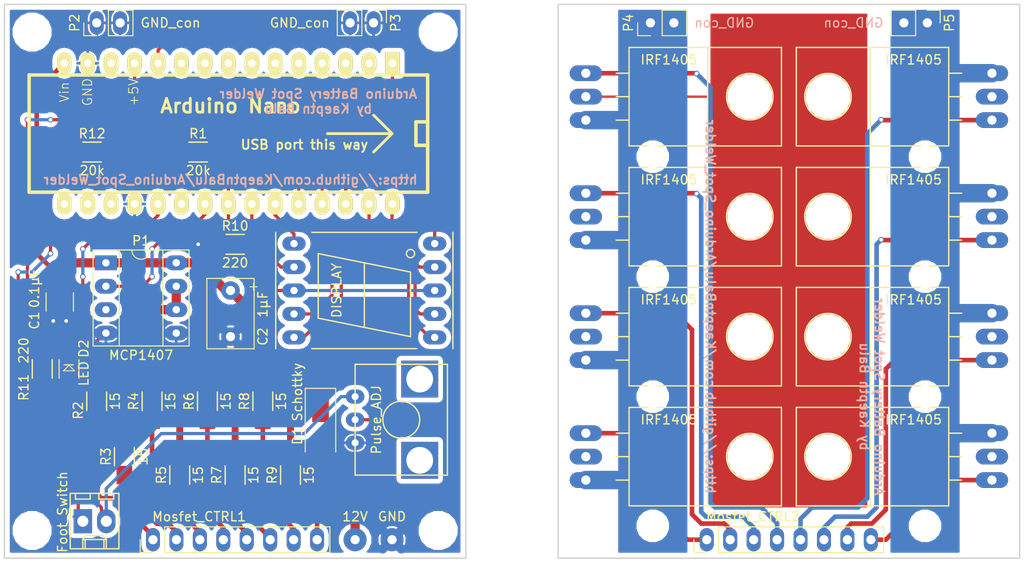
<source format=kicad_pcb>
(kicad_pcb (version 4) (host pcbnew 4.0.4-stable)

  (general
    (links 83)
    (no_connects 8)
    (area 69.924999 69.924999 180.075001 130.075001)
    (thickness 1.6)
    (drawings 42)
    (tracks 342)
    (zones 0)
    (modules 53)
    (nets 53)
  )

  (page A4)
  (layers
    (0 F.Cu signal)
    (31 B.Cu signal)
    (32 B.Adhes user)
    (33 F.Adhes user)
    (34 B.Paste user)
    (35 F.Paste user)
    (36 B.SilkS user)
    (37 F.SilkS user)
    (38 B.Mask user hide)
    (39 F.Mask user)
    (40 Dwgs.User user hide)
    (41 Cmts.User user)
    (42 Eco1.User user)
    (43 Eco2.User user)
    (44 Edge.Cuts user)
    (45 Margin user)
    (46 B.CrtYd user)
    (47 F.CrtYd user)
    (48 B.Fab user)
    (49 F.Fab user)
  )

  (setup
    (last_trace_width 1)
    (user_trace_width 0.35)
    (user_trace_width 0.5)
    (user_trace_width 0.75)
    (user_trace_width 1)
    (user_trace_width 2)
    (trace_clearance 0.2)
    (zone_clearance 0.508)
    (zone_45_only no)
    (trace_min 0.2)
    (segment_width 0.1)
    (edge_width 0.15)
    (via_size 0.6)
    (via_drill 0.4)
    (via_min_size 0.4)
    (via_min_drill 0.3)
    (uvia_size 0.3)
    (uvia_drill 0.1)
    (uvias_allowed no)
    (uvia_min_size 0.2)
    (uvia_min_drill 0.1)
    (pcb_text_width 0.3)
    (pcb_text_size 1.5 1.5)
    (mod_edge_width 0.15)
    (mod_text_size 1 1)
    (mod_text_width 0.15)
    (pad_size 1.52 2.52)
    (pad_drill 0.8)
    (pad_to_mask_clearance 0.2)
    (aux_axis_origin 70 130)
    (grid_origin 70 130)
    (visible_elements 7FFFFFFF)
    (pcbplotparams
      (layerselection 0x010f0_80000001)
      (usegerberextensions false)
      (excludeedgelayer true)
      (linewidth 0.100000)
      (plotframeref false)
      (viasonmask false)
      (mode 1)
      (useauxorigin false)
      (hpglpennumber 1)
      (hpglpenspeed 20)
      (hpglpendiameter 15)
      (hpglpenoverlay 2)
      (psnegative false)
      (psa4output false)
      (plotreference true)
      (plotvalue true)
      (plotinvisibletext false)
      (padsonsilk false)
      (subtractmaskfromsilk false)
      (outputformat 1)
      (mirror false)
      (drillshape 0)
      (scaleselection 1)
      (outputdirectory Gerber/CAD/))
  )

  (net 0 "")
  (net 1 /Vin)
  (net 2 GND)
  (net 3 +12V)
  (net 4 "Net-(D2-Pad2)")
  (net 5 /D10)
  (net 6 /D9)
  (net 7 "Net-(DISPLAY1-Pad3)")
  (net 8 /D8)
  (net 9 /D13)
  (net 10 /D7)
  (net 11 /D6)
  (net 12 /D11)
  (net 13 /D12)
  (net 14 "Net-(Foot_Switch1-Pad1)")
  (net 15 +5V)
  (net 16 "Net-(Mosfet_CTRL1-Pad1)")
  (net 17 "Net-(Mosfet_CTRL1-Pad2)")
  (net 18 "Net-(Mosfet_CTRL1-Pad3)")
  (net 19 "Net-(Mosfet_CTRL1-Pad4)")
  (net 20 "Net-(Mosfet_CTRL1-Pad5)")
  (net 21 "Net-(Mosfet_CTRL1-Pad6)")
  (net 22 "Net-(Mosfet_CTRL1-Pad7)")
  (net 23 "Net-(Mosfet_CTRL1-Pad8)")
  (net 24 /D5)
  (net 25 "Net-(P1-Pad6)")
  (net 26 "Net-(P1-Pad3)")
  (net 27 "Net-(R11-Pad2)")
  (net 28 "Net-(U1-Pad2)")
  (net 29 "Net-(U1-Pad3)")
  (net 30 "Net-(U1-Pad5)")
  (net 31 "Net-(U1-Pad6)")
  (net 32 "Net-(U1-Pad7)")
  (net 33 "Net-(U1-Pad8)")
  (net 34 "Net-(U1-Pad9)")
  (net 35 "Net-(U1-Pad10)")
  (net 36 "Net-(U1-Pad13)")
  (net 37 "Net-(U1-Pad16)")
  (net 38 "Net-(U1-Pad17)")
  (net 39 "Net-(U1-Pad18)")
  (net 40 "Net-(U1-Pad21)")
  (net 41 "Net-(Mosfet_CTRL2-Pad1)")
  (net 42 "Net-(Mosfet_CTRL2-Pad2)")
  (net 43 "Net-(Mosfet_CTRL2-Pad3)")
  (net 44 "Net-(Mosfet_CTRL2-Pad4)")
  (net 45 "Net-(Mosfet_CTRL2-Pad5)")
  (net 46 "Net-(Mosfet_CTRL2-Pad6)")
  (net 47 "Net-(Mosfet_CTRL2-Pad7)")
  (net 48 "Net-(Mosfet_CTRL2-Pad8)")
  (net 49 /battery_minus)
  (net 50 /Probe)
  (net 51 /A7)
  (net 52 "Net-(U1-Pad4)")

  (net_class Default "This is the default net class."
    (clearance 0.2)
    (trace_width 0.25)
    (via_dia 0.6)
    (via_drill 0.4)
    (uvia_dia 0.3)
    (uvia_drill 0.1)
    (add_net +12V)
    (add_net +5V)
    (add_net /A7)
    (add_net /D10)
    (add_net /D11)
    (add_net /D12)
    (add_net /D13)
    (add_net /D5)
    (add_net /D6)
    (add_net /D7)
    (add_net /D8)
    (add_net /D9)
    (add_net /Probe)
    (add_net /Vin)
    (add_net /battery_minus)
    (add_net GND)
    (add_net "Net-(D2-Pad2)")
    (add_net "Net-(DISPLAY1-Pad3)")
    (add_net "Net-(Foot_Switch1-Pad1)")
    (add_net "Net-(Mosfet_CTRL1-Pad1)")
    (add_net "Net-(Mosfet_CTRL1-Pad2)")
    (add_net "Net-(Mosfet_CTRL1-Pad3)")
    (add_net "Net-(Mosfet_CTRL1-Pad4)")
    (add_net "Net-(Mosfet_CTRL1-Pad5)")
    (add_net "Net-(Mosfet_CTRL1-Pad6)")
    (add_net "Net-(Mosfet_CTRL1-Pad7)")
    (add_net "Net-(Mosfet_CTRL1-Pad8)")
    (add_net "Net-(Mosfet_CTRL2-Pad1)")
    (add_net "Net-(Mosfet_CTRL2-Pad2)")
    (add_net "Net-(Mosfet_CTRL2-Pad3)")
    (add_net "Net-(Mosfet_CTRL2-Pad4)")
    (add_net "Net-(Mosfet_CTRL2-Pad5)")
    (add_net "Net-(Mosfet_CTRL2-Pad6)")
    (add_net "Net-(Mosfet_CTRL2-Pad7)")
    (add_net "Net-(Mosfet_CTRL2-Pad8)")
    (add_net "Net-(P1-Pad3)")
    (add_net "Net-(P1-Pad6)")
    (add_net "Net-(R11-Pad2)")
    (add_net "Net-(U1-Pad10)")
    (add_net "Net-(U1-Pad13)")
    (add_net "Net-(U1-Pad16)")
    (add_net "Net-(U1-Pad17)")
    (add_net "Net-(U1-Pad18)")
    (add_net "Net-(U1-Pad2)")
    (add_net "Net-(U1-Pad21)")
    (add_net "Net-(U1-Pad3)")
    (add_net "Net-(U1-Pad4)")
    (add_net "Net-(U1-Pad5)")
    (add_net "Net-(U1-Pad6)")
    (add_net "Net-(U1-Pad7)")
    (add_net "Net-(U1-Pad8)")
    (add_net "Net-(U1-Pad9)")
  )

  (module Mounting_Holes:MountingHole_2.5mm (layer F.Cu) (tedit 5890E3DC) (tstamp 5890E47E)
    (at 169.75 86.5)
    (descr "Mounting Hole 2.5mm, no annular")
    (tags "mounting hole 2.5mm no annular")
    (fp_text reference REF** (at 0 -3.5) (layer F.SilkS) hide
      (effects (font (size 1 1) (thickness 0.15)))
    )
    (fp_text value 2.5mm (at 0 3.5) (layer F.Fab)
      (effects (font (size 1 1) (thickness 0.15)))
    )
    (fp_circle (center 0 0) (end 2.5 0) (layer Cmts.User) (width 0.15))
    (fp_circle (center 0 0) (end 2.75 0) (layer F.CrtYd) (width 0.05))
    (pad 1 np_thru_hole circle (at 0 0) (size 2.5 2.5) (drill 2.5) (layers *.Cu *.Mask))
  )

  (module Mounting_Holes:MountingHole_2.5mm (layer F.Cu) (tedit 5890E3DC) (tstamp 5890E46B)
    (at 169.75 99.5)
    (descr "Mounting Hole 2.5mm, no annular")
    (tags "mounting hole 2.5mm no annular")
    (fp_text reference REF** (at 0 -3.5) (layer F.SilkS) hide
      (effects (font (size 1 1) (thickness 0.15)))
    )
    (fp_text value 2.5mm (at 0 3.5) (layer F.Fab)
      (effects (font (size 1 1) (thickness 0.15)))
    )
    (fp_circle (center 0 0) (end 2.5 0) (layer Cmts.User) (width 0.15))
    (fp_circle (center 0 0) (end 2.75 0) (layer F.CrtYd) (width 0.05))
    (pad 1 np_thru_hole circle (at 0 0) (size 2.5 2.5) (drill 2.5) (layers *.Cu *.Mask))
  )

  (module Mounting_Holes:MountingHole_2.5mm (layer F.Cu) (tedit 5890E3DC) (tstamp 5890E45F)
    (at 169.75 112.5)
    (descr "Mounting Hole 2.5mm, no annular")
    (tags "mounting hole 2.5mm no annular")
    (fp_text reference REF** (at 0 -3.5) (layer F.SilkS) hide
      (effects (font (size 1 1) (thickness 0.15)))
    )
    (fp_text value 2.5mm (at 0 3.5) (layer F.Fab)
      (effects (font (size 1 1) (thickness 0.15)))
    )
    (fp_circle (center 0 0) (end 2.5 0) (layer Cmts.User) (width 0.15))
    (fp_circle (center 0 0) (end 2.75 0) (layer F.CrtYd) (width 0.05))
    (pad 1 np_thru_hole circle (at 0 0) (size 2.5 2.5) (drill 2.5) (layers *.Cu *.Mask))
  )

  (module Mounting_Holes:MountingHole_2.5mm (layer F.Cu) (tedit 5890E3DC) (tstamp 5890E43D)
    (at 169.75 126.5)
    (descr "Mounting Hole 2.5mm, no annular")
    (tags "mounting hole 2.5mm no annular")
    (fp_text reference REF** (at 0 -3.5) (layer F.SilkS) hide
      (effects (font (size 1 1) (thickness 0.15)))
    )
    (fp_text value 2.5mm (at 0 3.5) (layer F.Fab)
      (effects (font (size 1 1) (thickness 0.15)))
    )
    (fp_circle (center 0 0) (end 2.5 0) (layer Cmts.User) (width 0.15))
    (fp_circle (center 0 0) (end 2.75 0) (layer F.CrtYd) (width 0.05))
    (pad 1 np_thru_hole circle (at 0 0) (size 2.5 2.5) (drill 2.5) (layers *.Cu *.Mask))
  )

  (module Mounting_Holes:MountingHole_2.5mm (layer F.Cu) (tedit 5890E3DC) (tstamp 5890E421)
    (at 140.25 126.5)
    (descr "Mounting Hole 2.5mm, no annular")
    (tags "mounting hole 2.5mm no annular")
    (fp_text reference REF** (at 0 -3.5) (layer F.SilkS) hide
      (effects (font (size 1 1) (thickness 0.15)))
    )
    (fp_text value 2.5mm (at 0 3.5) (layer F.Fab)
      (effects (font (size 1 1) (thickness 0.15)))
    )
    (fp_circle (center 0 0) (end 2.5 0) (layer Cmts.User) (width 0.15))
    (fp_circle (center 0 0) (end 2.75 0) (layer F.CrtYd) (width 0.05))
    (pad 1 np_thru_hole circle (at 0 0) (size 2.5 2.5) (drill 2.5) (layers *.Cu *.Mask))
  )

  (module Mounting_Holes:MountingHole_2.5mm (layer F.Cu) (tedit 5890E3DC) (tstamp 5890E40F)
    (at 140.25 112.5)
    (descr "Mounting Hole 2.5mm, no annular")
    (tags "mounting hole 2.5mm no annular")
    (fp_text reference REF** (at 0 -3.5) (layer F.SilkS) hide
      (effects (font (size 1 1) (thickness 0.15)))
    )
    (fp_text value 2.5mm (at 0 3.5) (layer F.Fab)
      (effects (font (size 1 1) (thickness 0.15)))
    )
    (fp_circle (center 0 0) (end 2.5 0) (layer Cmts.User) (width 0.15))
    (fp_circle (center 0 0) (end 2.75 0) (layer F.CrtYd) (width 0.05))
    (pad 1 np_thru_hole circle (at 0 0) (size 2.5 2.5) (drill 2.5) (layers *.Cu *.Mask))
  )

  (module Mounting_Holes:MountingHole_2.5mm (layer F.Cu) (tedit 5890E3DC) (tstamp 5890E404)
    (at 140.25 99.5)
    (descr "Mounting Hole 2.5mm, no annular")
    (tags "mounting hole 2.5mm no annular")
    (fp_text reference REF** (at 0 -3.5) (layer F.SilkS) hide
      (effects (font (size 1 1) (thickness 0.15)))
    )
    (fp_text value 2.5mm (at 0 3.5) (layer F.Fab)
      (effects (font (size 1 1) (thickness 0.15)))
    )
    (fp_circle (center 0 0) (end 2.5 0) (layer Cmts.User) (width 0.15))
    (fp_circle (center 0 0) (end 2.75 0) (layer F.CrtYd) (width 0.05))
    (pad 1 np_thru_hole circle (at 0 0) (size 2.5 2.5) (drill 2.5) (layers *.Cu *.Mask))
  )

  (module Mounting_Holes:MountingHole_3.2mm_M3 (layer F.Cu) (tedit 5890D5E3) (tstamp 5890D7C8)
    (at 133 127)
    (descr "Mounting Hole 3.2mm, no annular, M3")
    (tags "mounting hole 3.2mm no annular m3")
    (fp_text reference REF** (at 0 -4.2) (layer F.SilkS) hide
      (effects (font (size 1 1) (thickness 0.15)))
    )
    (fp_text value 3.2mm (at 0 4.2) (layer F.Fab) hide
      (effects (font (size 1 1) (thickness 0.15)))
    )
    (fp_circle (center 0 0) (end 3.2 0) (layer Cmts.User) (width 0.15))
    (fp_circle (center 0 0) (end 3.45 0) (layer F.CrtYd) (width 0.05))
    (pad 1 np_thru_hole circle (at 0 0) (size 3.2 3.2) (drill 3.2) (layers *.Cu *.Mask))
  )

  (module Mounting_Holes:MountingHole_3.2mm_M3 (layer F.Cu) (tedit 5890D5E3) (tstamp 5890D7C2)
    (at 177 127)
    (descr "Mounting Hole 3.2mm, no annular, M3")
    (tags "mounting hole 3.2mm no annular m3")
    (fp_text reference REF** (at 0 -4.2) (layer F.SilkS) hide
      (effects (font (size 1 1) (thickness 0.15)))
    )
    (fp_text value 3.2mm (at 0 4.2) (layer F.Fab) hide
      (effects (font (size 1 1) (thickness 0.15)))
    )
    (fp_circle (center 0 0) (end 3.2 0) (layer Cmts.User) (width 0.15))
    (fp_circle (center 0 0) (end 3.45 0) (layer F.CrtYd) (width 0.05))
    (pad 1 np_thru_hole circle (at 0 0) (size 3.2 3.2) (drill 3.2) (layers *.Cu *.Mask))
  )

  (module Mounting_Holes:MountingHole_3.2mm_M3 (layer F.Cu) (tedit 5890D5E3) (tstamp 5890D7BC)
    (at 177 73)
    (descr "Mounting Hole 3.2mm, no annular, M3")
    (tags "mounting hole 3.2mm no annular m3")
    (fp_text reference REF** (at 0 -4.2) (layer F.SilkS) hide
      (effects (font (size 1 1) (thickness 0.15)))
    )
    (fp_text value 3.2mm (at 0 4.2) (layer F.Fab) hide
      (effects (font (size 1 1) (thickness 0.15)))
    )
    (fp_circle (center 0 0) (end 3.2 0) (layer Cmts.User) (width 0.15))
    (fp_circle (center 0 0) (end 3.45 0) (layer F.CrtYd) (width 0.05))
    (pad 1 np_thru_hole circle (at 0 0) (size 3.2 3.2) (drill 3.2) (layers *.Cu *.Mask))
  )

  (module Capacitors_ThroughHole:C_Disc_D7.5mm_W5.0mm_P5.00mm (layer F.Cu) (tedit 58A723DB) (tstamp 588F882E)
    (at 94.5 101 270)
    (descr "C, Disc series, Radial, pin pitch=5.00mm, , diameter*width=7.5*5.0mm^2, Capacitor, http://www.vishay.com/docs/28535/vy2series.pdf")
    (tags "C Disc series Radial pin pitch 5.00mm  diameter 7.5mm width 5.0mm Capacitor")
    (path /588FD4DB)
    (fp_text reference C2 (at 5 -3.5 270) (layer F.SilkS)
      (effects (font (size 1 1) (thickness 0.15)))
    )
    (fp_text value 1µF (at 1.5 -3.5 270) (layer F.SilkS)
      (effects (font (size 1 1) (thickness 0.15)))
    )
    (fp_line (start -1.25 -2.5) (end -1.25 2.5) (layer F.Fab) (width 0.1))
    (fp_line (start -1.25 2.5) (end 6.25 2.5) (layer F.Fab) (width 0.1))
    (fp_line (start 6.25 2.5) (end 6.25 -2.5) (layer F.Fab) (width 0.1))
    (fp_line (start 6.25 -2.5) (end -1.25 -2.5) (layer F.Fab) (width 0.1))
    (fp_line (start -1.31 -2.56) (end 6.31 -2.56) (layer F.SilkS) (width 0.12))
    (fp_line (start -1.31 2.56) (end 6.31 2.56) (layer F.SilkS) (width 0.12))
    (fp_line (start -1.31 -2.56) (end -1.31 2.56) (layer F.SilkS) (width 0.12))
    (fp_line (start 6.31 -2.56) (end 6.31 2.56) (layer F.SilkS) (width 0.12))
    (fp_line (start -1.6 -2.85) (end -1.6 2.85) (layer F.CrtYd) (width 0.05))
    (fp_line (start -1.6 2.85) (end 6.6 2.85) (layer F.CrtYd) (width 0.05))
    (fp_line (start 6.6 2.85) (end 6.6 -2.85) (layer F.CrtYd) (width 0.05))
    (fp_line (start 6.6 -2.85) (end -1.6 -2.85) (layer F.CrtYd) (width 0.05))
    (pad 1 thru_hole circle (at 0 0 270) (size 2 2) (drill 1) (layers *.Cu *.Mask)
      (net 1 /Vin))
    (pad 2 thru_hole circle (at 5 0 270) (size 2 2) (drill 1) (layers *.Cu *.Mask)
      (net 2 GND))
    (model Capacitors_ThroughHole.3dshapes/C_Disc_D7.5mm_W5.0mm_P5.00mm.wrl
      (at (xyz 0 0 0))
      (scale (xyz 0.393701 0.393701 0.393701))
      (rotate (xyz 0 0 0))
    )
  )

  (module Displays_7-Segment:7SegmentLED_LTS6760_LTS6780 (layer F.Cu) (tedit 58961232) (tstamp 588F8848)
    (at 109 101 90)
    (path /588F770E)
    (fp_text reference DISPLAY (at 0 -3 90) (layer F.SilkS)
      (effects (font (size 1 1) (thickness 0.15)))
    )
    (fp_text value 7SEGMENTS (at -1 4 90) (layer F.Fab)
      (effects (font (size 1 1) (thickness 0.15)))
    )
    (fp_circle (center 4 5) (end 4.4 5.2) (layer F.SilkS) (width 0.15))
    (fp_line (start -3 -5) (end -4 0) (layer F.SilkS) (width 0.15))
    (fp_line (start -4 0) (end -5 5) (layer F.SilkS) (width 0.15))
    (fp_line (start -5 5) (end 2 5) (layer F.SilkS) (width 0.15))
    (fp_line (start 2 5) (end 3 0) (layer F.SilkS) (width 0.15))
    (fp_line (start 4 -5) (end 3 0) (layer F.SilkS) (width 0.15))
    (fp_line (start 3 0) (end -4 0) (layer F.SilkS) (width 0.15))
    (fp_line (start -3 -5) (end 4 -5) (layer F.SilkS) (width 0.15))
    (fp_line (start 6.3 9.6) (end -6.3 9.6) (layer F.SilkS) (width 0.15))
    (fp_line (start -6.3 -5.7) (end -6.3 5.7) (layer F.SilkS) (width 0.15))
    (fp_line (start 6.3 -5.7) (end 6.3 5.7) (layer F.SilkS) (width 0.15))
    (fp_line (start -6.3 -9.6) (end 6.3 -9.6) (layer F.SilkS) (width 0.15))
    (pad 1 thru_hole oval (at -5.08 7.62 90) (size 1.524 2.524) (drill 0.8) (layers *.Cu *.Mask)
      (net 5 /D10))
    (pad 2 thru_hole oval (at -2.54 7.62 90) (size 1.524 2.524) (drill 0.8) (layers *.Cu *.Mask)
      (net 6 /D9))
    (pad 3 thru_hole oval (at 0 7.62 90) (size 1.524 2.524) (drill 0.8) (layers *.Cu *.Mask)
      (net 7 "Net-(DISPLAY1-Pad3)"))
    (pad 4 thru_hole oval (at 2.54 7.62 90) (size 1.524 2.524) (drill 0.8) (layers *.Cu *.Mask)
      (net 8 /D8))
    (pad 5 thru_hole oval (at 5.08 7.62 90) (size 1.524 2.524) (drill 0.8) (layers *.Cu *.Mask)
      (net 9 /D13))
    (pad 6 thru_hole oval (at 5.08 -7.62 90) (size 1.524 2.524) (drill 0.8) (layers *.Cu *.Mask)
      (net 10 /D7))
    (pad 7 thru_hole oval (at 2.54 -7.62 90) (size 1.524 2.524) (drill 0.8) (layers *.Cu *.Mask)
      (net 11 /D6))
    (pad 8 thru_hole oval (at 0 -7.62 90) (size 1.524 2.524) (drill 0.8) (layers *.Cu *.Mask)
      (net 7 "Net-(DISPLAY1-Pad3)"))
    (pad 9 thru_hole oval (at -2.54 -7.62 90) (size 1.524 2.524) (drill 0.8) (layers *.Cu *.Mask)
      (net 12 /D11))
    (pad 10 thru_hole oval (at -5.08 -7.62 90) (size 1.524 2.524) (drill 0.8) (layers *.Cu *.Mask)
      (net 13 /D12))
    (model Displays_7-Segment.3dshapes/7SegmentLED_LTS6760_LTS6780.wrl
      (at (xyz 0 0 0))
      (scale (xyz 0.3937 0.3937 0.3937))
      (rotate (xyz 0 0 0))
    )
  )

  (module Connectors_Molex:Molex_KK-6410-02_02x2.54mm_Straight (layer F.Cu) (tedit 5891AA54) (tstamp 588F884E)
    (at 78.5 126)
    (descr "Connector Headers with Friction Lock, 22-27-2021, http://www.molex.com/pdm_docs/sd/022272021_sd.pdf")
    (tags "connector molex kk_6410 22-27-2021")
    (path /588FB469)
    (fp_text reference Foot_Switch (at -2.2 -1 90) (layer F.SilkS)
      (effects (font (size 1 1) (thickness 0.15)))
    )
    (fp_text value CONN_01X02 (at 1.27 4.5) (layer F.Fab) hide
      (effects (font (size 1 1) (thickness 0.15)))
    )
    (fp_line (start -1.37 -3.02) (end -1.37 2.98) (layer F.SilkS) (width 0.15))
    (fp_line (start -1.37 2.98) (end 3.91 2.98) (layer F.SilkS) (width 0.15))
    (fp_line (start 3.91 2.98) (end 3.91 -3.02) (layer F.SilkS) (width 0.15))
    (fp_line (start 3.91 -3.02) (end -1.37 -3.02) (layer F.SilkS) (width 0.15))
    (fp_line (start 0 2.98) (end 0 1.98) (layer F.SilkS) (width 0.15))
    (fp_line (start 0 1.98) (end 2.54 1.98) (layer F.SilkS) (width 0.15))
    (fp_line (start 2.54 1.98) (end 2.54 2.98) (layer F.SilkS) (width 0.15))
    (fp_line (start 0 1.98) (end 0.25 1.55) (layer F.SilkS) (width 0.15))
    (fp_line (start 0.25 1.55) (end 2.29 1.55) (layer F.SilkS) (width 0.15))
    (fp_line (start 2.29 1.55) (end 2.54 1.98) (layer F.SilkS) (width 0.15))
    (fp_line (start 0.25 2.98) (end 0.25 1.98) (layer F.SilkS) (width 0.15))
    (fp_line (start 2.29 2.98) (end 2.29 1.98) (layer F.SilkS) (width 0.15))
    (fp_line (start -0.8 -3.02) (end -0.8 -2.4) (layer F.SilkS) (width 0.15))
    (fp_line (start -0.8 -2.4) (end 0.8 -2.4) (layer F.SilkS) (width 0.15))
    (fp_line (start 0.8 -2.4) (end 0.8 -3.02) (layer F.SilkS) (width 0.15))
    (fp_line (start 1.74 -3.02) (end 1.74 -2.4) (layer F.SilkS) (width 0.15))
    (fp_line (start 1.74 -2.4) (end 3.34 -2.4) (layer F.SilkS) (width 0.15))
    (fp_line (start 3.34 -2.4) (end 3.34 -3.02) (layer F.SilkS) (width 0.15))
    (fp_line (start -1.9 3.5) (end -1.9 -3.55) (layer F.CrtYd) (width 0.05))
    (fp_line (start -1.9 -3.55) (end 4.45 -3.55) (layer F.CrtYd) (width 0.05))
    (fp_line (start 4.45 -3.55) (end 4.45 3.5) (layer F.CrtYd) (width 0.05))
    (fp_line (start 4.45 3.5) (end -1.9 3.5) (layer F.CrtYd) (width 0.05))
    (pad 1 thru_hole rect (at 0 0) (size 2 2.6) (drill 1.2) (layers *.Cu *.Mask)
      (net 14 "Net-(Foot_Switch1-Pad1)"))
    (pad 2 thru_hole oval (at 2.54 0) (size 2 2.6) (drill 1.2) (layers *.Cu *.Mask)
      (net 15 +5V))
  )

  (module Housings_DIP:DIP-8_W7.62mm_Socket_LongPads (layer F.Cu) (tedit 588F90DD) (tstamp 588F8866)
    (at 81 98)
    (descr "8-lead dip package, row spacing 7.62 mm (300 mils), Socket, LongPads")
    (tags "DIL DIP PDIP 2.54mm 7.62mm 300mil Socket LongPads")
    (path /588FC77B)
    (fp_text reference P1 (at 3.81 -2.39) (layer F.SilkS)
      (effects (font (size 1 1) (thickness 0.15)))
    )
    (fp_text value MCP1407 (at 3.81 10.01) (layer F.SilkS)
      (effects (font (size 1 1) (thickness 0.15)))
    )
    (fp_arc (start 3.81 -1.39) (end 2.81 -1.39) (angle -180) (layer F.SilkS) (width 0.12))
    (fp_line (start 1.635 -1.27) (end 6.985 -1.27) (layer F.Fab) (width 0.1))
    (fp_line (start 6.985 -1.27) (end 6.985 8.89) (layer F.Fab) (width 0.1))
    (fp_line (start 6.985 8.89) (end 0.635 8.89) (layer F.Fab) (width 0.1))
    (fp_line (start 0.635 8.89) (end 0.635 -0.27) (layer F.Fab) (width 0.1))
    (fp_line (start 0.635 -0.27) (end 1.635 -1.27) (layer F.Fab) (width 0.1))
    (fp_line (start -1.27 -1.27) (end -1.27 8.89) (layer F.Fab) (width 0.1))
    (fp_line (start -1.27 8.89) (end 8.89 8.89) (layer F.Fab) (width 0.1))
    (fp_line (start 8.89 8.89) (end 8.89 -1.27) (layer F.Fab) (width 0.1))
    (fp_line (start 8.89 -1.27) (end -1.27 -1.27) (layer F.Fab) (width 0.1))
    (fp_line (start 2.81 -1.39) (end 1.44 -1.39) (layer F.SilkS) (width 0.12))
    (fp_line (start 1.44 -1.39) (end 1.44 9.01) (layer F.SilkS) (width 0.12))
    (fp_line (start 1.44 9.01) (end 6.18 9.01) (layer F.SilkS) (width 0.12))
    (fp_line (start 6.18 9.01) (end 6.18 -1.39) (layer F.SilkS) (width 0.12))
    (fp_line (start 6.18 -1.39) (end 4.81 -1.39) (layer F.SilkS) (width 0.12))
    (fp_line (start -1.39 -1.39) (end -1.39 9.01) (layer F.SilkS) (width 0.12))
    (fp_line (start -1.39 9.01) (end 9.01 9.01) (layer F.SilkS) (width 0.12))
    (fp_line (start 9.01 9.01) (end 9.01 -1.39) (layer F.SilkS) (width 0.12))
    (fp_line (start 9.01 -1.39) (end -1.39 -1.39) (layer F.SilkS) (width 0.12))
    (fp_line (start -1.7 -1.7) (end -1.7 9.3) (layer F.CrtYd) (width 0.05))
    (fp_line (start -1.7 9.3) (end 9.3 9.3) (layer F.CrtYd) (width 0.05))
    (fp_line (start 9.3 9.3) (end 9.3 -1.7) (layer F.CrtYd) (width 0.05))
    (fp_line (start 9.3 -1.7) (end -1.7 -1.7) (layer F.CrtYd) (width 0.05))
    (pad 1 thru_hole rect (at 0 0) (size 2.4 1.6) (drill 0.8) (layers *.Cu *.Mask)
      (net 1 /Vin))
    (pad 5 thru_hole oval (at 7.62 7.62) (size 2.4 1.6) (drill 0.8) (layers *.Cu *.Mask)
      (net 2 GND))
    (pad 2 thru_hole oval (at 0 2.54) (size 2.4 1.6) (drill 0.8) (layers *.Cu *.Mask)
      (net 24 /D5))
    (pad 6 thru_hole oval (at 7.62 5.08) (size 2.4 1.6) (drill 0.8) (layers *.Cu *.Mask)
      (net 25 "Net-(P1-Pad6)"))
    (pad 3 thru_hole oval (at 0 5.08) (size 2.4 1.6) (drill 0.8) (layers *.Cu *.Mask)
      (net 26 "Net-(P1-Pad3)"))
    (pad 7 thru_hole oval (at 7.62 2.54) (size 2.4 1.6) (drill 0.8) (layers *.Cu *.Mask)
      (net 25 "Net-(P1-Pad6)"))
    (pad 4 thru_hole oval (at 0 7.62) (size 2.4 1.6) (drill 0.8) (layers *.Cu *.Mask)
      (net 2 GND))
    (pad 8 thru_hole oval (at 7.62 0) (size 2.4 1.6) (drill 0.8) (layers *.Cu *.Mask)
      (net 1 /Vin))
    (model Housings_DIP.3dshapes/DIP-8_W7.62mm_Socket_LongPads.wrl
      (at (xyz 0 0 0))
      (scale (xyz 1 1 1))
      (rotate (xyz 0 0 0))
    )
  )

  (module Pin_Headers:Pin_Header_Straight_1x02_Pitch2.54mm (layer F.Cu) (tedit 58CABE80) (tstamp 588F886C)
    (at 80 72 90)
    (descr "Through hole straight pin header, 1x02, 2.54mm pitch, single row")
    (tags "Through hole pin header THT 1x02 2.54mm single row")
    (path /588FC1B2)
    (fp_text reference P2 (at 0 -2.39 90) (layer F.SilkS)
      (effects (font (size 1 1) (thickness 0.15)))
    )
    (fp_text value GND_con (at 0 8 180) (layer F.SilkS)
      (effects (font (size 1 1) (thickness 0.15)))
    )
    (fp_line (start -1.27 -1.27) (end -1.27 3.81) (layer F.Fab) (width 0.1))
    (fp_line (start -1.27 3.81) (end 1.27 3.81) (layer F.Fab) (width 0.1))
    (fp_line (start 1.27 3.81) (end 1.27 -1.27) (layer F.Fab) (width 0.1))
    (fp_line (start 1.27 -1.27) (end -1.27 -1.27) (layer F.Fab) (width 0.1))
    (fp_line (start -1.39 1.27) (end -1.39 3.93) (layer F.SilkS) (width 0.12))
    (fp_line (start -1.39 3.93) (end 1.39 3.93) (layer F.SilkS) (width 0.12))
    (fp_line (start 1.39 3.93) (end 1.39 1.27) (layer F.SilkS) (width 0.12))
    (fp_line (start 1.39 1.27) (end -1.39 1.27) (layer F.SilkS) (width 0.12))
    (fp_line (start -1.39 0) (end -1.39 -1.39) (layer F.SilkS) (width 0.12))
    (fp_line (start -1.39 -1.39) (end 0 -1.39) (layer F.SilkS) (width 0.12))
    (fp_line (start -1.6 -1.6) (end -1.6 4.1) (layer F.CrtYd) (width 0.05))
    (fp_line (start -1.6 4.1) (end 1.6 4.1) (layer F.CrtYd) (width 0.05))
    (fp_line (start 1.6 4.1) (end 1.6 -1.6) (layer F.CrtYd) (width 0.05))
    (fp_line (start 1.6 -1.6) (end -1.6 -1.6) (layer F.CrtYd) (width 0.05))
    (pad 1 thru_hole oval (at 0 0 90) (size 2.52 1.52) (drill 1) (layers *.Cu *.Mask)
      (net 2 GND))
    (pad 2 thru_hole oval (at 0 2.54 90) (size 2.52 1.52) (drill 1) (layers *.Cu *.Mask)
      (net 2 GND))
    (model Pin_Headers.3dshapes/Pin_Header_Straight_1x02_Pitch2.54mm.wrl
      (at (xyz 0 -0.05 0))
      (scale (xyz 1 1 1))
      (rotate (xyz 0 0 90))
    )
  )

  (module Pin_Headers:Pin_Header_Straight_1x02_Pitch2.54mm (layer F.Cu) (tedit 58CABE99) (tstamp 588F8872)
    (at 110 72 270)
    (descr "Through hole straight pin header, 1x02, 2.54mm pitch, single row")
    (tags "Through hole pin header THT 1x02 2.54mm single row")
    (path /588FC247)
    (fp_text reference P3 (at 0 -2.39 270) (layer F.SilkS)
      (effects (font (size 1 1) (thickness 0.15)))
    )
    (fp_text value GND_con (at 0 8 360) (layer F.SilkS)
      (effects (font (size 1 1) (thickness 0.15)))
    )
    (fp_line (start -1.27 -1.27) (end -1.27 3.81) (layer F.Fab) (width 0.1))
    (fp_line (start -1.27 3.81) (end 1.27 3.81) (layer F.Fab) (width 0.1))
    (fp_line (start 1.27 3.81) (end 1.27 -1.27) (layer F.Fab) (width 0.1))
    (fp_line (start 1.27 -1.27) (end -1.27 -1.27) (layer F.Fab) (width 0.1))
    (fp_line (start -1.39 1.27) (end -1.39 3.93) (layer F.SilkS) (width 0.12))
    (fp_line (start -1.39 3.93) (end 1.39 3.93) (layer F.SilkS) (width 0.12))
    (fp_line (start 1.39 3.93) (end 1.39 1.27) (layer F.SilkS) (width 0.12))
    (fp_line (start 1.39 1.27) (end -1.39 1.27) (layer F.SilkS) (width 0.12))
    (fp_line (start -1.39 0) (end -1.39 -1.39) (layer F.SilkS) (width 0.12))
    (fp_line (start -1.39 -1.39) (end 0 -1.39) (layer F.SilkS) (width 0.12))
    (fp_line (start -1.6 -1.6) (end -1.6 4.1) (layer F.CrtYd) (width 0.05))
    (fp_line (start -1.6 4.1) (end 1.6 4.1) (layer F.CrtYd) (width 0.05))
    (fp_line (start 1.6 4.1) (end 1.6 -1.6) (layer F.CrtYd) (width 0.05))
    (fp_line (start 1.6 -1.6) (end -1.6 -1.6) (layer F.CrtYd) (width 0.05))
    (pad 1 thru_hole oval (at 0 0 270) (size 2.52 1.52) (drill 1) (layers *.Cu *.Mask)
      (net 2 GND))
    (pad 2 thru_hole oval (at 0 2.54 270) (size 2.52 1.52) (drill 1) (layers *.Cu *.Mask)
      (net 2 GND))
    (model Pin_Headers.3dshapes/Pin_Header_Straight_1x02_Pitch2.54mm.wrl
      (at (xyz 0 -0.05 0))
      (scale (xyz 1 1 1))
      (rotate (xyz 0 0 90))
    )
  )

  (module pots_own:RK09K1130A5R (layer F.Cu) (tedit 58A721E4) (tstamp 588F887B)
    (at 108 115 270)
    (path /588F95A9)
    (fp_text reference Pulse_ADJ (at 0 -2.3 270) (layer F.SilkS)
      (effects (font (size 1 1) (thickness 0.15)))
    )
    (fp_text value POT (at 0 -11 270) (layer F.Fab)
      (effects (font (size 1 1) (thickness 0.15)))
    )
    (fp_circle (center 0 -5) (end 0 -3) (layer F.SilkS) (width 0.15))
    (fp_line (start -6 0) (end -6 -10) (layer F.SilkS) (width 0.15))
    (fp_line (start -6 -10) (end 6 -10) (layer F.SilkS) (width 0.15))
    (fp_line (start 6 -10) (end 6 0) (layer F.SilkS) (width 0.15))
    (fp_line (start 6 0) (end -6 0) (layer F.SilkS) (width 0.15))
    (pad 1 thru_hole oval (at -2.5 0 270) (size 1.524 2) (drill 0.762) (layers *.Cu *.Mask)
      (net 15 +5V))
    (pad 2 thru_hole oval (at 0 0 270) (size 1.524 2) (drill 0.762) (layers *.Cu *.Mask)
      (net 51 /A7))
    (pad 3 thru_hole oval (at 2.5 0 270) (size 1.524 2) (drill 0.762) (layers *.Cu *.Mask)
      (net 2 GND))
    (pad "" np_thru_hole rect (at 4.4 -7 270) (size 4 4) (drill 2.9) (layers *.Cu *.Mask))
    (pad "" np_thru_hole rect (at -4.4 -7 270) (size 4 4) (drill 2.9) (layers *.Cu *.Mask))
  )

  (module Resistors_SMD:R_1206_HandSoldering (layer F.Cu) (tedit 5896102D) (tstamp 588F8881)
    (at 91 86)
    (descr "Resistor SMD 1206, hand soldering")
    (tags "resistor 1206")
    (path /588FF08A)
    (attr smd)
    (fp_text reference R1 (at 0 -2) (layer F.SilkS)
      (effects (font (size 1 1) (thickness 0.15)))
    )
    (fp_text value 20k (at 0 2) (layer F.SilkS)
      (effects (font (size 1 1) (thickness 0.15)))
    )
    (fp_line (start -1.6 0.8) (end -1.6 -0.8) (layer F.Fab) (width 0.1))
    (fp_line (start 1.6 0.8) (end -1.6 0.8) (layer F.Fab) (width 0.1))
    (fp_line (start 1.6 -0.8) (end 1.6 0.8) (layer F.Fab) (width 0.1))
    (fp_line (start -1.6 -0.8) (end 1.6 -0.8) (layer F.Fab) (width 0.1))
    (fp_line (start -3.3 -1.2) (end 3.3 -1.2) (layer F.CrtYd) (width 0.05))
    (fp_line (start -3.3 1.2) (end 3.3 1.2) (layer F.CrtYd) (width 0.05))
    (fp_line (start -3.3 -1.2) (end -3.3 1.2) (layer F.CrtYd) (width 0.05))
    (fp_line (start 3.3 -1.2) (end 3.3 1.2) (layer F.CrtYd) (width 0.05))
    (fp_line (start 1 1.075) (end -1 1.075) (layer F.SilkS) (width 0.15))
    (fp_line (start -1 -1.075) (end 1 -1.075) (layer F.SilkS) (width 0.15))
    (pad 1 smd rect (at -2 0) (size 2 1.7) (layers F.Cu F.Paste F.Mask)
      (net 2 GND))
    (pad 2 smd rect (at 2 0) (size 2 1.7) (layers F.Cu F.Paste F.Mask)
      (net 24 /D5))
    (model Resistors_SMD.3dshapes/R_1206_HandSoldering.wrl
      (at (xyz 0 0 0))
      (scale (xyz 1 1 1))
      (rotate (xyz 0 0 0))
    )
  )

  (module Resistors_SMD:R_1206_HandSoldering (layer F.Cu) (tedit 58CABC38) (tstamp 588F8887)
    (at 80 113 90)
    (descr "Resistor SMD 1206, hand soldering")
    (tags "resistor 1206")
    (path /589006D0)
    (attr smd)
    (fp_text reference R2 (at -1 -2 90) (layer F.SilkS)
      (effects (font (size 1 1) (thickness 0.15)))
    )
    (fp_text value 15 (at 0 2 90) (layer F.SilkS)
      (effects (font (size 1 1) (thickness 0.15)))
    )
    (fp_line (start -1.6 0.8) (end -1.6 -0.8) (layer F.Fab) (width 0.1))
    (fp_line (start 1.6 0.8) (end -1.6 0.8) (layer F.Fab) (width 0.1))
    (fp_line (start 1.6 -0.8) (end 1.6 0.8) (layer F.Fab) (width 0.1))
    (fp_line (start -1.6 -0.8) (end 1.6 -0.8) (layer F.Fab) (width 0.1))
    (fp_line (start -3.3 -1.2) (end 3.3 -1.2) (layer F.CrtYd) (width 0.05))
    (fp_line (start -3.3 1.2) (end 3.3 1.2) (layer F.CrtYd) (width 0.05))
    (fp_line (start -3.3 -1.2) (end -3.3 1.2) (layer F.CrtYd) (width 0.05))
    (fp_line (start 3.3 -1.2) (end 3.3 1.2) (layer F.CrtYd) (width 0.05))
    (fp_line (start 1 1.075) (end -1 1.075) (layer F.SilkS) (width 0.15))
    (fp_line (start -1 -1.075) (end 1 -1.075) (layer F.SilkS) (width 0.15))
    (pad 1 smd rect (at -2 0 90) (size 2 1.7) (layers F.Cu F.Paste F.Mask)
      (net 16 "Net-(Mosfet_CTRL1-Pad1)"))
    (pad 2 smd rect (at 2 0 90) (size 2 1.7) (layers F.Cu F.Paste F.Mask)
      (net 25 "Net-(P1-Pad6)"))
    (model Resistors_SMD.3dshapes/R_1206_HandSoldering.wrl
      (at (xyz 0 0 0))
      (scale (xyz 1 1 1))
      (rotate (xyz 0 0 0))
    )
  )

  (module Resistors_SMD:R_1206_HandSoldering (layer F.Cu) (tedit 58960F9B) (tstamp 588F888D)
    (at 83 119 90)
    (descr "Resistor SMD 1206, hand soldering")
    (tags "resistor 1206")
    (path /589009E2)
    (attr smd)
    (fp_text reference R3 (at 0 -2 90) (layer F.SilkS)
      (effects (font (size 1 1) (thickness 0.15)))
    )
    (fp_text value 15 (at 0 2 90) (layer F.SilkS)
      (effects (font (size 1 1) (thickness 0.15)))
    )
    (fp_line (start -1.6 0.8) (end -1.6 -0.8) (layer F.Fab) (width 0.1))
    (fp_line (start 1.6 0.8) (end -1.6 0.8) (layer F.Fab) (width 0.1))
    (fp_line (start 1.6 -0.8) (end 1.6 0.8) (layer F.Fab) (width 0.1))
    (fp_line (start -1.6 -0.8) (end 1.6 -0.8) (layer F.Fab) (width 0.1))
    (fp_line (start -3.3 -1.2) (end 3.3 -1.2) (layer F.CrtYd) (width 0.05))
    (fp_line (start -3.3 1.2) (end 3.3 1.2) (layer F.CrtYd) (width 0.05))
    (fp_line (start -3.3 -1.2) (end -3.3 1.2) (layer F.CrtYd) (width 0.05))
    (fp_line (start 3.3 -1.2) (end 3.3 1.2) (layer F.CrtYd) (width 0.05))
    (fp_line (start 1 1.075) (end -1 1.075) (layer F.SilkS) (width 0.15))
    (fp_line (start -1 -1.075) (end 1 -1.075) (layer F.SilkS) (width 0.15))
    (pad 1 smd rect (at -2 0 90) (size 2 1.7) (layers F.Cu F.Paste F.Mask)
      (net 17 "Net-(Mosfet_CTRL1-Pad2)"))
    (pad 2 smd rect (at 2 0 90) (size 2 1.7) (layers F.Cu F.Paste F.Mask)
      (net 25 "Net-(P1-Pad6)"))
    (model Resistors_SMD.3dshapes/R_1206_HandSoldering.wrl
      (at (xyz 0 0 0))
      (scale (xyz 1 1 1))
      (rotate (xyz 0 0 0))
    )
  )

  (module Resistors_SMD:R_1206_HandSoldering (layer F.Cu) (tedit 58960F6D) (tstamp 588F8893)
    (at 86 113 90)
    (descr "Resistor SMD 1206, hand soldering")
    (tags "resistor 1206")
    (path /58900A2B)
    (attr smd)
    (fp_text reference R4 (at 0 -2 90) (layer F.SilkS)
      (effects (font (size 1 1) (thickness 0.15)))
    )
    (fp_text value 15 (at 0 2 90) (layer F.SilkS)
      (effects (font (size 1 1) (thickness 0.15)))
    )
    (fp_line (start -1.6 0.8) (end -1.6 -0.8) (layer F.Fab) (width 0.1))
    (fp_line (start 1.6 0.8) (end -1.6 0.8) (layer F.Fab) (width 0.1))
    (fp_line (start 1.6 -0.8) (end 1.6 0.8) (layer F.Fab) (width 0.1))
    (fp_line (start -1.6 -0.8) (end 1.6 -0.8) (layer F.Fab) (width 0.1))
    (fp_line (start -3.3 -1.2) (end 3.3 -1.2) (layer F.CrtYd) (width 0.05))
    (fp_line (start -3.3 1.2) (end 3.3 1.2) (layer F.CrtYd) (width 0.05))
    (fp_line (start -3.3 -1.2) (end -3.3 1.2) (layer F.CrtYd) (width 0.05))
    (fp_line (start 3.3 -1.2) (end 3.3 1.2) (layer F.CrtYd) (width 0.05))
    (fp_line (start 1 1.075) (end -1 1.075) (layer F.SilkS) (width 0.15))
    (fp_line (start -1 -1.075) (end 1 -1.075) (layer F.SilkS) (width 0.15))
    (pad 1 smd rect (at -2 0 90) (size 2 1.7) (layers F.Cu F.Paste F.Mask)
      (net 18 "Net-(Mosfet_CTRL1-Pad3)"))
    (pad 2 smd rect (at 2 0 90) (size 2 1.7) (layers F.Cu F.Paste F.Mask)
      (net 25 "Net-(P1-Pad6)"))
    (model Resistors_SMD.3dshapes/R_1206_HandSoldering.wrl
      (at (xyz 0 0 0))
      (scale (xyz 1 1 1))
      (rotate (xyz 0 0 0))
    )
  )

  (module Resistors_SMD:R_1206_HandSoldering (layer F.Cu) (tedit 58960FA4) (tstamp 588F8899)
    (at 89 121 90)
    (descr "Resistor SMD 1206, hand soldering")
    (tags "resistor 1206")
    (path /58900A7F)
    (attr smd)
    (fp_text reference R5 (at 0 -2 90) (layer F.SilkS)
      (effects (font (size 1 1) (thickness 0.15)))
    )
    (fp_text value 15 (at 0 2 90) (layer F.SilkS)
      (effects (font (size 1 1) (thickness 0.15)))
    )
    (fp_line (start -1.6 0.8) (end -1.6 -0.8) (layer F.Fab) (width 0.1))
    (fp_line (start 1.6 0.8) (end -1.6 0.8) (layer F.Fab) (width 0.1))
    (fp_line (start 1.6 -0.8) (end 1.6 0.8) (layer F.Fab) (width 0.1))
    (fp_line (start -1.6 -0.8) (end 1.6 -0.8) (layer F.Fab) (width 0.1))
    (fp_line (start -3.3 -1.2) (end 3.3 -1.2) (layer F.CrtYd) (width 0.05))
    (fp_line (start -3.3 1.2) (end 3.3 1.2) (layer F.CrtYd) (width 0.05))
    (fp_line (start -3.3 -1.2) (end -3.3 1.2) (layer F.CrtYd) (width 0.05))
    (fp_line (start 3.3 -1.2) (end 3.3 1.2) (layer F.CrtYd) (width 0.05))
    (fp_line (start 1 1.075) (end -1 1.075) (layer F.SilkS) (width 0.15))
    (fp_line (start -1 -1.075) (end 1 -1.075) (layer F.SilkS) (width 0.15))
    (pad 1 smd rect (at -2 0 90) (size 2 1.7) (layers F.Cu F.Paste F.Mask)
      (net 19 "Net-(Mosfet_CTRL1-Pad4)"))
    (pad 2 smd rect (at 2 0 90) (size 2 1.7) (layers F.Cu F.Paste F.Mask)
      (net 25 "Net-(P1-Pad6)"))
    (model Resistors_SMD.3dshapes/R_1206_HandSoldering.wrl
      (at (xyz 0 0 0))
      (scale (xyz 1 1 1))
      (rotate (xyz 0 0 0))
    )
  )

  (module Resistors_SMD:R_1206_HandSoldering (layer F.Cu) (tedit 58960F77) (tstamp 588F889F)
    (at 92 113 90)
    (descr "Resistor SMD 1206, hand soldering")
    (tags "resistor 1206")
    (path /58900E23)
    (attr smd)
    (fp_text reference R6 (at 0 -2 90) (layer F.SilkS)
      (effects (font (size 1 1) (thickness 0.15)))
    )
    (fp_text value 15 (at 0 2 90) (layer F.SilkS)
      (effects (font (size 1 1) (thickness 0.15)))
    )
    (fp_line (start -1.6 0.8) (end -1.6 -0.8) (layer F.Fab) (width 0.1))
    (fp_line (start 1.6 0.8) (end -1.6 0.8) (layer F.Fab) (width 0.1))
    (fp_line (start 1.6 -0.8) (end 1.6 0.8) (layer F.Fab) (width 0.1))
    (fp_line (start -1.6 -0.8) (end 1.6 -0.8) (layer F.Fab) (width 0.1))
    (fp_line (start -3.3 -1.2) (end 3.3 -1.2) (layer F.CrtYd) (width 0.05))
    (fp_line (start -3.3 1.2) (end 3.3 1.2) (layer F.CrtYd) (width 0.05))
    (fp_line (start -3.3 -1.2) (end -3.3 1.2) (layer F.CrtYd) (width 0.05))
    (fp_line (start 3.3 -1.2) (end 3.3 1.2) (layer F.CrtYd) (width 0.05))
    (fp_line (start 1 1.075) (end -1 1.075) (layer F.SilkS) (width 0.15))
    (fp_line (start -1 -1.075) (end 1 -1.075) (layer F.SilkS) (width 0.15))
    (pad 1 smd rect (at -2 0 90) (size 2 1.7) (layers F.Cu F.Paste F.Mask)
      (net 20 "Net-(Mosfet_CTRL1-Pad5)"))
    (pad 2 smd rect (at 2 0 90) (size 2 1.7) (layers F.Cu F.Paste F.Mask)
      (net 25 "Net-(P1-Pad6)"))
    (model Resistors_SMD.3dshapes/R_1206_HandSoldering.wrl
      (at (xyz 0 0 0))
      (scale (xyz 1 1 1))
      (rotate (xyz 0 0 0))
    )
  )

  (module Resistors_SMD:R_1206_HandSoldering (layer F.Cu) (tedit 58960FAD) (tstamp 588F88A5)
    (at 95 121 90)
    (descr "Resistor SMD 1206, hand soldering")
    (tags "resistor 1206")
    (path /58900E7D)
    (attr smd)
    (fp_text reference R7 (at 0 -2 90) (layer F.SilkS)
      (effects (font (size 1 1) (thickness 0.15)))
    )
    (fp_text value 15 (at 0 2 90) (layer F.SilkS)
      (effects (font (size 1 1) (thickness 0.15)))
    )
    (fp_line (start -1.6 0.8) (end -1.6 -0.8) (layer F.Fab) (width 0.1))
    (fp_line (start 1.6 0.8) (end -1.6 0.8) (layer F.Fab) (width 0.1))
    (fp_line (start 1.6 -0.8) (end 1.6 0.8) (layer F.Fab) (width 0.1))
    (fp_line (start -1.6 -0.8) (end 1.6 -0.8) (layer F.Fab) (width 0.1))
    (fp_line (start -3.3 -1.2) (end 3.3 -1.2) (layer F.CrtYd) (width 0.05))
    (fp_line (start -3.3 1.2) (end 3.3 1.2) (layer F.CrtYd) (width 0.05))
    (fp_line (start -3.3 -1.2) (end -3.3 1.2) (layer F.CrtYd) (width 0.05))
    (fp_line (start 3.3 -1.2) (end 3.3 1.2) (layer F.CrtYd) (width 0.05))
    (fp_line (start 1 1.075) (end -1 1.075) (layer F.SilkS) (width 0.15))
    (fp_line (start -1 -1.075) (end 1 -1.075) (layer F.SilkS) (width 0.15))
    (pad 1 smd rect (at -2 0 90) (size 2 1.7) (layers F.Cu F.Paste F.Mask)
      (net 21 "Net-(Mosfet_CTRL1-Pad6)"))
    (pad 2 smd rect (at 2 0 90) (size 2 1.7) (layers F.Cu F.Paste F.Mask)
      (net 25 "Net-(P1-Pad6)"))
    (model Resistors_SMD.3dshapes/R_1206_HandSoldering.wrl
      (at (xyz 0 0 0))
      (scale (xyz 1 1 1))
      (rotate (xyz 0 0 0))
    )
  )

  (module Resistors_SMD:R_1206_HandSoldering (layer F.Cu) (tedit 58960F82) (tstamp 588F88AB)
    (at 98 113 90)
    (descr "Resistor SMD 1206, hand soldering")
    (tags "resistor 1206")
    (path /58900ED6)
    (attr smd)
    (fp_text reference R8 (at 0 -2 90) (layer F.SilkS)
      (effects (font (size 1 1) (thickness 0.15)))
    )
    (fp_text value 15 (at 0 2 90) (layer F.SilkS)
      (effects (font (size 1 1) (thickness 0.15)))
    )
    (fp_line (start -1.6 0.8) (end -1.6 -0.8) (layer F.Fab) (width 0.1))
    (fp_line (start 1.6 0.8) (end -1.6 0.8) (layer F.Fab) (width 0.1))
    (fp_line (start 1.6 -0.8) (end 1.6 0.8) (layer F.Fab) (width 0.1))
    (fp_line (start -1.6 -0.8) (end 1.6 -0.8) (layer F.Fab) (width 0.1))
    (fp_line (start -3.3 -1.2) (end 3.3 -1.2) (layer F.CrtYd) (width 0.05))
    (fp_line (start -3.3 1.2) (end 3.3 1.2) (layer F.CrtYd) (width 0.05))
    (fp_line (start -3.3 -1.2) (end -3.3 1.2) (layer F.CrtYd) (width 0.05))
    (fp_line (start 3.3 -1.2) (end 3.3 1.2) (layer F.CrtYd) (width 0.05))
    (fp_line (start 1 1.075) (end -1 1.075) (layer F.SilkS) (width 0.15))
    (fp_line (start -1 -1.075) (end 1 -1.075) (layer F.SilkS) (width 0.15))
    (pad 1 smd rect (at -2 0 90) (size 2 1.7) (layers F.Cu F.Paste F.Mask)
      (net 22 "Net-(Mosfet_CTRL1-Pad7)"))
    (pad 2 smd rect (at 2 0 90) (size 2 1.7) (layers F.Cu F.Paste F.Mask)
      (net 25 "Net-(P1-Pad6)"))
    (model Resistors_SMD.3dshapes/R_1206_HandSoldering.wrl
      (at (xyz 0 0 0))
      (scale (xyz 1 1 1))
      (rotate (xyz 0 0 0))
    )
  )

  (module Resistors_SMD:R_1206_HandSoldering (layer F.Cu) (tedit 58960FB6) (tstamp 588F88B1)
    (at 101 121 90)
    (descr "Resistor SMD 1206, hand soldering")
    (tags "resistor 1206")
    (path /58901074)
    (attr smd)
    (fp_text reference R9 (at 0 -2 90) (layer F.SilkS)
      (effects (font (size 1 1) (thickness 0.15)))
    )
    (fp_text value 15 (at 0 2 90) (layer F.SilkS)
      (effects (font (size 1 1) (thickness 0.15)))
    )
    (fp_line (start -1.6 0.8) (end -1.6 -0.8) (layer F.Fab) (width 0.1))
    (fp_line (start 1.6 0.8) (end -1.6 0.8) (layer F.Fab) (width 0.1))
    (fp_line (start 1.6 -0.8) (end 1.6 0.8) (layer F.Fab) (width 0.1))
    (fp_line (start -1.6 -0.8) (end 1.6 -0.8) (layer F.Fab) (width 0.1))
    (fp_line (start -3.3 -1.2) (end 3.3 -1.2) (layer F.CrtYd) (width 0.05))
    (fp_line (start -3.3 1.2) (end 3.3 1.2) (layer F.CrtYd) (width 0.05))
    (fp_line (start -3.3 -1.2) (end -3.3 1.2) (layer F.CrtYd) (width 0.05))
    (fp_line (start 3.3 -1.2) (end 3.3 1.2) (layer F.CrtYd) (width 0.05))
    (fp_line (start 1 1.075) (end -1 1.075) (layer F.SilkS) (width 0.15))
    (fp_line (start -1 -1.075) (end 1 -1.075) (layer F.SilkS) (width 0.15))
    (pad 1 smd rect (at -2 0 90) (size 2 1.7) (layers F.Cu F.Paste F.Mask)
      (net 23 "Net-(Mosfet_CTRL1-Pad8)"))
    (pad 2 smd rect (at 2 0 90) (size 2 1.7) (layers F.Cu F.Paste F.Mask)
      (net 25 "Net-(P1-Pad6)"))
    (model Resistors_SMD.3dshapes/R_1206_HandSoldering.wrl
      (at (xyz 0 0 0))
      (scale (xyz 1 1 1))
      (rotate (xyz 0 0 0))
    )
  )

  (module Resistors_SMD:R_1206_HandSoldering (layer F.Cu) (tedit 58961004) (tstamp 588F88B7)
    (at 95 96)
    (descr "Resistor SMD 1206, hand soldering")
    (tags "resistor 1206")
    (path /588F8D26)
    (attr smd)
    (fp_text reference R10 (at 0 -2) (layer F.SilkS)
      (effects (font (size 1 1) (thickness 0.15)))
    )
    (fp_text value 220 (at 0 2) (layer F.SilkS)
      (effects (font (size 1 1) (thickness 0.15)))
    )
    (fp_line (start -1.6 0.8) (end -1.6 -0.8) (layer F.Fab) (width 0.1))
    (fp_line (start 1.6 0.8) (end -1.6 0.8) (layer F.Fab) (width 0.1))
    (fp_line (start 1.6 -0.8) (end 1.6 0.8) (layer F.Fab) (width 0.1))
    (fp_line (start -1.6 -0.8) (end 1.6 -0.8) (layer F.Fab) (width 0.1))
    (fp_line (start -3.3 -1.2) (end 3.3 -1.2) (layer F.CrtYd) (width 0.05))
    (fp_line (start -3.3 1.2) (end 3.3 1.2) (layer F.CrtYd) (width 0.05))
    (fp_line (start -3.3 -1.2) (end -3.3 1.2) (layer F.CrtYd) (width 0.05))
    (fp_line (start 3.3 -1.2) (end 3.3 1.2) (layer F.CrtYd) (width 0.05))
    (fp_line (start 1 1.075) (end -1 1.075) (layer F.SilkS) (width 0.15))
    (fp_line (start -1 -1.075) (end 1 -1.075) (layer F.SilkS) (width 0.15))
    (pad 1 smd rect (at -2 0) (size 2 1.7) (layers F.Cu F.Paste F.Mask)
      (net 2 GND))
    (pad 2 smd rect (at 2 0) (size 2 1.7) (layers F.Cu F.Paste F.Mask)
      (net 7 "Net-(DISPLAY1-Pad3)"))
    (model Resistors_SMD.3dshapes/R_1206_HandSoldering.wrl
      (at (xyz 0 0 0))
      (scale (xyz 1 1 1))
      (rotate (xyz 0 0 0))
    )
  )

  (module Resistors_SMD:R_1206_HandSoldering (layer F.Cu) (tedit 58961015) (tstamp 588F88BD)
    (at 74.1 109.5 90)
    (descr "Resistor SMD 1206, hand soldering")
    (tags "resistor 1206")
    (path /588F8082)
    (attr smd)
    (fp_text reference R11 (at -2 -2 90) (layer F.SilkS)
      (effects (font (size 1 1) (thickness 0.15)))
    )
    (fp_text value 220 (at 2 -2 90) (layer F.SilkS)
      (effects (font (size 1 1) (thickness 0.15)))
    )
    (fp_line (start -1.6 0.8) (end -1.6 -0.8) (layer F.Fab) (width 0.1))
    (fp_line (start 1.6 0.8) (end -1.6 0.8) (layer F.Fab) (width 0.1))
    (fp_line (start 1.6 -0.8) (end 1.6 0.8) (layer F.Fab) (width 0.1))
    (fp_line (start -1.6 -0.8) (end 1.6 -0.8) (layer F.Fab) (width 0.1))
    (fp_line (start -3.3 -1.2) (end 3.3 -1.2) (layer F.CrtYd) (width 0.05))
    (fp_line (start -3.3 1.2) (end 3.3 1.2) (layer F.CrtYd) (width 0.05))
    (fp_line (start -3.3 -1.2) (end -3.3 1.2) (layer F.CrtYd) (width 0.05))
    (fp_line (start 3.3 -1.2) (end 3.3 1.2) (layer F.CrtYd) (width 0.05))
    (fp_line (start 1 1.075) (end -1 1.075) (layer F.SilkS) (width 0.15))
    (fp_line (start -1 -1.075) (end 1 -1.075) (layer F.SilkS) (width 0.15))
    (pad 1 smd rect (at -2 0 90) (size 2 1.7) (layers F.Cu F.Paste F.Mask)
      (net 4 "Net-(D2-Pad2)"))
    (pad 2 smd rect (at 2 0 90) (size 2 1.7) (layers F.Cu F.Paste F.Mask)
      (net 27 "Net-(R11-Pad2)"))
    (model Resistors_SMD.3dshapes/R_1206_HandSoldering.wrl
      (at (xyz 0 0 0))
      (scale (xyz 1 1 1))
      (rotate (xyz 0 0 0))
    )
  )

  (module Resistors_SMD:R_1206_HandSoldering (layer F.Cu) (tedit 58961045) (tstamp 588F88C3)
    (at 79.5 86 180)
    (descr "Resistor SMD 1206, hand soldering")
    (tags "resistor 1206")
    (path /588FB140)
    (attr smd)
    (fp_text reference R12 (at 0 2 180) (layer F.SilkS)
      (effects (font (size 1 1) (thickness 0.15)))
    )
    (fp_text value 20k (at 0 -2 180) (layer F.SilkS)
      (effects (font (size 1 1) (thickness 0.15)))
    )
    (fp_line (start -1.6 0.8) (end -1.6 -0.8) (layer F.Fab) (width 0.1))
    (fp_line (start 1.6 0.8) (end -1.6 0.8) (layer F.Fab) (width 0.1))
    (fp_line (start 1.6 -0.8) (end 1.6 0.8) (layer F.Fab) (width 0.1))
    (fp_line (start -1.6 -0.8) (end 1.6 -0.8) (layer F.Fab) (width 0.1))
    (fp_line (start -3.3 -1.2) (end 3.3 -1.2) (layer F.CrtYd) (width 0.05))
    (fp_line (start -3.3 1.2) (end 3.3 1.2) (layer F.CrtYd) (width 0.05))
    (fp_line (start -3.3 -1.2) (end -3.3 1.2) (layer F.CrtYd) (width 0.05))
    (fp_line (start 3.3 -1.2) (end 3.3 1.2) (layer F.CrtYd) (width 0.05))
    (fp_line (start 1 1.075) (end -1 1.075) (layer F.SilkS) (width 0.15))
    (fp_line (start -1 -1.075) (end 1 -1.075) (layer F.SilkS) (width 0.15))
    (pad 1 smd rect (at -2 0 180) (size 2 1.7) (layers F.Cu F.Paste F.Mask)
      (net 2 GND))
    (pad 2 smd rect (at 2 0 180) (size 2 1.7) (layers F.Cu F.Paste F.Mask)
      (net 14 "Net-(Foot_Switch1-Pad1)"))
    (model Resistors_SMD.3dshapes/R_1206_HandSoldering.wrl
      (at (xyz 0 0 0))
      (scale (xyz 1 1 1))
      (rotate (xyz 0 0 0))
    )
  )

  (module arduino:arduino_mini (layer F.Cu) (tedit 5890CA5D) (tstamp 588F88E5)
    (at 93 84 180)
    (descr "30 pins DIL package, elliptical pads, width 600mil (arduino mini)")
    (tags "DIL arduino mini")
    (path /588F760C)
    (fp_text reference U1 (at -13.97 -3.81 180) (layer F.SilkS) hide
      (effects (font (size 1.778 1.778) (thickness 0.3048)))
    )
    (fp_text value arduino_nano (at -0.635 3.175 180) (layer F.SilkS) hide
      (effects (font (size 1.778 1.778) (thickness 0.3048)))
    )
    (fp_line (start -22.86 -6.35) (end 20.32 -6.35) (layer F.SilkS) (width 0.381))
    (fp_line (start 20.32 -6.35) (end 20.32 6.35) (layer F.SilkS) (width 0.381))
    (fp_line (start 20.32 6.35) (end -22.86 6.35) (layer F.SilkS) (width 0.381))
    (fp_line (start -22.86 6.35) (end -22.86 -6.35) (layer F.SilkS) (width 0.381))
    (fp_line (start -22.86 1.27) (end -21.59 1.27) (layer F.SilkS) (width 0.381))
    (fp_line (start -21.59 1.27) (end -21.59 -1.27) (layer F.SilkS) (width 0.381))
    (fp_line (start -21.59 -1.27) (end -22.86 -1.27) (layer F.SilkS) (width 0.381))
    (pad 1 thru_hole rect (at -19.05 7.62 180) (size 1.5748 2.286) (drill 0.8128) (layers *.Cu *.Mask F.SilkS)
      (net 9 /D13))
    (pad 2 thru_hole oval (at -16.51 7.62 180) (size 1.5748 2.286) (drill 0.8128) (layers *.Cu *.Mask F.SilkS)
      (net 28 "Net-(U1-Pad2)"))
    (pad 3 thru_hole oval (at -13.97 7.62 180) (size 1.5748 2.286) (drill 0.8128) (layers *.Cu *.Mask F.SilkS)
      (net 29 "Net-(U1-Pad3)"))
    (pad 4 thru_hole oval (at -11.43 7.62 180) (size 1.5748 2.286) (drill 0.8128) (layers *.Cu *.Mask F.SilkS)
      (net 52 "Net-(U1-Pad4)"))
    (pad 5 thru_hole oval (at -8.89 7.62 180) (size 1.5748 2.286) (drill 0.8128) (layers *.Cu *.Mask F.SilkS)
      (net 30 "Net-(U1-Pad5)"))
    (pad 6 thru_hole oval (at -6.35 7.62 180) (size 1.5748 2.286) (drill 0.8128) (layers *.Cu *.Mask F.SilkS)
      (net 31 "Net-(U1-Pad6)"))
    (pad 7 thru_hole oval (at -3.81 7.62 180) (size 1.5748 2.286) (drill 0.8128) (layers *.Cu *.Mask F.SilkS)
      (net 32 "Net-(U1-Pad7)"))
    (pad 8 thru_hole oval (at -1.27 7.62 180) (size 1.5748 2.286) (drill 0.8128) (layers *.Cu *.Mask F.SilkS)
      (net 33 "Net-(U1-Pad8)"))
    (pad 9 thru_hole oval (at 1.27 7.62 180) (size 1.5748 2.286) (drill 0.8128) (layers *.Cu *.Mask F.SilkS)
      (net 34 "Net-(U1-Pad9)"))
    (pad 10 thru_hole oval (at 3.81 7.62 180) (size 1.5748 2.286) (drill 0.8128) (layers *.Cu *.Mask F.SilkS)
      (net 35 "Net-(U1-Pad10)"))
    (pad 11 thru_hole oval (at 6.35 7.62 180) (size 1.5748 2.286) (drill 0.8128) (layers *.Cu *.Mask F.SilkS)
      (net 51 /A7))
    (pad 12 thru_hole oval (at 8.89 7.62 180) (size 1.5748 2.286) (drill 0.8128) (layers *.Cu *.Mask F.SilkS)
      (net 15 +5V))
    (pad 13 thru_hole oval (at 11.43 7.62 180) (size 1.5748 2.286) (drill 0.8128) (layers *.Cu *.Mask F.SilkS)
      (net 36 "Net-(U1-Pad13)"))
    (pad 14 thru_hole oval (at 13.97 7.62 180) (size 1.5748 2.286) (drill 0.8128) (layers *.Cu *.Mask F.SilkS)
      (net 2 GND))
    (pad 15 thru_hole oval (at 16.51 7.62 180) (size 1.5748 2.286) (drill 0.8128) (layers *.Cu *.Mask F.SilkS)
      (net 1 /Vin))
    (pad 16 thru_hole oval (at 16.51 -7.62 180) (size 1.5748 2.286) (drill 0.8128) (layers *.Cu *.Mask F.SilkS)
      (net 37 "Net-(U1-Pad16)"))
    (pad 17 thru_hole oval (at 13.97 -7.62 180) (size 1.5748 2.286) (drill 0.8128) (layers *.Cu *.Mask F.SilkS)
      (net 38 "Net-(U1-Pad17)"))
    (pad 18 thru_hole oval (at 11.43 -7.62 180) (size 1.5748 2.286) (drill 0.8128) (layers *.Cu *.Mask F.SilkS)
      (net 39 "Net-(U1-Pad18)"))
    (pad 19 thru_hole oval (at 8.89 -7.62 180) (size 1.5748 2.286) (drill 0.8128) (layers *.Cu *.Mask F.SilkS)
      (net 2 GND))
    (pad 20 thru_hole oval (at 6.35 -7.62 180) (size 1.5748 2.286) (drill 0.8128) (layers *.Cu *.Mask F.SilkS)
      (net 14 "Net-(Foot_Switch1-Pad1)"))
    (pad 21 thru_hole oval (at 3.81 -7.62 180) (size 1.5748 2.286) (drill 0.8128) (layers *.Cu *.Mask F.SilkS)
      (net 40 "Net-(U1-Pad21)"))
    (pad 22 thru_hole oval (at 1.27 -7.62 180) (size 1.5748 2.286) (drill 0.8128) (layers *.Cu *.Mask F.SilkS)
      (net 27 "Net-(R11-Pad2)"))
    (pad 23 thru_hole oval (at -1.27 -7.62 180) (size 1.5748 2.286) (drill 0.8128) (layers *.Cu *.Mask F.SilkS)
      (net 24 /D5))
    (pad 24 thru_hole oval (at -3.81 -7.62 180) (size 1.5748 2.286) (drill 0.8128) (layers *.Cu *.Mask F.SilkS)
      (net 11 /D6))
    (pad 25 thru_hole oval (at -6.35 -7.62 180) (size 1.5748 2.286) (drill 0.8128) (layers *.Cu *.Mask F.SilkS)
      (net 10 /D7))
    (pad 26 thru_hole oval (at -8.89 -7.62 180) (size 1.5748 2.286) (drill 0.8128) (layers *.Cu *.Mask F.SilkS)
      (net 8 /D8))
    (pad 27 thru_hole oval (at -11.43 -7.62 180) (size 1.5748 2.286) (drill 0.8128) (layers *.Cu *.Mask F.SilkS)
      (net 6 /D9))
    (pad 28 thru_hole oval (at -13.97 -7.62 180) (size 1.5748 2.286) (drill 0.8128) (layers *.Cu *.Mask F.SilkS)
      (net 5 /D10))
    (pad 29 thru_hole oval (at -16.51 -7.62 180) (size 1.5748 2.286) (drill 0.8128) (layers *.Cu *.Mask F.SilkS)
      (net 12 /D11))
    (pad 30 thru_hole oval (at -19.05 -7.62 180) (size 1.5748 2.286) (drill 0.8128) (layers *.Cu *.Mask F.SilkS)
      (net 13 /D12))
    (model arduino_nano.wrl
      (at (xyz -0.978 -0.385 0))
      (scale (xyz 0.3937 0.3937 0.3937))
      (rotate (xyz 0 0 0))
    )
  )

  (module Mounting_Holes:MountingHole_3.2mm_M3 (layer F.Cu) (tedit 5890E32F) (tstamp 5890BCDE)
    (at 73 73)
    (descr "Mounting Hole 3.2mm, no annular, M3")
    (tags "mounting hole 3.2mm no annular m3")
    (fp_text reference REF** (at 0 -4.2) (layer F.SilkS) hide
      (effects (font (size 1 1) (thickness 0.15)))
    )
    (fp_text value 3.2mm (at 0 4.2) (layer F.Fab) hide
      (effects (font (size 1 1) (thickness 0.15)))
    )
    (fp_circle (center 0 0) (end 3.2 0) (layer Cmts.User) (width 0.15))
    (fp_circle (center 0 0) (end 3.45 0) (layer F.CrtYd) (width 0.05))
    (pad 1 np_thru_hole circle (at 0 0) (size 3.2 3.2) (drill 3.2) (layers *.Cu *.Mask))
  )

  (module Mounting_Holes:MountingHole_3.2mm_M3 (layer F.Cu) (tedit 5890E339) (tstamp 5890BD18)
    (at 117 73)
    (descr "Mounting Hole 3.2mm, no annular, M3")
    (tags "mounting hole 3.2mm no annular m3")
    (fp_text reference REF** (at 0 -4.2) (layer F.SilkS) hide
      (effects (font (size 1 1) (thickness 0.15)))
    )
    (fp_text value 3.2mm (at 0 4.2) (layer F.Fab) hide
      (effects (font (size 1 1) (thickness 0.15)))
    )
    (fp_circle (center 0 0) (end 3.2 0) (layer Cmts.User) (width 0.15))
    (fp_circle (center 0 0) (end 3.45 0) (layer F.CrtYd) (width 0.05))
    (pad 1 np_thru_hole circle (at 0 0) (size 3.2 3.2) (drill 3.2) (layers *.Cu *.Mask))
  )

  (module Mounting_Holes:MountingHole_3.2mm_M3 (layer F.Cu) (tedit 5890E344) (tstamp 5890BDC7)
    (at 73 127)
    (descr "Mounting Hole 3.2mm, no annular, M3")
    (tags "mounting hole 3.2mm no annular m3")
    (fp_text reference REF** (at 0 -4.2) (layer F.SilkS) hide
      (effects (font (size 1 1) (thickness 0.15)))
    )
    (fp_text value 3.2mm (at 0 4.2) (layer F.Fab) hide
      (effects (font (size 1 1) (thickness 0.15)))
    )
    (fp_circle (center 0 0) (end 3.2 0) (layer Cmts.User) (width 0.15))
    (fp_circle (center 0 0) (end 3.45 0) (layer F.CrtYd) (width 0.05))
    (pad 1 np_thru_hole circle (at 0 0) (size 3.2 3.2) (drill 3.2) (layers *.Cu *.Mask))
  )

  (module Mounting_Holes:MountingHole_3.2mm_M3 (layer F.Cu) (tedit 5890E34F) (tstamp 5890BDDC)
    (at 117 127)
    (descr "Mounting Hole 3.2mm, no annular, M3")
    (tags "mounting hole 3.2mm no annular m3")
    (fp_text reference REF** (at 0 -4.2) (layer F.SilkS) hide
      (effects (font (size 1 1) (thickness 0.15)))
    )
    (fp_text value 3.2mm (at 0 4.2) (layer F.Fab) hide
      (effects (font (size 1 1) (thickness 0.15)))
    )
    (fp_circle (center 0 0) (end 3.2 0) (layer Cmts.User) (width 0.15))
    (fp_circle (center 0 0) (end 3.45 0) (layer F.CrtYd) (width 0.05))
    (pad 1 np_thru_hole circle (at 0 0) (size 3.2 3.2) (drill 3.2) (layers *.Cu *.Mask))
  )

  (module Wire_Pads:SolderWirePad_single_1mmDrill (layer F.Cu) (tedit 5890D531) (tstamp 5890CD75)
    (at 112 128)
    (path /5890BC0E)
    (fp_text reference W1 (at 0 -3.81) (layer F.SilkS) hide
      (effects (font (size 1 1) (thickness 0.15)))
    )
    (fp_text value GND (at 0 -2.5) (layer F.SilkS)
      (effects (font (size 1 1) (thickness 0.15)))
    )
    (pad 1 thru_hole circle (at 0 0) (size 2.49936 2.49936) (drill 1.00076) (layers *.Cu *.Mask)
      (net 2 GND))
  )

  (module Wire_Pads:SolderWirePad_single_1mmDrill (layer F.Cu) (tedit 5890D520) (tstamp 5890CD7A)
    (at 108 128)
    (path /5890B313)
    (fp_text reference W2 (at 0 -3.81) (layer F.SilkS) hide
      (effects (font (size 1 1) (thickness 0.15)))
    )
    (fp_text value 12V (at 0 -2.5) (layer F.SilkS)
      (effects (font (size 1 1) (thickness 0.15)))
    )
    (pad 1 thru_hole circle (at 0 0) (size 2.49936 2.49936) (drill 1.00076) (layers *.Cu *.Mask)
      (net 3 +12V))
  )

  (module Pin_Headers:Pin_Header_Straight_1x02_Pitch2.54mm (layer F.Cu) (tedit 58CABEB1) (tstamp 5890D575)
    (at 140 72 90)
    (descr "Through hole straight pin header, 1x02, 2.54mm pitch, single row")
    (tags "Through hole pin header THT 1x02 2.54mm single row")
    (path /5891D4F3)
    (fp_text reference P4 (at 0 -2.39 90) (layer F.SilkS)
      (effects (font (size 1 1) (thickness 0.15)))
    )
    (fp_text value GND_con (at 0 8 180) (layer B.SilkS)
      (effects (font (size 1 1) (thickness 0.15)) (justify mirror))
    )
    (fp_line (start -1.27 -1.27) (end -1.27 3.81) (layer F.Fab) (width 0.1))
    (fp_line (start -1.27 3.81) (end 1.27 3.81) (layer F.Fab) (width 0.1))
    (fp_line (start 1.27 3.81) (end 1.27 -1.27) (layer F.Fab) (width 0.1))
    (fp_line (start 1.27 -1.27) (end -1.27 -1.27) (layer F.Fab) (width 0.1))
    (fp_line (start -1.39 1.27) (end -1.39 3.93) (layer F.SilkS) (width 0.12))
    (fp_line (start -1.39 3.93) (end 1.39 3.93) (layer F.SilkS) (width 0.12))
    (fp_line (start 1.39 3.93) (end 1.39 1.27) (layer F.SilkS) (width 0.12))
    (fp_line (start 1.39 1.27) (end -1.39 1.27) (layer F.SilkS) (width 0.12))
    (fp_line (start -1.39 0) (end -1.39 -1.39) (layer F.SilkS) (width 0.12))
    (fp_line (start -1.39 -1.39) (end 0 -1.39) (layer F.SilkS) (width 0.12))
    (fp_line (start -1.6 -1.6) (end -1.6 4.1) (layer F.CrtYd) (width 0.05))
    (fp_line (start -1.6 4.1) (end 1.6 4.1) (layer F.CrtYd) (width 0.05))
    (fp_line (start 1.6 4.1) (end 1.6 -1.6) (layer F.CrtYd) (width 0.05))
    (fp_line (start 1.6 -1.6) (end -1.6 -1.6) (layer F.CrtYd) (width 0.05))
    (pad 1 thru_hole oval (at 0 0 90) (size 2.52 1.52) (drill 1) (layers *.Cu *.Mask)
      (net 49 /battery_minus))
    (pad 2 thru_hole oval (at 0 2.54 90) (size 2.52 1.52) (drill 1) (layers *.Cu *.Mask)
      (net 49 /battery_minus))
    (model Pin_Headers.3dshapes/Pin_Header_Straight_1x02_Pitch2.54mm.wrl
      (at (xyz 0 -0.05 0))
      (scale (xyz 1 1 1))
      (rotate (xyz 0 0 90))
    )
  )

  (module Pin_Headers:Pin_Header_Straight_1x02_Pitch2.54mm (layer F.Cu) (tedit 58CABECB) (tstamp 5890D57B)
    (at 170 72 270)
    (descr "Through hole straight pin header, 1x02, 2.54mm pitch, single row")
    (tags "Through hole pin header THT 1x02 2.54mm single row")
    (path /5891D6C9)
    (fp_text reference P5 (at 0 -2.39 270) (layer F.SilkS)
      (effects (font (size 1 1) (thickness 0.15)))
    )
    (fp_text value GND_con (at 0 8 360) (layer B.SilkS)
      (effects (font (size 1 1) (thickness 0.15)) (justify mirror))
    )
    (fp_line (start -1.27 -1.27) (end -1.27 3.81) (layer F.Fab) (width 0.1))
    (fp_line (start -1.27 3.81) (end 1.27 3.81) (layer F.Fab) (width 0.1))
    (fp_line (start 1.27 3.81) (end 1.27 -1.27) (layer F.Fab) (width 0.1))
    (fp_line (start 1.27 -1.27) (end -1.27 -1.27) (layer F.Fab) (width 0.1))
    (fp_line (start -1.39 1.27) (end -1.39 3.93) (layer F.SilkS) (width 0.12))
    (fp_line (start -1.39 3.93) (end 1.39 3.93) (layer F.SilkS) (width 0.12))
    (fp_line (start 1.39 3.93) (end 1.39 1.27) (layer F.SilkS) (width 0.12))
    (fp_line (start 1.39 1.27) (end -1.39 1.27) (layer F.SilkS) (width 0.12))
    (fp_line (start -1.39 0) (end -1.39 -1.39) (layer F.SilkS) (width 0.12))
    (fp_line (start -1.39 -1.39) (end 0 -1.39) (layer F.SilkS) (width 0.12))
    (fp_line (start -1.6 -1.6) (end -1.6 4.1) (layer F.CrtYd) (width 0.05))
    (fp_line (start -1.6 4.1) (end 1.6 4.1) (layer F.CrtYd) (width 0.05))
    (fp_line (start 1.6 4.1) (end 1.6 -1.6) (layer F.CrtYd) (width 0.05))
    (fp_line (start 1.6 -1.6) (end -1.6 -1.6) (layer F.CrtYd) (width 0.05))
    (pad 1 thru_hole oval (at 0 0 270) (size 2.52 1.52) (drill 1) (layers *.Cu *.Mask)
      (net 49 /battery_minus))
    (pad 2 thru_hole oval (at 0 2.54 270) (size 2.52 1.52) (drill 1) (layers *.Cu *.Mask)
      (net 49 /battery_minus))
    (model Pin_Headers.3dshapes/Pin_Header_Straight_1x02_Pitch2.54mm.wrl
      (at (xyz 0 -0.05 0))
      (scale (xyz 1 1 1))
      (rotate (xyz 0 0 90))
    )
  )

  (module Mounting_Holes:MountingHole_3.2mm_M3 (layer F.Cu) (tedit 5890D5E3) (tstamp 5890D673)
    (at 133 73)
    (descr "Mounting Hole 3.2mm, no annular, M3")
    (tags "mounting hole 3.2mm no annular m3")
    (fp_text reference REF** (at 0 -4.2) (layer F.SilkS) hide
      (effects (font (size 1 1) (thickness 0.15)))
    )
    (fp_text value 3.2mm (at 0 4.2) (layer F.Fab) hide
      (effects (font (size 1 1) (thickness 0.15)))
    )
    (fp_circle (center 0 0) (end 3.2 0) (layer Cmts.User) (width 0.15))
    (fp_circle (center 0 0) (end 3.45 0) (layer F.CrtYd) (width 0.05))
    (pad 1 np_thru_hole circle (at 0 0) (size 3.2 3.2) (drill 3.2) (layers *.Cu *.Mask))
  )

  (module Mounting_Holes:MountingHole_2.5mm (layer F.Cu) (tedit 5890E3DC) (tstamp 5890E4B3)
    (at 140.25 86.5)
    (descr "Mounting Hole 2.5mm, no annular")
    (tags "mounting hole 2.5mm no annular")
    (fp_text reference REF** (at 0 -3.5) (layer F.SilkS) hide
      (effects (font (size 1 1) (thickness 0.15)))
    )
    (fp_text value 2.5mm (at 0 3.5) (layer F.Fab)
      (effects (font (size 1 1) (thickness 0.15)))
    )
    (fp_circle (center 0 0) (end 2.5 0) (layer Cmts.User) (width 0.15))
    (fp_circle (center 0 0) (end 2.75 0) (layer F.CrtYd) (width 0.05))
    (pad 1 np_thru_hole circle (at 0 0) (size 2.5 2.5) (drill 2.5) (layers *.Cu *.Mask))
  )

  (module pots_own:TO-220__long_Neutral123_Horizontal_LargePads (layer F.Cu) (tedit 58CACD67) (tstamp 58CAB6DD)
    (at 176 119 90)
    (descr "TO-220, Neutral, Horizontal, Large Pads,")
    (tags "TO-220, Neutral, Horizontal, Large Pads,")
    (path /5891974E)
    (fp_text reference Q1 (at 3.75 -19 90) (layer F.SilkS) hide
      (effects (font (size 1 1) (thickness 0.15)))
    )
    (fp_text value IRF1405 (at 4 -7.5 180) (layer F.SilkS)
      (effects (font (size 1 1) (thickness 0.15)))
    )
    (fp_line (start -2.54 -3.683) (end -2.54 -2.286) (layer F.SilkS) (width 0.15))
    (fp_line (start 0 -3.683) (end 0 -2.286) (layer F.SilkS) (width 0.15))
    (fp_line (start 2.54 -3.683) (end 2.54 -2.286) (layer F.SilkS) (width 0.15))
    (fp_circle (center 0 -16.764) (end 1.778 -14.986) (layer F.SilkS) (width 0.15))
    (fp_line (start 5.334 -12.192) (end 5.334 -20.193) (layer F.SilkS) (width 0.15))
    (fp_line (start 5.334 -20.193) (end -5.334 -20.193) (layer F.SilkS) (width 0.15))
    (fp_line (start -5.334 -20.193) (end -5.334 -12.192) (layer F.SilkS) (width 0.15))
    (fp_line (start 5.334 -3.683) (end 5.334 -12.192) (layer F.SilkS) (width 0.15))
    (fp_line (start 5.334 -12.192) (end -5.334 -12.192) (layer F.SilkS) (width 0.15))
    (fp_line (start -5.334 -12.192) (end -5.334 -3.683) (layer F.SilkS) (width 0.15))
    (fp_line (start 0 -3.683) (end -5.334 -3.683) (layer F.SilkS) (width 0.15))
    (fp_line (start 0 -3.683) (end 5.334 -3.683) (layer F.SilkS) (width 0.15))
    (pad 2 thru_hole oval (at 0 1 180) (size 3.50012 1.69926) (drill 1.00076) (layers *.Cu *.Mask)
      (net 50 /Probe))
    (pad 1 thru_hole oval (at -2.54 1 180) (size 3.50012 1.69926) (drill 1.00076) (layers *.Cu *.Mask)
      (net 48 "Net-(Mosfet_CTRL2-Pad8)"))
    (pad 3 thru_hole oval (at 2.54 1 180) (size 3.50012 1.69926) (drill 1.00076) (layers *.Cu *.Mask)
      (net 49 /battery_minus))
    (pad "" np_thru_hole circle (at 0 -16.764 180) (size 3.79984 3.79984) (drill 3.79984) (layers *.Cu *.Mask))
    (model TO_SOT_Packages_THT.3dshapes/TO-220_Neutral123_Horizontal_LargePads.wrl
      (at (xyz 0 0 0))
      (scale (xyz 0.3937 0.3937 0.3937))
      (rotate (xyz 0 0 0))
    )
  )

  (module pots_own:TO-220__long_Neutral123_Horizontal_LargePads (layer F.Cu) (tedit 58CACD6D) (tstamp 58CAB6F1)
    (at 176 106 90)
    (descr "TO-220, Neutral, Horizontal, Large Pads,")
    (tags "TO-220, Neutral, Horizontal, Large Pads,")
    (path /589181B5)
    (fp_text reference Q2 (at 3.75 -18.75 90) (layer F.SilkS) hide
      (effects (font (size 1 1) (thickness 0.15)))
    )
    (fp_text value IRF1405 (at 4 -7.5 180) (layer F.SilkS)
      (effects (font (size 1 1) (thickness 0.15)))
    )
    (fp_line (start -2.54 -3.683) (end -2.54 -2.286) (layer F.SilkS) (width 0.15))
    (fp_line (start 0 -3.683) (end 0 -2.286) (layer F.SilkS) (width 0.15))
    (fp_line (start 2.54 -3.683) (end 2.54 -2.286) (layer F.SilkS) (width 0.15))
    (fp_circle (center 0 -16.764) (end 1.778 -14.986) (layer F.SilkS) (width 0.15))
    (fp_line (start 5.334 -12.192) (end 5.334 -20.193) (layer F.SilkS) (width 0.15))
    (fp_line (start 5.334 -20.193) (end -5.334 -20.193) (layer F.SilkS) (width 0.15))
    (fp_line (start -5.334 -20.193) (end -5.334 -12.192) (layer F.SilkS) (width 0.15))
    (fp_line (start 5.334 -3.683) (end 5.334 -12.192) (layer F.SilkS) (width 0.15))
    (fp_line (start 5.334 -12.192) (end -5.334 -12.192) (layer F.SilkS) (width 0.15))
    (fp_line (start -5.334 -12.192) (end -5.334 -3.683) (layer F.SilkS) (width 0.15))
    (fp_line (start 0 -3.683) (end -5.334 -3.683) (layer F.SilkS) (width 0.15))
    (fp_line (start 0 -3.683) (end 5.334 -3.683) (layer F.SilkS) (width 0.15))
    (pad 2 thru_hole oval (at 0 1 180) (size 3.50012 1.69926) (drill 1.00076) (layers *.Cu *.Mask)
      (net 50 /Probe))
    (pad 1 thru_hole oval (at -2.54 1 180) (size 3.50012 1.69926) (drill 1.00076) (layers *.Cu *.Mask)
      (net 47 "Net-(Mosfet_CTRL2-Pad7)"))
    (pad 3 thru_hole oval (at 2.54 1 180) (size 3.50012 1.69926) (drill 1.00076) (layers *.Cu *.Mask)
      (net 49 /battery_minus))
    (pad "" np_thru_hole circle (at 0 -16.764 180) (size 3.79984 3.79984) (drill 3.79984) (layers *.Cu *.Mask))
    (model TO_SOT_Packages_THT.3dshapes/TO-220_Neutral123_Horizontal_LargePads.wrl
      (at (xyz 0 0 0))
      (scale (xyz 0.3937 0.3937 0.3937))
      (rotate (xyz 0 0 0))
    )
  )

  (module pots_own:TO-220__long_Neutral123_Horizontal_LargePads (layer F.Cu) (tedit 58CACD72) (tstamp 58CAB705)
    (at 176 93 90)
    (descr "TO-220, Neutral, Horizontal, Large Pads,")
    (tags "TO-220, Neutral, Horizontal, Large Pads,")
    (path /589193FF)
    (fp_text reference Q3 (at 3.75 -18.75 90) (layer F.SilkS) hide
      (effects (font (size 1 1) (thickness 0.15)))
    )
    (fp_text value IRF1405 (at 4 -7.5 180) (layer F.SilkS)
      (effects (font (size 1 1) (thickness 0.15)))
    )
    (fp_line (start -2.54 -3.683) (end -2.54 -2.286) (layer F.SilkS) (width 0.15))
    (fp_line (start 0 -3.683) (end 0 -2.286) (layer F.SilkS) (width 0.15))
    (fp_line (start 2.54 -3.683) (end 2.54 -2.286) (layer F.SilkS) (width 0.15))
    (fp_circle (center 0 -16.764) (end 1.778 -14.986) (layer F.SilkS) (width 0.15))
    (fp_line (start 5.334 -12.192) (end 5.334 -20.193) (layer F.SilkS) (width 0.15))
    (fp_line (start 5.334 -20.193) (end -5.334 -20.193) (layer F.SilkS) (width 0.15))
    (fp_line (start -5.334 -20.193) (end -5.334 -12.192) (layer F.SilkS) (width 0.15))
    (fp_line (start 5.334 -3.683) (end 5.334 -12.192) (layer F.SilkS) (width 0.15))
    (fp_line (start 5.334 -12.192) (end -5.334 -12.192) (layer F.SilkS) (width 0.15))
    (fp_line (start -5.334 -12.192) (end -5.334 -3.683) (layer F.SilkS) (width 0.15))
    (fp_line (start 0 -3.683) (end -5.334 -3.683) (layer F.SilkS) (width 0.15))
    (fp_line (start 0 -3.683) (end 5.334 -3.683) (layer F.SilkS) (width 0.15))
    (pad 2 thru_hole oval (at 0 1 180) (size 3.50012 1.69926) (drill 1.00076) (layers *.Cu *.Mask)
      (net 50 /Probe))
    (pad 1 thru_hole oval (at -2.54 1 180) (size 3.50012 1.69926) (drill 1.00076) (layers *.Cu *.Mask)
      (net 46 "Net-(Mosfet_CTRL2-Pad6)"))
    (pad 3 thru_hole oval (at 2.54 1 180) (size 3.50012 1.69926) (drill 1.00076) (layers *.Cu *.Mask)
      (net 49 /battery_minus))
    (pad "" np_thru_hole circle (at 0 -16.764 180) (size 3.79984 3.79984) (drill 3.79984) (layers *.Cu *.Mask))
    (model TO_SOT_Packages_THT.3dshapes/TO-220_Neutral123_Horizontal_LargePads.wrl
      (at (xyz 0 0 0))
      (scale (xyz 0.3937 0.3937 0.3937))
      (rotate (xyz 0 0 0))
    )
  )

  (module pots_own:TO-220__long_Neutral123_Horizontal_LargePads (layer F.Cu) (tedit 58CACD77) (tstamp 58CAB719)
    (at 176 80 90)
    (descr "TO-220, Neutral, Horizontal, Large Pads,")
    (tags "TO-220, Neutral, Horizontal, Large Pads,")
    (path /58919494)
    (fp_text reference Q4 (at 4 -19 90) (layer F.SilkS) hide
      (effects (font (size 1 1) (thickness 0.15)))
    )
    (fp_text value IRF1405 (at 4 -7.5 180) (layer F.SilkS)
      (effects (font (size 1 1) (thickness 0.15)))
    )
    (fp_line (start -2.54 -3.683) (end -2.54 -2.286) (layer F.SilkS) (width 0.15))
    (fp_line (start 0 -3.683) (end 0 -2.286) (layer F.SilkS) (width 0.15))
    (fp_line (start 2.54 -3.683) (end 2.54 -2.286) (layer F.SilkS) (width 0.15))
    (fp_circle (center 0 -16.764) (end 1.778 -14.986) (layer F.SilkS) (width 0.15))
    (fp_line (start 5.334 -12.192) (end 5.334 -20.193) (layer F.SilkS) (width 0.15))
    (fp_line (start 5.334 -20.193) (end -5.334 -20.193) (layer F.SilkS) (width 0.15))
    (fp_line (start -5.334 -20.193) (end -5.334 -12.192) (layer F.SilkS) (width 0.15))
    (fp_line (start 5.334 -3.683) (end 5.334 -12.192) (layer F.SilkS) (width 0.15))
    (fp_line (start 5.334 -12.192) (end -5.334 -12.192) (layer F.SilkS) (width 0.15))
    (fp_line (start -5.334 -12.192) (end -5.334 -3.683) (layer F.SilkS) (width 0.15))
    (fp_line (start 0 -3.683) (end -5.334 -3.683) (layer F.SilkS) (width 0.15))
    (fp_line (start 0 -3.683) (end 5.334 -3.683) (layer F.SilkS) (width 0.15))
    (pad 2 thru_hole oval (at 0 1 180) (size 3.50012 1.69926) (drill 1.00076) (layers *.Cu *.Mask)
      (net 50 /Probe))
    (pad 1 thru_hole oval (at -2.54 1 180) (size 3.50012 1.69926) (drill 1.00076) (layers *.Cu *.Mask)
      (net 45 "Net-(Mosfet_CTRL2-Pad5)"))
    (pad 3 thru_hole oval (at 2.54 1 180) (size 3.50012 1.69926) (drill 1.00076) (layers *.Cu *.Mask)
      (net 49 /battery_minus))
    (pad "" np_thru_hole circle (at 0 -16.764 180) (size 3.79984 3.79984) (drill 3.79984) (layers *.Cu *.Mask))
    (model TO_SOT_Packages_THT.3dshapes/TO-220_Neutral123_Horizontal_LargePads.wrl
      (at (xyz 0 0 0))
      (scale (xyz 0.3937 0.3937 0.3937))
      (rotate (xyz 0 0 0))
    )
  )

  (module pots_own:TO-220__long_Neutral123_Horizontal_LargePads (layer F.Cu) (tedit 58CAB641) (tstamp 58CAB72D)
    (at 134 80 270)
    (descr "TO-220, Neutral, Horizontal, Large Pads,")
    (tags "TO-220, Neutral, Horizontal, Large Pads,")
    (path /58919518)
    (fp_text reference Q5 (at -4 -19 270) (layer F.SilkS) hide
      (effects (font (size 1 1) (thickness 0.15)))
    )
    (fp_text value IRF1405 (at -4 -8 360) (layer F.SilkS)
      (effects (font (size 1 1) (thickness 0.15)))
    )
    (fp_line (start -2.54 -3.683) (end -2.54 -2.286) (layer F.SilkS) (width 0.15))
    (fp_line (start 0 -3.683) (end 0 -2.286) (layer F.SilkS) (width 0.15))
    (fp_line (start 2.54 -3.683) (end 2.54 -2.286) (layer F.SilkS) (width 0.15))
    (fp_circle (center 0 -16.764) (end 1.778 -14.986) (layer F.SilkS) (width 0.15))
    (fp_line (start 5.334 -12.192) (end 5.334 -20.193) (layer F.SilkS) (width 0.15))
    (fp_line (start 5.334 -20.193) (end -5.334 -20.193) (layer F.SilkS) (width 0.15))
    (fp_line (start -5.334 -20.193) (end -5.334 -12.192) (layer F.SilkS) (width 0.15))
    (fp_line (start 5.334 -3.683) (end 5.334 -12.192) (layer F.SilkS) (width 0.15))
    (fp_line (start 5.334 -12.192) (end -5.334 -12.192) (layer F.SilkS) (width 0.15))
    (fp_line (start -5.334 -12.192) (end -5.334 -3.683) (layer F.SilkS) (width 0.15))
    (fp_line (start 0 -3.683) (end -5.334 -3.683) (layer F.SilkS) (width 0.15))
    (fp_line (start 0 -3.683) (end 5.334 -3.683) (layer F.SilkS) (width 0.15))
    (pad 2 thru_hole oval (at 0 1) (size 3.50012 1.69926) (drill 1.00076) (layers *.Cu *.Mask)
      (net 50 /Probe))
    (pad 1 thru_hole oval (at -2.54 1) (size 3.50012 1.69926) (drill 1.00076) (layers *.Cu *.Mask)
      (net 44 "Net-(Mosfet_CTRL2-Pad4)"))
    (pad 3 thru_hole oval (at 2.54 1) (size 3.50012 1.69926) (drill 1.00076) (layers *.Cu *.Mask)
      (net 49 /battery_minus))
    (pad "" np_thru_hole circle (at 0 -16.764) (size 3.79984 3.79984) (drill 3.79984) (layers *.Cu *.Mask))
    (model TO_SOT_Packages_THT.3dshapes/TO-220_Neutral123_Horizontal_LargePads.wrl
      (at (xyz 0 0 0))
      (scale (xyz 0.3937 0.3937 0.3937))
      (rotate (xyz 0 0 0))
    )
  )

  (module pots_own:TO-220__long_Neutral123_Horizontal_LargePads (layer F.Cu) (tedit 58CAB622) (tstamp 58CAB741)
    (at 134 93 270)
    (descr "TO-220, Neutral, Horizontal, Large Pads,")
    (tags "TO-220, Neutral, Horizontal, Large Pads,")
    (path /58919599)
    (fp_text reference Q6 (at -3.75 -19 270) (layer F.SilkS) hide
      (effects (font (size 1 1) (thickness 0.15)))
    )
    (fp_text value IRF1405 (at -4 -8 360) (layer F.SilkS)
      (effects (font (size 1 1) (thickness 0.15)))
    )
    (fp_line (start -2.54 -3.683) (end -2.54 -2.286) (layer F.SilkS) (width 0.15))
    (fp_line (start 0 -3.683) (end 0 -2.286) (layer F.SilkS) (width 0.15))
    (fp_line (start 2.54 -3.683) (end 2.54 -2.286) (layer F.SilkS) (width 0.15))
    (fp_circle (center 0 -16.764) (end 1.778 -14.986) (layer F.SilkS) (width 0.15))
    (fp_line (start 5.334 -12.192) (end 5.334 -20.193) (layer F.SilkS) (width 0.15))
    (fp_line (start 5.334 -20.193) (end -5.334 -20.193) (layer F.SilkS) (width 0.15))
    (fp_line (start -5.334 -20.193) (end -5.334 -12.192) (layer F.SilkS) (width 0.15))
    (fp_line (start 5.334 -3.683) (end 5.334 -12.192) (layer F.SilkS) (width 0.15))
    (fp_line (start 5.334 -12.192) (end -5.334 -12.192) (layer F.SilkS) (width 0.15))
    (fp_line (start -5.334 -12.192) (end -5.334 -3.683) (layer F.SilkS) (width 0.15))
    (fp_line (start 0 -3.683) (end -5.334 -3.683) (layer F.SilkS) (width 0.15))
    (fp_line (start 0 -3.683) (end 5.334 -3.683) (layer F.SilkS) (width 0.15))
    (pad 2 thru_hole oval (at 0 1) (size 3.50012 1.69926) (drill 1.00076) (layers *.Cu *.Mask)
      (net 50 /Probe))
    (pad 1 thru_hole oval (at -2.54 1) (size 3.50012 1.69926) (drill 1.00076) (layers *.Cu *.Mask)
      (net 43 "Net-(Mosfet_CTRL2-Pad3)"))
    (pad 3 thru_hole oval (at 2.54 1) (size 3.50012 1.69926) (drill 1.00076) (layers *.Cu *.Mask)
      (net 49 /battery_minus))
    (pad "" np_thru_hole circle (at 0 -16.764) (size 3.79984 3.79984) (drill 3.79984) (layers *.Cu *.Mask))
    (model TO_SOT_Packages_THT.3dshapes/TO-220_Neutral123_Horizontal_LargePads.wrl
      (at (xyz 0 0 0))
      (scale (xyz 0.3937 0.3937 0.3937))
      (rotate (xyz 0 0 0))
    )
  )

  (module pots_own:TO-220__long_Neutral123_Horizontal_LargePads (layer F.Cu) (tedit 58CAB62D) (tstamp 58CAB755)
    (at 134 106 270)
    (descr "TO-220, Neutral, Horizontal, Large Pads,")
    (tags "TO-220, Neutral, Horizontal, Large Pads,")
    (path /58919627)
    (fp_text reference Q7 (at -3.75 -18.75 270) (layer F.SilkS) hide
      (effects (font (size 1 1) (thickness 0.15)))
    )
    (fp_text value IRF1405 (at -4 -8 360) (layer F.SilkS)
      (effects (font (size 1 1) (thickness 0.15)))
    )
    (fp_line (start -2.54 -3.683) (end -2.54 -2.286) (layer F.SilkS) (width 0.15))
    (fp_line (start 0 -3.683) (end 0 -2.286) (layer F.SilkS) (width 0.15))
    (fp_line (start 2.54 -3.683) (end 2.54 -2.286) (layer F.SilkS) (width 0.15))
    (fp_circle (center 0 -16.764) (end 1.778 -14.986) (layer F.SilkS) (width 0.15))
    (fp_line (start 5.334 -12.192) (end 5.334 -20.193) (layer F.SilkS) (width 0.15))
    (fp_line (start 5.334 -20.193) (end -5.334 -20.193) (layer F.SilkS) (width 0.15))
    (fp_line (start -5.334 -20.193) (end -5.334 -12.192) (layer F.SilkS) (width 0.15))
    (fp_line (start 5.334 -3.683) (end 5.334 -12.192) (layer F.SilkS) (width 0.15))
    (fp_line (start 5.334 -12.192) (end -5.334 -12.192) (layer F.SilkS) (width 0.15))
    (fp_line (start -5.334 -12.192) (end -5.334 -3.683) (layer F.SilkS) (width 0.15))
    (fp_line (start 0 -3.683) (end -5.334 -3.683) (layer F.SilkS) (width 0.15))
    (fp_line (start 0 -3.683) (end 5.334 -3.683) (layer F.SilkS) (width 0.15))
    (pad 2 thru_hole oval (at 0 1) (size 3.50012 1.69926) (drill 1.00076) (layers *.Cu *.Mask)
      (net 50 /Probe))
    (pad 1 thru_hole oval (at -2.54 1) (size 3.50012 1.69926) (drill 1.00076) (layers *.Cu *.Mask)
      (net 42 "Net-(Mosfet_CTRL2-Pad2)"))
    (pad 3 thru_hole oval (at 2.54 1) (size 3.50012 1.69926) (drill 1.00076) (layers *.Cu *.Mask)
      (net 49 /battery_minus))
    (pad "" np_thru_hole circle (at 0 -16.764) (size 3.79984 3.79984) (drill 3.79984) (layers *.Cu *.Mask))
    (model TO_SOT_Packages_THT.3dshapes/TO-220_Neutral123_Horizontal_LargePads.wrl
      (at (xyz 0 0 0))
      (scale (xyz 0.3937 0.3937 0.3937))
      (rotate (xyz 0 0 0))
    )
  )

  (module pots_own:TO-220__long_Neutral123_Horizontal_LargePads (layer F.Cu) (tedit 58CAB5FD) (tstamp 58CAB769)
    (at 134 119 270)
    (descr "TO-220, Neutral, Horizontal, Large Pads,")
    (tags "TO-220, Neutral, Horizontal, Large Pads,")
    (path /589196BA)
    (fp_text reference Q8 (at -3.75 -19 270) (layer F.SilkS) hide
      (effects (font (size 1 1) (thickness 0.15)))
    )
    (fp_text value IRF1405 (at -4 -8 360) (layer F.SilkS)
      (effects (font (size 1 1) (thickness 0.15)))
    )
    (fp_line (start -2.54 -3.683) (end -2.54 -2.286) (layer F.SilkS) (width 0.15))
    (fp_line (start 0 -3.683) (end 0 -2.286) (layer F.SilkS) (width 0.15))
    (fp_line (start 2.54 -3.683) (end 2.54 -2.286) (layer F.SilkS) (width 0.15))
    (fp_circle (center 0 -16.764) (end 1.778 -14.986) (layer F.SilkS) (width 0.15))
    (fp_line (start 5.334 -12.192) (end 5.334 -20.193) (layer F.SilkS) (width 0.15))
    (fp_line (start 5.334 -20.193) (end -5.334 -20.193) (layer F.SilkS) (width 0.15))
    (fp_line (start -5.334 -20.193) (end -5.334 -12.192) (layer F.SilkS) (width 0.15))
    (fp_line (start 5.334 -3.683) (end 5.334 -12.192) (layer F.SilkS) (width 0.15))
    (fp_line (start 5.334 -12.192) (end -5.334 -12.192) (layer F.SilkS) (width 0.15))
    (fp_line (start -5.334 -12.192) (end -5.334 -3.683) (layer F.SilkS) (width 0.15))
    (fp_line (start 0 -3.683) (end -5.334 -3.683) (layer F.SilkS) (width 0.15))
    (fp_line (start 0 -3.683) (end 5.334 -3.683) (layer F.SilkS) (width 0.15))
    (pad 2 thru_hole oval (at 0 1) (size 3.50012 1.69926) (drill 1.00076) (layers *.Cu *.Mask)
      (net 50 /Probe))
    (pad 1 thru_hole oval (at -2.54 1) (size 3.50012 1.69926) (drill 1.00076) (layers *.Cu *.Mask)
      (net 41 "Net-(Mosfet_CTRL2-Pad1)"))
    (pad 3 thru_hole oval (at 2.54 1) (size 3.50012 1.69926) (drill 1.00076) (layers *.Cu *.Mask)
      (net 49 /battery_minus))
    (pad "" np_thru_hole circle (at 0 -16.764) (size 3.79984 3.79984) (drill 3.79984) (layers *.Cu *.Mask))
    (model TO_SOT_Packages_THT.3dshapes/TO-220_Neutral123_Horizontal_LargePads.wrl
      (at (xyz 0 0 0))
      (scale (xyz 0.3937 0.3937 0.3937))
      (rotate (xyz 0 0 0))
    )
  )

  (module pots_own:Pin_Header_Straight_1x08_Pitch2.54mm_Large_Pads (layer F.Cu) (tedit 58CAB88A) (tstamp 58CAC200)
    (at 86.1 128 90)
    (descr "Through hole straight pin header, 1x08, 2.54mm pitch, single row")
    (tags "Through hole pin header THT 1x08 2.54mm single row")
    (path /5890305A)
    (fp_text reference Mosfet_CTRL1 (at 2.5 5 180) (layer F.SilkS)
      (effects (font (size 1 1) (thickness 0.15)))
    )
    (fp_text value CONN_01X08 (at 2 15 180) (layer F.Fab)
      (effects (font (size 1 1) (thickness 0.15)))
    )
    (fp_line (start -1.27 -1.27) (end -1.27 19.05) (layer F.Fab) (width 0.1))
    (fp_line (start -1.27 19.05) (end 1.27 19.05) (layer F.Fab) (width 0.1))
    (fp_line (start 1.27 19.05) (end 1.27 -1.27) (layer F.Fab) (width 0.1))
    (fp_line (start 1.27 -1.27) (end -1.27 -1.27) (layer F.Fab) (width 0.1))
    (fp_line (start -1.39 1.27) (end -1.39 19.17) (layer F.SilkS) (width 0.12))
    (fp_line (start -1.39 19.17) (end 1.39 19.17) (layer F.SilkS) (width 0.12))
    (fp_line (start 1.39 19.17) (end 1.39 1.27) (layer F.SilkS) (width 0.12))
    (fp_line (start 1.39 1.27) (end -1.39 1.27) (layer F.SilkS) (width 0.12))
    (fp_line (start -1.39 0) (end -1.39 -1.39) (layer F.SilkS) (width 0.12))
    (fp_line (start -1.39 -1.39) (end 0 -1.39) (layer F.SilkS) (width 0.12))
    (fp_line (start -1.6 -1.6) (end -1.6 19.3) (layer F.CrtYd) (width 0.05))
    (fp_line (start -1.6 19.3) (end 1.6 19.3) (layer F.CrtYd) (width 0.05))
    (fp_line (start 1.6 19.3) (end 1.6 -1.6) (layer F.CrtYd) (width 0.05))
    (fp_line (start 1.6 -1.6) (end -1.6 -1.6) (layer F.CrtYd) (width 0.05))
    (pad 1 thru_hole oval (at 0 0 90) (size 2.52 1.52) (drill 1) (layers *.Cu *.Mask)
      (net 16 "Net-(Mosfet_CTRL1-Pad1)"))
    (pad 2 thru_hole oval (at 0 2.54 90) (size 2.52 1.52) (drill 1) (layers *.Cu *.Mask)
      (net 17 "Net-(Mosfet_CTRL1-Pad2)"))
    (pad 3 thru_hole oval (at 0 5.08 90) (size 2.52 1.52) (drill 1) (layers *.Cu *.Mask)
      (net 18 "Net-(Mosfet_CTRL1-Pad3)"))
    (pad 4 thru_hole oval (at 0 7.62 90) (size 2.52 1.52) (drill 1) (layers *.Cu *.Mask)
      (net 19 "Net-(Mosfet_CTRL1-Pad4)"))
    (pad 5 thru_hole oval (at 0 10.16 90) (size 2.52 1.52) (drill 1) (layers *.Cu *.Mask)
      (net 20 "Net-(Mosfet_CTRL1-Pad5)"))
    (pad 6 thru_hole oval (at 0 12.7 90) (size 2.52 1.52) (drill 1) (layers *.Cu *.Mask)
      (net 21 "Net-(Mosfet_CTRL1-Pad6)"))
    (pad 7 thru_hole oval (at 0 15.24 90) (size 2.52 1.52) (drill 1) (layers *.Cu *.Mask)
      (net 22 "Net-(Mosfet_CTRL1-Pad7)"))
    (pad 8 thru_hole oval (at 0 17.78 90) (size 2.52 1.52) (drill 1) (layers *.Cu *.Mask)
      (net 23 "Net-(Mosfet_CTRL1-Pad8)"))
    (model Pin_Headers.3dshapes/Pin_Header_Straight_1x08_Pitch2.54mm.wrl
      (at (xyz 0 -0.35 0))
      (scale (xyz 1 1 1))
      (rotate (xyz 0 0 90))
    )
  )

  (module pots_own:Pin_Header_Straight_1x08_Pitch2.54mm_Large_Pads (layer F.Cu) (tedit 58CAB88A) (tstamp 58CAC21A)
    (at 146.1 128 90)
    (descr "Through hole straight pin header, 1x08, 2.54mm pitch, single row")
    (tags "Through hole pin header THT 1x08 2.54mm single row")
    (path /58917CA1)
    (fp_text reference Mosfet_CTRL2 (at 2.5 5 180) (layer F.SilkS)
      (effects (font (size 1 1) (thickness 0.15)))
    )
    (fp_text value CONN_01X08 (at 2 15 180) (layer F.Fab)
      (effects (font (size 1 1) (thickness 0.15)))
    )
    (fp_line (start -1.27 -1.27) (end -1.27 19.05) (layer F.Fab) (width 0.1))
    (fp_line (start -1.27 19.05) (end 1.27 19.05) (layer F.Fab) (width 0.1))
    (fp_line (start 1.27 19.05) (end 1.27 -1.27) (layer F.Fab) (width 0.1))
    (fp_line (start 1.27 -1.27) (end -1.27 -1.27) (layer F.Fab) (width 0.1))
    (fp_line (start -1.39 1.27) (end -1.39 19.17) (layer F.SilkS) (width 0.12))
    (fp_line (start -1.39 19.17) (end 1.39 19.17) (layer F.SilkS) (width 0.12))
    (fp_line (start 1.39 19.17) (end 1.39 1.27) (layer F.SilkS) (width 0.12))
    (fp_line (start 1.39 1.27) (end -1.39 1.27) (layer F.SilkS) (width 0.12))
    (fp_line (start -1.39 0) (end -1.39 -1.39) (layer F.SilkS) (width 0.12))
    (fp_line (start -1.39 -1.39) (end 0 -1.39) (layer F.SilkS) (width 0.12))
    (fp_line (start -1.6 -1.6) (end -1.6 19.3) (layer F.CrtYd) (width 0.05))
    (fp_line (start -1.6 19.3) (end 1.6 19.3) (layer F.CrtYd) (width 0.05))
    (fp_line (start 1.6 19.3) (end 1.6 -1.6) (layer F.CrtYd) (width 0.05))
    (fp_line (start 1.6 -1.6) (end -1.6 -1.6) (layer F.CrtYd) (width 0.05))
    (pad 1 thru_hole oval (at 0 0 90) (size 2.52 1.52) (drill 1) (layers *.Cu *.Mask)
      (net 41 "Net-(Mosfet_CTRL2-Pad1)"))
    (pad 2 thru_hole oval (at 0 2.54 90) (size 2.52 1.52) (drill 1) (layers *.Cu *.Mask)
      (net 42 "Net-(Mosfet_CTRL2-Pad2)"))
    (pad 3 thru_hole oval (at 0 5.08 90) (size 2.52 1.52) (drill 1) (layers *.Cu *.Mask)
      (net 43 "Net-(Mosfet_CTRL2-Pad3)"))
    (pad 4 thru_hole oval (at 0 7.62 90) (size 2.52 1.52) (drill 1) (layers *.Cu *.Mask)
      (net 44 "Net-(Mosfet_CTRL2-Pad4)"))
    (pad 5 thru_hole oval (at 0 10.16 90) (size 2.52 1.52) (drill 1) (layers *.Cu *.Mask)
      (net 45 "Net-(Mosfet_CTRL2-Pad5)"))
    (pad 6 thru_hole oval (at 0 12.7 90) (size 2.52 1.52) (drill 1) (layers *.Cu *.Mask)
      (net 46 "Net-(Mosfet_CTRL2-Pad6)"))
    (pad 7 thru_hole oval (at 0 15.24 90) (size 2.52 1.52) (drill 1) (layers *.Cu *.Mask)
      (net 47 "Net-(Mosfet_CTRL2-Pad7)"))
    (pad 8 thru_hole oval (at 0 17.78 90) (size 2.52 1.52) (drill 1) (layers *.Cu *.Mask)
      (net 48 "Net-(Mosfet_CTRL2-Pad8)"))
    (model Pin_Headers.3dshapes/Pin_Header_Straight_1x08_Pitch2.54mm.wrl
      (at (xyz 0 -0.35 0))
      (scale (xyz 1 1 1))
      (rotate (xyz 0 0 90))
    )
  )

  (module Resistors_SMD:R_1206_HandSoldering (layer F.Cu) (tedit 58CABC23) (tstamp 58CAC485)
    (at 77 109.5 270)
    (descr "Resistor SMD 1206, hand soldering")
    (tags "resistor 1206")
    (path /588F7FB9)
    (attr smd)
    (fp_text reference D2 (at -2.2 -1.6 270) (layer F.SilkS)
      (effects (font (size 1 1) (thickness 0.15)))
    )
    (fp_text value LED (at 0.5 -1.6 270) (layer F.SilkS)
      (effects (font (size 1 1) (thickness 0.15)))
    )
    (fp_text user %R (at -2.2 -1.6 270) (layer F.Fab)
      (effects (font (size 1 1) (thickness 0.15)))
    )
    (fp_line (start -1.6 0.8) (end -1.6 -0.8) (layer F.Fab) (width 0.1))
    (fp_line (start 1.6 0.8) (end -1.6 0.8) (layer F.Fab) (width 0.1))
    (fp_line (start 1.6 -0.8) (end 1.6 0.8) (layer F.Fab) (width 0.1))
    (fp_line (start -1.6 -0.8) (end 1.6 -0.8) (layer F.Fab) (width 0.1))
    (fp_line (start 1 1.07) (end -1 1.07) (layer F.SilkS) (width 0.12))
    (fp_line (start -1 -1.07) (end 1 -1.07) (layer F.SilkS) (width 0.12))
    (fp_line (start -3.25 -1.11) (end 3.25 -1.11) (layer F.CrtYd) (width 0.05))
    (fp_line (start -3.25 -1.11) (end -3.25 1.1) (layer F.CrtYd) (width 0.05))
    (fp_line (start 3.25 1.1) (end 3.25 -1.11) (layer F.CrtYd) (width 0.05))
    (fp_line (start 3.25 1.1) (end -3.25 1.1) (layer F.CrtYd) (width 0.05))
    (pad 1 smd rect (at -2 0 270) (size 2 1.7) (layers F.Cu F.Paste F.Mask)
      (net 2 GND))
    (pad 2 smd rect (at 2 0 270) (size 2 1.7) (layers F.Cu F.Paste F.Mask)
      (net 4 "Net-(D2-Pad2)"))
    (model Resistors_SMD.3dshapes/R_1206.wrl
      (at (xyz 0 0 0))
      (scale (xyz 1 1 1))
      (rotate (xyz 0 0 0))
    )
  )

  (module Capacitors_SMD:C_1210_HandSoldering (layer F.Cu) (tedit 58CAC1E8) (tstamp 58CAC838)
    (at 76 102.25 270)
    (descr "Capacitor SMD 1210, hand soldering")
    (tags "capacitor 1210")
    (path /588FD27E)
    (attr smd)
    (fp_text reference C1 (at 2 2.75 270) (layer F.SilkS)
      (effects (font (size 1 1) (thickness 0.15)))
    )
    (fp_text value 0.1µF (at -1.5 2.75 270) (layer F.SilkS)
      (effects (font (size 1 1) (thickness 0.15)))
    )
    (fp_text user %R (at 0 -2.25 270) (layer F.Fab)
      (effects (font (size 1 1) (thickness 0.15)))
    )
    (fp_line (start -1.6 1.25) (end -1.6 -1.25) (layer F.Fab) (width 0.1))
    (fp_line (start 1.6 1.25) (end -1.6 1.25) (layer F.Fab) (width 0.1))
    (fp_line (start 1.6 -1.25) (end 1.6 1.25) (layer F.Fab) (width 0.1))
    (fp_line (start -1.6 -1.25) (end 1.6 -1.25) (layer F.Fab) (width 0.1))
    (fp_line (start 1 -1.48) (end -1 -1.48) (layer F.SilkS) (width 0.12))
    (fp_line (start -1 1.48) (end 1 1.48) (layer F.SilkS) (width 0.12))
    (fp_line (start -3.25 -1.5) (end 3.25 -1.5) (layer F.CrtYd) (width 0.05))
    (fp_line (start -3.25 -1.5) (end -3.25 1.5) (layer F.CrtYd) (width 0.05))
    (fp_line (start 3.25 1.5) (end 3.25 -1.5) (layer F.CrtYd) (width 0.05))
    (fp_line (start 3.25 1.5) (end -3.25 1.5) (layer F.CrtYd) (width 0.05))
    (pad 1 smd rect (at -2 0 270) (size 2 2.5) (layers F.Cu F.Paste F.Mask)
      (net 1 /Vin))
    (pad 2 smd rect (at 2 0 270) (size 2 2.5) (layers F.Cu F.Paste F.Mask)
      (net 2 GND))
    (model Capacitors_SMD.3dshapes/C_1210.wrl
      (at (xyz 0 0 0))
      (scale (xyz 1 1 1))
      (rotate (xyz 0 0 0))
    )
  )

  (module Diodes_SMD:D_SMA_Handsoldering (layer F.Cu) (tedit 58CACB3D) (tstamp 58CACB85)
    (at 104.25 116 270)
    (descr "Diode SMA Handsoldering")
    (tags "Diode SMA Handsoldering")
    (path /588F7893)
    (attr smd)
    (fp_text reference D1 (at 0.75 2.5 270) (layer F.SilkS)
      (effects (font (size 1 1) (thickness 0.15)))
    )
    (fp_text value Schottky (at -4 2.5 270) (layer F.SilkS)
      (effects (font (size 1 1) (thickness 0.15)))
    )
    (fp_line (start -4.4 -1.65) (end -4.4 1.65) (layer F.SilkS) (width 0.12))
    (fp_line (start 2.3 1.5) (end -2.3 1.5) (layer F.Fab) (width 0.1))
    (fp_line (start -2.3 1.5) (end -2.3 -1.5) (layer F.Fab) (width 0.1))
    (fp_line (start 2.3 -1.5) (end 2.3 1.5) (layer F.Fab) (width 0.1))
    (fp_line (start 2.3 -1.5) (end -2.3 -1.5) (layer F.Fab) (width 0.1))
    (fp_line (start -4.5 -1.75) (end 4.5 -1.75) (layer F.CrtYd) (width 0.05))
    (fp_line (start 4.5 -1.75) (end 4.5 1.75) (layer F.CrtYd) (width 0.05))
    (fp_line (start 4.5 1.75) (end -4.5 1.75) (layer F.CrtYd) (width 0.05))
    (fp_line (start -4.5 1.75) (end -4.5 -1.75) (layer F.CrtYd) (width 0.05))
    (fp_line (start -0.64944 0.00102) (end -1.55114 0.00102) (layer F.Fab) (width 0.1))
    (fp_line (start 0.50118 0.00102) (end 1.4994 0.00102) (layer F.Fab) (width 0.1))
    (fp_line (start -0.64944 -0.79908) (end -0.64944 0.80112) (layer F.Fab) (width 0.1))
    (fp_line (start 0.50118 0.75032) (end 0.50118 -0.79908) (layer F.Fab) (width 0.1))
    (fp_line (start -0.64944 0.00102) (end 0.50118 0.75032) (layer F.Fab) (width 0.1))
    (fp_line (start -0.64944 0.00102) (end 0.50118 -0.79908) (layer F.Fab) (width 0.1))
    (fp_line (start -4.4 1.65) (end 2.5 1.65) (layer F.SilkS) (width 0.12))
    (fp_line (start -4.4 -1.65) (end 2.5 -1.65) (layer F.SilkS) (width 0.12))
    (pad 1 smd rect (at -2.5 0 270) (size 3.5 1.8) (layers F.Cu F.Paste F.Mask)
      (net 1 /Vin))
    (pad 2 smd rect (at 2.5 0 270) (size 3.5 1.8) (layers F.Cu F.Paste F.Mask)
      (net 3 +12V))
    (model Diodes_SMD.3dshapes/D_SMA_Handsoldering.wrl
      (at (xyz 0 0 0))
      (scale (xyz 0.3937 0.3937 0.3937))
      (rotate (xyz 0 0 180))
    )
  )

  (gr_line (start 96.6 100.6) (end 97.4 100.6) (angle 90) (layer F.SilkS) (width 0.1))
  (gr_line (start 97 100.2) (end 97 101) (angle 90) (layer F.SilkS) (width 0.1))
  (gr_text +5V (at 84 79.5 90) (layer F.SilkS)
    (effects (font (size 1 1) (thickness 0.1)))
  )
  (gr_text GND (at 79 79.5 90) (layer F.SilkS)
    (effects (font (size 1 1) (thickness 0.1)))
  )
  (gr_text Vin (at 76.5 79.5 90) (layer F.SilkS)
    (effects (font (size 1 1) (thickness 0.1)))
  )
  (gr_line (start 112 84) (end 110 86) (angle 90) (layer F.SilkS) (width 0.3))
  (gr_line (start 110 82) (end 112 84) (angle 90) (layer F.SilkS) (width 0.3))
  (gr_line (start 112 84) (end 110 82) (angle 90) (layer F.SilkS) (width 0.1))
  (gr_line (start 112 84) (end 105 84) (angle 90) (layer F.SilkS) (width 0.3))
  (gr_text "USB port this way" (at 102.5 85.2) (layer F.SilkS)
    (effects (font (size 1 1) (thickness 0.2)))
  )
  (dimension 7.5 (width 0.3) (layer Dwgs.User)
    (gr_text "7.500 mm" (at 140.25 137.35) (layer Dwgs.User)
      (effects (font (size 1.5 1.5) (thickness 0.3)))
    )
    (feature1 (pts (xy 144 129.5) (xy 144 138.7)))
    (feature2 (pts (xy 136.5 129.5) (xy 136.5 138.7)))
    (crossbar (pts (xy 136.5 136) (xy 144 136)))
    (arrow1a (pts (xy 144 136) (xy 142.873496 136.586421)))
    (arrow1b (pts (xy 144 136) (xy 142.873496 135.413579)))
    (arrow2a (pts (xy 136.5 136) (xy 137.626504 136.586421)))
    (arrow2b (pts (xy 136.5 136) (xy 137.626504 135.413579)))
  )
  (dimension 14 (width 0.3) (layer Dwgs.User)
    (gr_text "14.000 mm" (at 192.35 119.5 270) (layer Dwgs.User)
      (effects (font (size 1.5 1.5) (thickness 0.3)))
    )
    (feature1 (pts (xy 169.5 126.5) (xy 193.7 126.5)))
    (feature2 (pts (xy 169.5 112.5) (xy 193.7 112.5)))
    (crossbar (pts (xy 191 112.5) (xy 191 126.5)))
    (arrow1a (pts (xy 191 126.5) (xy 190.413579 125.373496)))
    (arrow1b (pts (xy 191 126.5) (xy 191.586421 125.373496)))
    (arrow2a (pts (xy 191 112.5) (xy 190.413579 113.626504)))
    (arrow2b (pts (xy 191 112.5) (xy 191.586421 113.626504)))
  )
  (dimension 13 (width 0.3) (layer Dwgs.User)
    (gr_text "13.000 mm" (at 186.85 106 270) (layer Dwgs.User)
      (effects (font (size 1.5 1.5) (thickness 0.3)))
    )
    (feature1 (pts (xy 169.5 112.5) (xy 188.2 112.5)))
    (feature2 (pts (xy 169.5 99.5) (xy 188.2 99.5)))
    (crossbar (pts (xy 185.5 99.5) (xy 185.5 112.5)))
    (arrow1a (pts (xy 185.5 112.5) (xy 184.913579 111.373496)))
    (arrow1b (pts (xy 185.5 112.5) (xy 186.086421 111.373496)))
    (arrow2a (pts (xy 185.5 99.5) (xy 184.913579 100.626504)))
    (arrow2b (pts (xy 185.5 99.5) (xy 186.086421 100.626504)))
  )
  (dimension 13 (width 0.3) (layer Dwgs.User)
    (gr_text "13.000 mm" (at 192.85 93 270) (layer Dwgs.User)
      (effects (font (size 1.5 1.5) (thickness 0.3)))
    )
    (feature1 (pts (xy 169.5 99.5) (xy 194.2 99.5)))
    (feature2 (pts (xy 169.5 86.5) (xy 194.2 86.5)))
    (crossbar (pts (xy 191.5 86.5) (xy 191.5 99.5)))
    (arrow1a (pts (xy 191.5 99.5) (xy 190.913579 98.373496)))
    (arrow1b (pts (xy 191.5 99.5) (xy 192.086421 98.373496)))
    (arrow2a (pts (xy 191.5 86.5) (xy 190.913579 87.626504)))
    (arrow2b (pts (xy 191.5 86.5) (xy 192.086421 87.626504)))
  )
  (dimension 22 (width 0.3) (layer Dwgs.User)
    (gr_text "22.000 mm" (at 155 56.65) (layer Dwgs.User)
      (effects (font (size 1.5 1.5) (thickness 0.3)))
    )
    (feature1 (pts (xy 166 74.5) (xy 166 55.3)))
    (feature2 (pts (xy 144 74.5) (xy 144 55.3)))
    (crossbar (pts (xy 144 58) (xy 166 58)))
    (arrow1a (pts (xy 166 58) (xy 164.873496 58.586421)))
    (arrow1b (pts (xy 166 58) (xy 164.873496 57.413579)))
    (arrow2a (pts (xy 144 58) (xy 145.126504 58.586421)))
    (arrow2b (pts (xy 144 58) (xy 145.126504 57.413579)))
  )
  (dimension 37 (width 0.3) (layer Dwgs.User)
    (gr_text "37.000 mm" (at 155 53.15) (layer Dwgs.User)
      (effects (font (size 1.5 1.5) (thickness 0.3)))
    )
    (feature1 (pts (xy 173.5 73.5) (xy 173.5 51.8)))
    (feature2 (pts (xy 136.5 73.5) (xy 136.5 51.8)))
    (crossbar (pts (xy 136.5 54.5) (xy 173.5 54.5)))
    (arrow1a (pts (xy 173.5 54.5) (xy 172.373496 55.086421)))
    (arrow1b (pts (xy 173.5 54.5) (xy 172.373496 53.913579)))
    (arrow2a (pts (xy 136.5 54.5) (xy 137.626504 55.086421)))
    (arrow2b (pts (xy 136.5 54.5) (xy 137.626504 53.913579)))
  )
  (dimension 11 (width 0.3) (layer Dwgs.User)
    (gr_text "11.000 mm" (at 187.85 81 90) (layer Dwgs.User)
      (effects (font (size 1.5 1.5) (thickness 0.3)))
    )
    (feature1 (pts (xy 169.5 75.5) (xy 189.2 75.5)))
    (feature2 (pts (xy 169.5 86.5) (xy 189.2 86.5)))
    (crossbar (pts (xy 186.5 86.5) (xy 186.5 75.5)))
    (arrow1a (pts (xy 186.5 75.5) (xy 187.086421 76.626504)))
    (arrow1b (pts (xy 186.5 75.5) (xy 185.913579 76.626504)))
    (arrow2a (pts (xy 186.5 86.5) (xy 187.086421 85.373496)))
    (arrow2b (pts (xy 186.5 86.5) (xy 185.913579 85.373496)))
  )
  (dimension 7.5 (width 0.3) (layer Dwgs.User)
    (gr_text "7.500 mm" (at 169.75 134.849999) (layer Dwgs.User)
      (effects (font (size 1.5 1.5) (thickness 0.3)))
    )
    (feature1 (pts (xy 173.5 129.5) (xy 173.5 136.199999)))
    (feature2 (pts (xy 166 129.5) (xy 166 136.199999)))
    (crossbar (pts (xy 166 133.499999) (xy 173.5 133.499999)))
    (arrow1a (pts (xy 173.5 133.499999) (xy 172.373496 134.08642)))
    (arrow1b (pts (xy 173.5 133.499999) (xy 172.373496 132.913578)))
    (arrow2a (pts (xy 166 133.499999) (xy 167.126504 134.08642)))
    (arrow2b (pts (xy 166 133.499999) (xy 167.126504 132.913578)))
  )
  (dimension 8.4 (width 0.3) (layer Dwgs.User)
    (gr_text "8.400 mm" (at 155 140.15) (layer Dwgs.User)
      (effects (font (size 1.5 1.5) (thickness 0.3)))
    )
    (feature1 (pts (xy 159.2 119) (xy 159.2 141.5)))
    (feature2 (pts (xy 150.8 119) (xy 150.8 141.5)))
    (crossbar (pts (xy 150.8 138.8) (xy 159.2 138.8)))
    (arrow1a (pts (xy 159.2 138.8) (xy 158.073496 139.386421)))
    (arrow1b (pts (xy 159.2 138.8) (xy 158.073496 138.213579)))
    (arrow2a (pts (xy 150.8 138.8) (xy 151.926504 139.386421)))
    (arrow2b (pts (xy 150.8 138.8) (xy 151.926504 138.213579)))
  )
  (dimension 13 (width 0.3) (layer Dwgs.User)
    (gr_text "13.000 mm" (at 125.65 86.5 90) (layer Dwgs.User)
      (effects (font (size 1.5 1.5) (thickness 0.3)))
    )
    (feature1 (pts (xy 150.7 80) (xy 124.3 80)))
    (feature2 (pts (xy 150.7 93) (xy 124.3 93)))
    (crossbar (pts (xy 127 93) (xy 127 80)))
    (arrow1a (pts (xy 127 80) (xy 127.586421 81.126504)))
    (arrow1b (pts (xy 127 80) (xy 126.413579 81.126504)))
    (arrow2a (pts (xy 127 93) (xy 127.586421 91.873496)))
    (arrow2b (pts (xy 127 93) (xy 126.413579 91.873496)))
  )
  (dimension 13.000385 (width 0.3) (layer Dwgs.User)
    (gr_text "13.000 mm" (at 125.309159 99.304301 89.55927193) (layer Dwgs.User)
      (effects (font (size 1.5 1.5) (thickness 0.3)))
    )
    (feature1 (pts (xy 150.8 93) (xy 124.009199 92.793917)))
    (feature2 (pts (xy 150.7 106) (xy 123.909199 105.793917)))
    (crossbar (pts (xy 126.609119 105.814686) (xy 126.709119 92.814686)))
    (arrow1a (pts (xy 126.709119 92.814686) (xy 127.286857 93.945667)))
    (arrow1b (pts (xy 126.709119 92.814686) (xy 126.11405 93.936646)))
    (arrow2a (pts (xy 126.609119 105.814686) (xy 127.204188 104.692726)))
    (arrow2b (pts (xy 126.609119 105.814686) (xy 126.031381 104.683705)))
  )
  (dimension 13 (width 0.3) (layer Dwgs.User)
    (gr_text "13.000 mm" (at 124.85 112.5 90) (layer Dwgs.User)
      (effects (font (size 1.5 1.5) (thickness 0.3)))
    )
    (feature1 (pts (xy 150.7 106) (xy 123.5 106)))
    (feature2 (pts (xy 150.7 119) (xy 123.5 119)))
    (crossbar (pts (xy 126.2 119) (xy 126.2 106)))
    (arrow1a (pts (xy 126.2 106) (xy 126.786421 107.126504)))
    (arrow1b (pts (xy 126.2 106) (xy 125.613579 107.126504)))
    (arrow2a (pts (xy 126.2 119) (xy 126.786421 117.873496)))
    (arrow2b (pts (xy 126.2 119) (xy 125.613579 117.873496)))
  )
  (dimension 17 (width 0.3) (layer Dwgs.User)
    (gr_text "17.000 mm" (at 155 62.15) (layer Dwgs.User)
      (effects (font (size 1.5 1.5) (thickness 0.3)))
    )
    (feature1 (pts (xy 163.5 71) (xy 163.5 60.8)))
    (feature2 (pts (xy 146.5 71) (xy 146.5 60.8)))
    (crossbar (pts (xy 146.5 63.5) (xy 163.5 63.5)))
    (arrow1a (pts (xy 163.5 63.5) (xy 162.373496 64.086421)))
    (arrow1b (pts (xy 163.5 63.5) (xy 162.373496 62.913579)))
    (arrow2a (pts (xy 146.5 63.5) (xy 147.626504 64.086421)))
    (arrow2b (pts (xy 146.5 63.5) (xy 147.626504 62.913579)))
  )
  (gr_line (start 76.45 109.05) (end 77.5 109.05) (angle 90) (layer F.SilkS) (width 0.1))
  (gr_line (start 77.6 109.7) (end 77.45 109.7) (angle 90) (layer F.SilkS) (width 0.1))
  (gr_line (start 77 109.1) (end 77.6 109.7) (angle 90) (layer F.SilkS) (width 0.1))
  (gr_line (start 76.4 109.7) (end 77.55 109.7) (angle 90) (layer F.SilkS) (width 0.1))
  (gr_line (start 77 109.1) (end 76.4 109.7) (angle 90) (layer F.SilkS) (width 0.1))
  (gr_line (start 76.6 109.05) (end 77.4 109.05) (angle 90) (layer F.SilkS) (width 0.1))
  (gr_text https://github.com/KaeptnBalu/Arduino_Spot_Welder (at 146.5 102.75 270) (layer B.SilkS)
    (effects (font (size 1 1) (thickness 0.2)) (justify mirror))
  )
  (gr_text "Arduino Battery Spot Welder\nby Kaeptn Balu" (at 164 112.5 270) (layer B.SilkS)
    (effects (font (size 1 1) (thickness 0.2)) (justify mirror))
  )
  (gr_line (start 180 130) (end 130 130) (angle 90) (layer Edge.Cuts) (width 0.15))
  (gr_line (start 180 70) (end 180 130) (angle 90) (layer Edge.Cuts) (width 0.15))
  (gr_line (start 130 70) (end 180 70) (angle 90) (layer Edge.Cuts) (width 0.15))
  (gr_line (start 130 130) (end 130 70) (angle 90) (layer Edge.Cuts) (width 0.15))
  (gr_text https://github.com/KaeptnBalu/Arduino_Spot_Welder (at 94.5 89) (layer B.SilkS)
    (effects (font (size 1 1) (thickness 0.2)) (justify mirror))
  )
  (gr_text "Arduino Battery Spot Welder\nby Kaeptn Balu" (at 104 80.5) (layer B.SilkS)
    (effects (font (size 1 1) (thickness 0.2)) (justify mirror))
  )
  (gr_text "Arduino Nano" (at 94.5 81) (layer F.SilkS)
    (effects (font (size 1.5 1.5) (thickness 0.3)))
  )
  (gr_line (start 120 130) (end 70 130) (angle 90) (layer Edge.Cuts) (width 0.15))
  (gr_line (start 120 70) (end 120 130) (angle 90) (layer Edge.Cuts) (width 0.15))
  (gr_line (start 70 70) (end 120 70) (angle 90) (layer Edge.Cuts) (width 0.15))
  (gr_line (start 70 130) (end 70 70) (angle 90) (layer Edge.Cuts) (width 0.15))

  (segment (start 104.25 113.5) (end 104.25 110.5) (width 1) (layer F.Cu) (net 1))
  (segment (start 97.75 104.25) (end 94.5 101) (width 1) (layer F.Cu) (net 1) (tstamp 58CACBC8))
  (segment (start 97.75 107.25) (end 97.75 104.25) (width 1) (layer F.Cu) (net 1) (tstamp 58CACBC7))
  (segment (start 99.5 109) (end 97.75 107.25) (width 1) (layer F.Cu) (net 1) (tstamp 58CACBC6))
  (segment (start 102.75 109) (end 99.5 109) (width 1) (layer F.Cu) (net 1) (tstamp 58CACBC5))
  (segment (start 104.25 110.5) (end 102.75 109) (width 1) (layer F.Cu) (net 1) (tstamp 58CACBC4))
  (segment (start 104.5 113.25) (end 104.25 113.5) (width 1) (layer F.Cu) (net 1) (tstamp 58CACBC0))
  (segment (start 76 99) (end 76 100.25) (width 1) (layer F.Cu) (net 1))
  (segment (start 76 100.5) (end 76 99) (width 1) (layer F.Cu) (net 1))
  (segment (start 81 98) (end 77 98) (width 1) (layer F.Cu) (net 1))
  (segment (start 77 98) (end 76 99) (width 1) (layer F.Cu) (net 1) (tstamp 5890C73A))
  (segment (start 88.62 98) (end 81 98) (width 1) (layer F.Cu) (net 1))
  (segment (start 95 101) (end 94 101) (width 1) (layer F.Cu) (net 1))
  (segment (start 94 101) (end 92.5 99.5) (width 1) (layer F.Cu) (net 1) (tstamp 5890C70E))
  (segment (start 91.5 98) (end 88.62 98) (width 1) (layer F.Cu) (net 1) (tstamp 5890C712))
  (segment (start 92.5 99) (end 91.5 98) (width 1) (layer F.Cu) (net 1) (tstamp 5890C710))
  (segment (start 92.5 99.5) (end 92.5 99) (width 1) (layer F.Cu) (net 1) (tstamp 5890C70F))
  (segment (start 76 99) (end 75.5 99) (width 0.5) (layer F.Cu) (net 1))
  (segment (start 75.5 99) (end 73.5 97) (width 0.5) (layer F.Cu) (net 1) (tstamp 5890B282))
  (segment (start 73.5 79.37) (end 76.49 76.38) (width 0.5) (layer F.Cu) (net 1) (tstamp 5890B28A))
  (segment (start 73.5 97) (end 73.5 79.37) (width 0.5) (layer F.Cu) (net 1) (tstamp 5890B284))
  (segment (start 76.4 104.3) (end 76.7 104.3) (width 1) (layer B.Cu) (net 2))
  (segment (start 76.7 104.3) (end 76.65 104.25) (width 1) (layer F.Cu) (net 2) (tstamp 58CACC91))
  (via (at 76.7 104.3) (size 0.6) (drill 0.4) (layers F.Cu B.Cu) (net 2))
  (segment (start 76.65 104.25) (end 76.5 104.25) (width 1) (layer F.Cu) (net 2) (tstamp 58CACC92))
  (via (at 75.3 104.3) (size 0.6) (drill 0.4) (layers F.Cu B.Cu) (net 2))
  (segment (start 75.3 104.3) (end 75.3 104.25) (width 1) (layer B.Cu) (net 2) (tstamp 58CACC81))
  (segment (start 81 105.62) (end 80.88 105.62) (width 0.35) (layer F.Cu) (net 2))
  (segment (start 80.88 105.62) (end 79 107.5) (width 0.35) (layer F.Cu) (net 2) (tstamp 58CAC4CA))
  (segment (start 79 107.5) (end 77 107.5) (width 0.35) (layer F.Cu) (net 2) (tstamp 58CAC4CB))
  (segment (start 94.5 106) (end 93.5 107) (width 1) (layer B.Cu) (net 2))
  (segment (start 94.5 106) (end 95.5 107) (width 1) (layer B.Cu) (net 2))
  (segment (start 94.5 106) (end 95.5 105) (width 1) (layer B.Cu) (net 2))
  (segment (start 94.5 106) (end 93.5 105) (width 1) (layer B.Cu) (net 2))
  (segment (start 112 128) (end 111 129) (width 1) (layer B.Cu) (net 2))
  (segment (start 112 128) (end 113 129) (width 1) (layer B.Cu) (net 2))
  (segment (start 112 128) (end 113.5 126.5) (width 1) (layer B.Cu) (net 2))
  (segment (start 112 128) (end 110.5 126.5) (width 1) (layer B.Cu) (net 2))
  (segment (start 81 105.62) (end 79.12 105.62) (width 1) (layer B.Cu) (net 2))
  (segment (start 79.12 105.62) (end 79 105.5) (width 1) (layer B.Cu) (net 2) (tstamp 5890CE1D))
  (segment (start 81 105.62) (end 82.88 105.62) (width 1) (layer B.Cu) (net 2))
  (segment (start 82.88 105.62) (end 83 105.5) (width 1) (layer B.Cu) (net 2) (tstamp 5890CE1A))
  (segment (start 88.62 105.62) (end 90.38 105.62) (width 1) (layer B.Cu) (net 2))
  (segment (start 90.38 105.62) (end 90.5 105.5) (width 1) (layer B.Cu) (net 2) (tstamp 5890CE17))
  (segment (start 88.62 105.62) (end 86.62 105.62) (width 1) (layer B.Cu) (net 2))
  (segment (start 86.62 105.62) (end 86.5 105.5) (width 1) (layer B.Cu) (net 2) (tstamp 5890CE0E))
  (segment (start 111.5 128) (end 112 128) (width 1) (layer B.Cu) (net 2))
  (segment (start 93 96) (end 91 96) (width 0.35) (layer F.Cu) (net 2))
  (via (at 91 96) (size 0.6) (drill 0.4) (layers F.Cu B.Cu) (net 2))
  (segment (start 84 86) (end 84 91.51) (width 0.35) (layer F.Cu) (net 2))
  (segment (start 84 91.51) (end 84.11 91.62) (width 0.35) (layer F.Cu) (net 2) (tstamp 5890B632))
  (segment (start 81.5 86) (end 84 86) (width 0.35) (layer F.Cu) (net 2))
  (segment (start 84 86) (end 89 86) (width 0.35) (layer F.Cu) (net 2) (tstamp 5890B630))
  (segment (start 104.25 118.5) (end 104.25 120.5) (width 1) (layer F.Cu) (net 3))
  (segment (start 108 124.25) (end 108 128) (width 1) (layer F.Cu) (net 3) (tstamp 58CACBD2))
  (segment (start 104.25 120.5) (end 108 124.25) (width 1) (layer F.Cu) (net 3) (tstamp 58CACBD1))
  (segment (start 77 111.5) (end 74.1 111.5) (width 0.35) (layer F.Cu) (net 4))
  (segment (start 76.65 111.5) (end 77 111.15) (width 0.35) (layer F.Cu) (net 4) (tstamp 5890B736))
  (segment (start 116.62 106.08) (end 116.08 106.08) (width 0.35) (layer F.Cu) (net 5))
  (segment (start 116.08 106.08) (end 113.8 103.8) (width 0.35) (layer F.Cu) (net 5) (tstamp 5890B9DC))
  (segment (start 113.8 103.8) (end 113.8 99.4) (width 0.35) (layer F.Cu) (net 5) (tstamp 5890B9DD))
  (segment (start 113.8 99.4) (end 112.2 97.8) (width 0.35) (layer F.Cu) (net 5) (tstamp 5890B9E1))
  (segment (start 112.2 97.8) (end 112.2 94.8) (width 0.35) (layer F.Cu) (net 5) (tstamp 5890B9E3))
  (segment (start 112.2 94.8) (end 113.8 93.2) (width 0.35) (layer F.Cu) (net 5) (tstamp 5890B9E5))
  (segment (start 113.8 93.2) (end 113.8 90.4) (width 0.35) (layer F.Cu) (net 5) (tstamp 5890B9E7))
  (segment (start 113.8 90.4) (end 113 89.6) (width 0.35) (layer F.Cu) (net 5) (tstamp 5890B9E9))
  (segment (start 113 89.6) (end 107.4 89.6) (width 0.35) (layer F.Cu) (net 5) (tstamp 5890B9EA))
  (segment (start 107.4 89.6) (end 106.97 90.03) (width 0.35) (layer F.Cu) (net 5) (tstamp 5890B9EC))
  (segment (start 106.97 90.03) (end 106.97 91.62) (width 0.35) (layer F.Cu) (net 5) (tstamp 5890B9ED))
  (segment (start 116.62 103.54) (end 115.04 103.54) (width 0.35) (layer F.Cu) (net 6))
  (segment (start 104.43 89.57) (end 104.43 91.62) (width 0.35) (layer F.Cu) (net 6) (tstamp 5890B9AD))
  (segment (start 105 89) (end 104.43 89.57) (width 0.35) (layer F.Cu) (net 6) (tstamp 5890B9AC))
  (segment (start 113.5 89) (end 105 89) (width 0.35) (layer F.Cu) (net 6) (tstamp 5890B9AA))
  (segment (start 114.5 90) (end 113.5 89) (width 0.35) (layer F.Cu) (net 6) (tstamp 5890B9A9))
  (segment (start 114.5 93.5) (end 114.5 90) (width 0.35) (layer F.Cu) (net 6) (tstamp 5890B9A6))
  (segment (start 113 95) (end 114.5 93.5) (width 0.35) (layer F.Cu) (net 6) (tstamp 5890B9A3))
  (segment (start 113 97.5) (end 113 95) (width 0.35) (layer F.Cu) (net 6) (tstamp 5890B9A0))
  (segment (start 114.5 99) (end 113 97.5) (width 0.35) (layer F.Cu) (net 6) (tstamp 5890B99D))
  (segment (start 114.5 103) (end 114.5 99) (width 0.35) (layer F.Cu) (net 6) (tstamp 5890B99C))
  (segment (start 115.04 103.54) (end 114.5 103) (width 0.35) (layer F.Cu) (net 6) (tstamp 5890B99B))
  (segment (start 116.62 101) (end 101.38 101) (width 0.35) (layer B.Cu) (net 7))
  (segment (start 97 96) (end 97 97.5) (width 0.35) (layer F.Cu) (net 7))
  (segment (start 99 101) (end 101.38 101) (width 0.35) (layer F.Cu) (net 7) (tstamp 5890B7BA))
  (segment (start 98.5 100.5) (end 99 101) (width 0.35) (layer F.Cu) (net 7) (tstamp 5890B7B9))
  (segment (start 98.5 99) (end 98.5 100.5) (width 0.35) (layer F.Cu) (net 7) (tstamp 5890B7B7))
  (segment (start 97 97.5) (end 98.5 99) (width 0.35) (layer F.Cu) (net 7) (tstamp 5890B7B5))
  (segment (start 116.62 98.46) (end 114.96 98.46) (width 0.35) (layer F.Cu) (net 8))
  (segment (start 101.89 89.11) (end 101.89 91.62) (width 0.35) (layer F.Cu) (net 8) (tstamp 5890B982))
  (segment (start 103 88) (end 101.89 89.11) (width 0.35) (layer F.Cu) (net 8) (tstamp 5890B981))
  (segment (start 114 88) (end 103 88) (width 0.35) (layer F.Cu) (net 8) (tstamp 5890B97E))
  (segment (start 115.5 89.5) (end 114 88) (width 0.35) (layer F.Cu) (net 8) (tstamp 5890B97D))
  (segment (start 115.5 94) (end 115.5 89.5) (width 0.35) (layer F.Cu) (net 8) (tstamp 5890B97B))
  (segment (start 114 95.5) (end 115.5 94) (width 0.35) (layer F.Cu) (net 8) (tstamp 5890B978))
  (segment (start 114 97.5) (end 114 95.5) (width 0.35) (layer F.Cu) (net 8) (tstamp 5890B977))
  (segment (start 114.96 98.46) (end 114 97.5) (width 0.35) (layer F.Cu) (net 8) (tstamp 5890B976))
  (segment (start 116.62 95.92) (end 116.62 81.62) (width 0.35) (layer F.Cu) (net 9))
  (segment (start 112.05 79.55) (end 112.05 76.38) (width 0.35) (layer F.Cu) (net 9) (tstamp 58A72709))
  (segment (start 113 80.5) (end 112.05 79.55) (width 0.35) (layer F.Cu) (net 9) (tstamp 58A72708))
  (segment (start 115.5 80.5) (end 113 80.5) (width 0.35) (layer F.Cu) (net 9) (tstamp 58A72707))
  (segment (start 116.62 81.62) (end 115.5 80.5) (width 0.35) (layer F.Cu) (net 9) (tstamp 58A72706))
  (segment (start 101.38 95.92) (end 101.38 94.88) (width 0.35) (layer F.Cu) (net 10))
  (segment (start 99.35 92.85) (end 99.35 91.62) (width 0.35) (layer F.Cu) (net 10) (tstamp 5890B94D))
  (segment (start 101.38 94.88) (end 99.35 92.85) (width 0.35) (layer F.Cu) (net 10) (tstamp 5890B94C))
  (segment (start 101.38 98.46) (end 99.96 98.46) (width 0.35) (layer F.Cu) (net 11))
  (segment (start 96.81 93.31) (end 96.81 91.62) (width 0.35) (layer F.Cu) (net 11) (tstamp 5890B956))
  (segment (start 97.5 94) (end 96.81 93.31) (width 0.35) (layer F.Cu) (net 11) (tstamp 5890B955))
  (segment (start 98 94) (end 97.5 94) (width 0.35) (layer F.Cu) (net 11) (tstamp 5890B953))
  (segment (start 99 95) (end 98 94) (width 0.35) (layer F.Cu) (net 11) (tstamp 5890B952))
  (segment (start 99 97.5) (end 99 95) (width 0.35) (layer F.Cu) (net 11) (tstamp 5890B951))
  (segment (start 99.96 98.46) (end 99 97.5) (width 0.35) (layer F.Cu) (net 11) (tstamp 5890B950))
  (segment (start 101.38 103.54) (end 103.46 103.54) (width 0.35) (layer F.Cu) (net 12))
  (segment (start 109.51 94.49) (end 109.51 91.62) (width 0.35) (layer F.Cu) (net 12) (tstamp 5890BA10))
  (segment (start 109 95) (end 109.51 94.49) (width 0.35) (layer F.Cu) (net 12) (tstamp 5890BA0F))
  (segment (start 107.5 95) (end 109 95) (width 0.35) (layer F.Cu) (net 12) (tstamp 5890BA0E))
  (segment (start 105.5 97) (end 107.5 95) (width 0.35) (layer F.Cu) (net 12) (tstamp 5890BA0C))
  (segment (start 105.5 101.5) (end 105.5 97) (width 0.35) (layer F.Cu) (net 12) (tstamp 5890BA09))
  (segment (start 103.46 103.54) (end 105.5 101.5) (width 0.35) (layer F.Cu) (net 12) (tstamp 5890BA07))
  (segment (start 101.38 106.08) (end 102.42 106.08) (width 0.35) (layer F.Cu) (net 13))
  (segment (start 102.42 106.08) (end 106.5 102) (width 0.35) (layer F.Cu) (net 13) (tstamp 5890BA13))
  (segment (start 106.5 102) (end 106.5 97.5) (width 0.35) (layer F.Cu) (net 13) (tstamp 5890BA16))
  (segment (start 106.5 97.5) (end 108 96) (width 0.35) (layer F.Cu) (net 13) (tstamp 5890BA18))
  (segment (start 108 96) (end 109.5 96) (width 0.35) (layer F.Cu) (net 13) (tstamp 5890BA1A))
  (segment (start 109.5 96) (end 111 94.5) (width 0.35) (layer F.Cu) (net 13) (tstamp 5890BA1B))
  (segment (start 111 94.5) (end 112 93.5) (width 0.35) (layer F.Cu) (net 13) (tstamp 5890BA1C))
  (segment (start 112 93.5) (end 112 91.67) (width 0.35) (layer F.Cu) (net 13) (tstamp 5890BA20))
  (segment (start 112 91.67) (end 112.05 91.62) (width 0.35) (layer F.Cu) (net 13) (tstamp 5890BA23))
  (segment (start 75 94) (end 75 97) (width 0.35) (layer F.Cu) (net 14))
  (segment (start 78 120.5) (end 78 126) (width 0.35) (layer F.Cu) (net 14) (tstamp 5890BF74))
  (segment (start 77 119.5) (end 78 120.5) (width 0.35) (layer F.Cu) (net 14) (tstamp 5890BF72))
  (segment (start 75 119.5) (end 77 119.5) (width 0.35) (layer F.Cu) (net 14) (tstamp 5890BF6E))
  (segment (start 71.5 116) (end 75 119.5) (width 0.35) (layer F.Cu) (net 14) (tstamp 5890BF6D))
  (segment (start 71.5 99) (end 71.5 116) (width 0.35) (layer F.Cu) (net 14) (tstamp 5890BF6C))
  (via (at 71.5 99) (size 0.6) (drill 0.4) (layers F.Cu B.Cu) (net 14))
  (segment (start 73 99) (end 71.5 99) (width 0.35) (layer B.Cu) (net 14) (tstamp 5890BF68))
  (segment (start 75 97) (end 73 99) (width 0.35) (layer B.Cu) (net 14) (tstamp 5890BF67))
  (via (at 75 97) (size 0.6) (drill 0.4) (layers F.Cu B.Cu) (net 14))
  (segment (start 77.5 86) (end 77.5 86.5) (width 0.35) (layer F.Cu) (net 14))
  (segment (start 77.5 86.5) (end 74.5 89.5) (width 0.35) (layer F.Cu) (net 14) (tstamp 5890B85B))
  (segment (start 74.5 89.5) (end 74.5 93.5) (width 0.35) (layer F.Cu) (net 14) (tstamp 5890B863))
  (segment (start 74.5 93.5) (end 75 94) (width 0.35) (layer F.Cu) (net 14) (tstamp 5890B867))
  (segment (start 75 94) (end 85.5 94) (width 0.35) (layer F.Cu) (net 14) (tstamp 5890B868))
  (segment (start 85.5 94) (end 86.65 92.85) (width 0.35) (layer F.Cu) (net 14) (tstamp 5890B86B))
  (segment (start 86.65 92.85) (end 86.65 91.62) (width 0.35) (layer F.Cu) (net 14) (tstamp 5890B86F))
  (segment (start 77.54 125.5) (end 78 125.5) (width 0.35) (layer B.Cu) (net 14))
  (segment (start 81.04 126) (end 81.04 122.46) (width 0.35) (layer B.Cu) (net 15))
  (segment (start 106.5 112.5) (end 108 112.5) (width 0.35) (layer B.Cu) (net 15) (tstamp 5891A340))
  (segment (start 102.5 116.5) (end 106.5 112.5) (width 0.35) (layer B.Cu) (net 15) (tstamp 5891A33C))
  (segment (start 87 116.5) (end 102.5 116.5) (width 0.35) (layer B.Cu) (net 15) (tstamp 5891A33A))
  (segment (start 81.04 122.46) (end 87 116.5) (width 0.35) (layer B.Cu) (net 15) (tstamp 5891A336))
  (segment (start 84.11 76.38) (end 84.11 78.39) (width 0.35) (layer F.Cu) (net 15))
  (segment (start 79 123) (end 80.5 124.5) (width 0.35) (layer F.Cu) (net 15) (tstamp 5890BF44))
  (segment (start 79 119) (end 79 123) (width 0.35) (layer F.Cu) (net 15) (tstamp 5890BF42))
  (segment (start 78 118) (end 79 119) (width 0.35) (layer F.Cu) (net 15) (tstamp 5890BF41))
  (segment (start 75.5 118) (end 78 118) (width 0.35) (layer F.Cu) (net 15) (tstamp 5890BF3F))
  (segment (start 72.5 115) (end 75.5 118) (width 0.35) (layer F.Cu) (net 15) (tstamp 5890BF3C))
  (segment (start 72.5 83) (end 72.5 115) (width 0.35) (layer F.Cu) (net 15) (tstamp 5890BF32))
  (segment (start 72.5 82.5) (end 72.5 83) (width 0.35) (layer F.Cu) (net 15) (tstamp 5890BF31))
  (via (at 72.5 82.5) (size 0.6) (drill 0.4) (layers F.Cu B.Cu) (net 15))
  (segment (start 75 82.5) (end 72.5 82.5) (width 0.35) (layer B.Cu) (net 15) (tstamp 5890BF2E))
  (via (at 75 82.5) (size 0.6) (drill 0.4) (layers F.Cu B.Cu) (net 15))
  (segment (start 80 82.5) (end 75 82.5) (width 0.35) (layer F.Cu) (net 15) (tstamp 5890BF2A))
  (segment (start 84.11 78.39) (end 80 82.5) (width 0.35) (layer F.Cu) (net 15) (tstamp 5890BF29))
  (segment (start 80.5 124.5) (end 80.54 126) (width 0.35) (layer F.Cu) (net 15) (tstamp 5890BF48))
  (segment (start 84.11 76.38) (end 84.11 75.61) (width 0.35) (layer F.Cu) (net 15))
  (segment (start 86.1 128) (end 86.1 127.6) (width 0.5) (layer F.Cu) (net 16))
  (segment (start 86.1 127.6) (end 82 123.5) (width 0.5) (layer F.Cu) (net 16) (tstamp 5890BE61))
  (segment (start 82 123.5) (end 80.5 123.5) (width 0.5) (layer F.Cu) (net 16) (tstamp 5890BE66))
  (segment (start 80.5 123.5) (end 80 123) (width 0.5) (layer F.Cu) (net 16) (tstamp 5890BE6B))
  (segment (start 80 123) (end 80 115) (width 0.5) (layer F.Cu) (net 16) (tstamp 5890BE6C))
  (segment (start 83 121) (end 83 123) (width 0.5) (layer F.Cu) (net 17))
  (segment (start 88.64 127.14) (end 88.64 128) (width 0.5) (layer F.Cu) (net 17))
  (segment (start 86.5 126.25) (end 83 123) (width 0.5) (layer F.Cu) (net 17) (tstamp 5890B3B9))
  (segment (start 88 126.5) (end 86.5 126.25) (width 0.5) (layer F.Cu) (net 17) (tstamp 5890B3B6))
  (segment (start 88.64 127.14) (end 88 126.5) (width 0.5) (layer F.Cu) (net 17) (tstamp 5890B3B5))
  (segment (start 91.18 128) (end 91.18 127.18) (width 0.5) (layer F.Cu) (net 18))
  (segment (start 91.18 127.18) (end 89.5 125.5) (width 0.5) (layer F.Cu) (net 18) (tstamp 5890B3AD))
  (segment (start 89.5 125.5) (end 87.5 125.5) (width 0.5) (layer F.Cu) (net 18) (tstamp 5890B3AE))
  (segment (start 87.5 125.5) (end 86 124) (width 0.5) (layer F.Cu) (net 18) (tstamp 5890B3AF))
  (segment (start 86 124) (end 86 115) (width 0.5) (layer F.Cu) (net 18) (tstamp 5890B3B1))
  (segment (start 93.72 128) (end 93.72 126.72) (width 0.5) (layer F.Cu) (net 19))
  (segment (start 92 126) (end 89 123) (width 0.5) (layer F.Cu) (net 19) (tstamp 5890B3A7))
  (segment (start 93 126) (end 92 126) (width 0.5) (layer F.Cu) (net 19) (tstamp 5890B3A4))
  (segment (start 93.72 126.72) (end 93 126) (width 0.5) (layer F.Cu) (net 19) (tstamp 5890B3A3))
  (segment (start 96.26 128) (end 96.26 127.26) (width 0.5) (layer F.Cu) (net 20))
  (segment (start 96.26 127.26) (end 94 125) (width 0.5) (layer F.Cu) (net 20) (tstamp 5890B397))
  (segment (start 94 125) (end 93 125) (width 0.5) (layer F.Cu) (net 20) (tstamp 5890B398))
  (segment (start 93 125) (end 92 124) (width 0.5) (layer F.Cu) (net 20) (tstamp 5890B39C))
  (segment (start 92 124) (end 92 115) (width 0.5) (layer F.Cu) (net 20) (tstamp 5890B39E))
  (segment (start 95 123) (end 95 124) (width 0.5) (layer F.Cu) (net 21))
  (segment (start 95 124) (end 98.8 127.8) (width 0.5) (layer F.Cu) (net 21) (tstamp 5890B372))
  (segment (start 98.8 127.8) (end 98.8 128) (width 0.5) (layer F.Cu) (net 21) (tstamp 5890B373))
  (segment (start 101.34 128) (end 101.34 126.84) (width 0.5) (layer F.Cu) (net 22))
  (segment (start 98 125) (end 98 115) (width 0.5) (layer F.Cu) (net 22) (tstamp 5890B36D))
  (segment (start 98.5 125.5) (end 98 125) (width 0.5) (layer F.Cu) (net 22) (tstamp 5890B36C))
  (segment (start 100 125.5) (end 98.5 125.5) (width 0.5) (layer F.Cu) (net 22) (tstamp 5890B36B))
  (segment (start 101.34 126.84) (end 100 125.5) (width 0.5) (layer F.Cu) (net 22) (tstamp 5890B36A))
  (segment (start 103.88 128) (end 103.88 125.88) (width 0.5) (layer F.Cu) (net 23))
  (segment (start 103.88 125.88) (end 101 123) (width 0.5) (layer F.Cu) (net 23) (tstamp 5890B364))
  (segment (start 81 100.54) (end 84.96 100.54) (width 0.35) (layer F.Cu) (net 24))
  (segment (start 94.27 93.73) (end 94.27 91.62) (width 0.35) (layer F.Cu) (net 24) (tstamp 5890B909))
  (segment (start 94 94) (end 94.27 93.73) (width 0.35) (layer F.Cu) (net 24) (tstamp 5890B907))
  (segment (start 91.5 94) (end 94 94) (width 0.35) (layer F.Cu) (net 24) (tstamp 5890B904))
  (segment (start 90.5 95) (end 91.5 94) (width 0.35) (layer F.Cu) (net 24) (tstamp 5890B903))
  (segment (start 87.5 95) (end 90.5 95) (width 0.35) (layer F.Cu) (net 24) (tstamp 5890B901))
  (segment (start 86 96.5) (end 87.5 95) (width 0.35) (layer F.Cu) (net 24) (tstamp 5890B900))
  (via (at 86 96.5) (size 0.6) (drill 0.4) (layers F.Cu B.Cu) (net 24))
  (segment (start 86 99.5) (end 86 96.5) (width 0.35) (layer B.Cu) (net 24) (tstamp 5890B8FD))
  (via (at 86 99.5) (size 0.6) (drill 0.4) (layers F.Cu B.Cu) (net 24))
  (segment (start 84.96 100.54) (end 86 99.5) (width 0.35) (layer F.Cu) (net 24) (tstamp 5890B8F8))
  (segment (start 94.27 91.62) (end 94.27 87.27) (width 0.35) (layer F.Cu) (net 24))
  (segment (start 94.27 87.27) (end 93 86) (width 0.35) (layer F.Cu) (net 24) (tstamp 5890B81A))
  (segment (start 88.62 103.08) (end 86.42 103.08) (width 1) (layer F.Cu) (net 25))
  (segment (start 89 108.5) (end 89 111) (width 1) (layer F.Cu) (net 25) (tstamp 5890C7A5))
  (segment (start 88.5 108) (end 89 108.5) (width 1) (layer F.Cu) (net 25) (tstamp 5890C7A4))
  (segment (start 86.5 108) (end 88.5 108) (width 1) (layer F.Cu) (net 25) (tstamp 5890C7A2))
  (segment (start 86 107.5) (end 86.5 108) (width 1) (layer F.Cu) (net 25) (tstamp 5890C7A1))
  (segment (start 86 103.5) (end 86 107.5) (width 1) (layer F.Cu) (net 25) (tstamp 5890C79F))
  (segment (start 86.42 103.08) (end 86 103.5) (width 1) (layer F.Cu) (net 25) (tstamp 5890C79E))
  (segment (start 88.62 100.54) (end 88.62 103.08) (width 1) (layer F.Cu) (net 25))
  (segment (start 88.62 103.08) (end 88.54 103) (width 1) (layer F.Cu) (net 25) (tstamp 5890C750))
  (segment (start 83 111) (end 80 111) (width 0.75) (layer F.Cu) (net 25))
  (segment (start 98 111) (end 100 111) (width 0.75) (layer F.Cu) (net 25))
  (segment (start 101 112) (end 101 119) (width 0.75) (layer F.Cu) (net 25) (tstamp 5890B319))
  (segment (start 100 111) (end 101 112) (width 0.75) (layer F.Cu) (net 25) (tstamp 5890B317))
  (segment (start 95 111) (end 95 119) (width 0.75) (layer F.Cu) (net 25))
  (segment (start 83 117) (end 83 111) (width 0.75) (layer F.Cu) (net 25))
  (segment (start 89 111) (end 89 119) (width 0.75) (layer F.Cu) (net 25))
  (segment (start 86 111) (end 83 111) (width 0.75) (layer F.Cu) (net 25))
  (segment (start 92 111) (end 95 111) (width 0.75) (layer F.Cu) (net 25))
  (segment (start 95 111) (end 98 111) (width 0.75) (layer F.Cu) (net 25) (tstamp 5890B2FC))
  (segment (start 86 111) (end 89 111) (width 0.75) (layer F.Cu) (net 25))
  (segment (start 89 111) (end 92 111) (width 0.75) (layer F.Cu) (net 25) (tstamp 5890B2F7))
  (segment (start 85.5 110.5) (end 86 111) (width 0.75) (layer F.Cu) (net 25) (tstamp 5890B2CD))
  (segment (start 74.5 107.5) (end 76 106) (width 0.35) (layer F.Cu) (net 27))
  (segment (start 91.73 92.77) (end 91.73 91.62) (width 0.35) (layer F.Cu) (net 27) (tstamp 5890B924))
  (segment (start 90.5 94) (end 91.73 92.77) (width 0.35) (layer F.Cu) (net 27) (tstamp 5890B921))
  (segment (start 87 94) (end 90.5 94) (width 0.35) (layer F.Cu) (net 27) (tstamp 5890B91F))
  (segment (start 86 95) (end 87 94) (width 0.35) (layer F.Cu) (net 27) (tstamp 5890B91D))
  (segment (start 80 95) (end 86 95) (width 0.35) (layer F.Cu) (net 27) (tstamp 5890B91B))
  (segment (start 78.5 96.5) (end 80 95) (width 0.35) (layer F.Cu) (net 27) (tstamp 5890B91A))
  (via (at 78.5 96.5) (size 0.6) (drill 0.4) (layers F.Cu B.Cu) (net 27))
  (segment (start 78.5 99.5) (end 78.5 96.5) (width 0.35) (layer B.Cu) (net 27) (tstamp 5890B917))
  (via (at 78.5 99.5) (size 0.6) (drill 0.4) (layers F.Cu B.Cu) (net 27))
  (segment (start 78.5 105.5) (end 78.5 99.5) (width 0.35) (layer F.Cu) (net 27) (tstamp 5890B913))
  (segment (start 78 106) (end 78.5 105.5) (width 0.35) (layer F.Cu) (net 27) (tstamp 5890B912))
  (segment (start 76 106) (end 78 106) (width 0.35) (layer F.Cu) (net 27) (tstamp 5890B90F))
  (segment (start 146.1 128) (end 145.25 128) (width 0.5) (layer F.Cu) (net 41))
  (segment (start 134 116.46) (end 139.46 116.46) (width 0.5) (layer F.Cu) (net 41))
  (segment (start 144 128) (end 145.25 128) (width 0.5) (layer F.Cu) (net 41) (tstamp 5890E04C))
  (segment (start 143.5 127.5) (end 144 128) (width 0.5) (layer F.Cu) (net 41) (tstamp 5890E04B))
  (segment (start 143.5 120.5) (end 143.5 127.5) (width 0.5) (layer F.Cu) (net 41) (tstamp 5890E049))
  (segment (start 139.46 116.46) (end 143.5 120.5) (width 0.5) (layer F.Cu) (net 41) (tstamp 5890E046))
  (segment (start 145.25 128) (end 146.1 128) (width 0.5) (layer F.Cu) (net 41) (tstamp 58CAC2FF))
  (segment (start 148.64 128) (end 148.64 126.89) (width 0.5) (layer F.Cu) (net 42))
  (segment (start 148.64 126.89) (end 148 126.25) (width 0.5) (layer F.Cu) (net 42) (tstamp 58CAC5A2))
  (segment (start 142.71 103.46) (end 133 103.46) (width 0.5) (layer F.Cu) (net 42) (tstamp 58CAC5A7))
  (segment (start 144.5 105.25) (end 142.71 103.46) (width 0.5) (layer F.Cu) (net 42) (tstamp 58CAC5A6))
  (segment (start 144.5 125.25) (end 144.5 105.25) (width 0.5) (layer F.Cu) (net 42) (tstamp 58CAC5A5))
  (segment (start 145.5 126.25) (end 144.5 125.25) (width 0.5) (layer F.Cu) (net 42) (tstamp 58CAC5A4))
  (segment (start 148 126.25) (end 145.5 126.25) (width 0.5) (layer F.Cu) (net 42) (tstamp 58CAC5A3))
  (segment (start 148.64 128) (end 148.64 127.14) (width 0.5) (layer F.Cu) (net 42))
  (segment (start 151.18 126.68) (end 151.18 128) (width 0.5) (layer B.Cu) (net 43) (tstamp 5890E08C))
  (segment (start 150 125.5) (end 151.18 126.68) (width 0.5) (layer B.Cu) (net 43) (tstamp 5890E08A))
  (segment (start 146 125.5) (end 150 125.5) (width 0.5) (layer B.Cu) (net 43) (tstamp 5890E087))
  (segment (start 145.5 125) (end 146 125.5) (width 0.5) (layer B.Cu) (net 43) (tstamp 5890E084))
  (segment (start 145.5 91) (end 145.5 125) (width 0.5) (layer B.Cu) (net 43) (tstamp 5890E07C))
  (segment (start 145 90.5) (end 145.5 91) (width 0.5) (layer B.Cu) (net 43) (tstamp 5890E07B))
  (segment (start 134 90.46) (end 144.96 90.46) (width 0.5) (layer F.Cu) (net 43))
  (via (at 145 90.5) (size 0.6) (drill 0.4) (layers F.Cu B.Cu) (net 43))
  (segment (start 144.96 90.46) (end 145 90.5) (width 0.5) (layer F.Cu) (net 43) (tstamp 5890E077))
  (segment (start 133 77.46) (end 134.71 77.46) (width 0.5) (layer F.Cu) (net 44))
  (segment (start 134 77.46) (end 144.96 77.46) (width 0.5) (layer F.Cu) (net 44))
  (segment (start 153.72 126.22) (end 153.72 128) (width 0.5) (layer B.Cu) (net 44) (tstamp 5890E0A5))
  (segment (start 152 124.5) (end 153.72 126.22) (width 0.5) (layer B.Cu) (net 44) (tstamp 5890E0A4))
  (segment (start 147 124.5) (end 152 124.5) (width 0.5) (layer B.Cu) (net 44) (tstamp 5890E0A1))
  (segment (start 146.5 124) (end 147 124.5) (width 0.5) (layer B.Cu) (net 44) (tstamp 5890E09F))
  (segment (start 146.5 79) (end 146.5 124) (width 0.5) (layer B.Cu) (net 44) (tstamp 5890E09A))
  (segment (start 145 77.5) (end 146.5 79) (width 0.5) (layer B.Cu) (net 44) (tstamp 5890E099))
  (via (at 145 77.5) (size 0.6) (drill 0.4) (layers F.Cu B.Cu) (net 44))
  (segment (start 144.96 77.46) (end 145 77.5) (width 0.5) (layer F.Cu) (net 44) (tstamp 5890E094))
  (segment (start 176 82.54) (end 165.04 82.54) (width 0.5) (layer F.Cu) (net 45))
  (segment (start 156.26 125.74) (end 156.26 128) (width 0.5) (layer B.Cu) (net 45) (tstamp 5890E0F6))
  (segment (start 157.5 124.5) (end 156.26 125.74) (width 0.5) (layer B.Cu) (net 45) (tstamp 5890E0F5))
  (segment (start 162.5 124.5) (end 157.5 124.5) (width 0.5) (layer B.Cu) (net 45) (tstamp 5890E0EF))
  (segment (start 163.5 123.5) (end 162.5 124.5) (width 0.5) (layer B.Cu) (net 45) (tstamp 5890E0EC))
  (segment (start 163.5 84) (end 163.5 123.5) (width 0.5) (layer B.Cu) (net 45) (tstamp 5890E0DC))
  (segment (start 165 82.5) (end 163.5 84) (width 0.5) (layer B.Cu) (net 45) (tstamp 5890E0DB))
  (via (at 165 82.5) (size 0.6) (drill 0.4) (layers F.Cu B.Cu) (net 45))
  (segment (start 165.04 82.54) (end 165 82.5) (width 0.5) (layer F.Cu) (net 45) (tstamp 5890E0D6))
  (segment (start 176 95.54) (end 165.04 95.54) (width 0.5) (layer F.Cu) (net 46))
  (segment (start 158.8 126.7) (end 158.8 128) (width 0.5) (layer B.Cu) (net 46) (tstamp 5890E0CC))
  (segment (start 160 125.5) (end 158.8 126.7) (width 0.5) (layer B.Cu) (net 46) (tstamp 5890E0CB))
  (segment (start 163.5 125.5) (end 160 125.5) (width 0.5) (layer B.Cu) (net 46) (tstamp 5890E0C6))
  (segment (start 164.5 124.5) (end 163.5 125.5) (width 0.5) (layer B.Cu) (net 46) (tstamp 5890E0C3))
  (segment (start 164.5 96) (end 164.5 124.5) (width 0.5) (layer B.Cu) (net 46) (tstamp 5890E0BD))
  (segment (start 165 95.5) (end 164.5 96) (width 0.5) (layer B.Cu) (net 46) (tstamp 5890E0BC))
  (via (at 165 95.5) (size 0.6) (drill 0.4) (layers F.Cu B.Cu) (net 46))
  (segment (start 165.04 95.54) (end 165 95.5) (width 0.5) (layer F.Cu) (net 46) (tstamp 5890E0B4))
  (segment (start 161.34 128) (end 161.34 126.66) (width 0.5) (layer F.Cu) (net 47))
  (segment (start 166.46 108.54) (end 177 108.54) (width 0.5) (layer F.Cu) (net 47) (tstamp 58CAC5BC))
  (segment (start 165.5 109.5) (end 166.46 108.54) (width 0.5) (layer F.Cu) (net 47) (tstamp 58CAC5BB))
  (segment (start 165.5 124.75) (end 165.5 109.5) (width 0.5) (layer F.Cu) (net 47) (tstamp 58CAC5BA))
  (segment (start 164 126.25) (end 165.5 124.75) (width 0.5) (layer F.Cu) (net 47) (tstamp 58CAC5B9))
  (segment (start 161.75 126.25) (end 164 126.25) (width 0.5) (layer F.Cu) (net 47) (tstamp 58CAC5B8))
  (segment (start 161.34 126.66) (end 161.75 126.25) (width 0.5) (layer F.Cu) (net 47) (tstamp 58CAC5B7))
  (segment (start 161.34 127) (end 161.34 128) (width 0.5) (layer F.Cu) (net 47) (tstamp 5890DEEE))
  (segment (start 165.5 128) (end 163.88 128) (width 0.5) (layer F.Cu) (net 48) (tstamp 5890DED5))
  (segment (start 166.5 127) (end 165.5 128) (width 0.5) (layer F.Cu) (net 48) (tstamp 5890DED4))
  (segment (start 166.5 124.5) (end 166.5 127) (width 0.5) (layer F.Cu) (net 48) (tstamp 5890DECF))
  (segment (start 176 121.54) (end 169.46 121.54) (width 0.5) (layer F.Cu) (net 48))
  (segment (start 169.46 121.54) (end 166.5 124.5) (width 0.5) (layer F.Cu) (net 48) (tstamp 5890DEC2))
  (segment (start 133 108.54) (end 137.21 108.54) (width 2) (layer B.Cu) (net 49))
  (segment (start 137.21 108.54) (end 137.25 108.5) (width 2) (layer B.Cu) (net 49) (tstamp 58CABDA7))
  (segment (start 133 82.54) (end 137.71 82.54) (width 2) (layer B.Cu) (net 49))
  (segment (start 137.71 82.54) (end 137.75 82.5) (width 2) (layer B.Cu) (net 49) (tstamp 58CABB55))
  (segment (start 133 121.54) (end 137.96 121.54) (width 2) (layer B.Cu) (net 49))
  (segment (start 137.96 121.54) (end 138 121.5) (width 2) (layer B.Cu) (net 49) (tstamp 58CABB69))
  (segment (start 177 116.46) (end 172.29 116.46) (width 2) (layer B.Cu) (net 49))
  (segment (start 172.29 116.46) (end 172.25 116.5) (width 2) (layer B.Cu) (net 49) (tstamp 58CABB65))
  (segment (start 177 103.46) (end 172.46 103.46) (width 2) (layer B.Cu) (net 49))
  (segment (start 172.46 103.46) (end 172.25 103.25) (width 2) (layer B.Cu) (net 49) (tstamp 58CABB61))
  (segment (start 177 90.46) (end 172.54 90.46) (width 2) (layer B.Cu) (net 49))
  (segment (start 172.54 90.46) (end 172.5 90.5) (width 2) (layer B.Cu) (net 49) (tstamp 58CABB5D))
  (segment (start 177 77.46) (end 172.29 77.46) (width 2) (layer B.Cu) (net 49))
  (segment (start 172.29 77.46) (end 172.25 77.5) (width 2) (layer B.Cu) (net 49) (tstamp 58CABB59))
  (segment (start 133 95.54) (end 137.46 95.54) (width 2) (layer B.Cu) (net 49))
  (segment (start 137.46 95.54) (end 137.5 95.5) (width 2) (layer B.Cu) (net 49) (tstamp 58CABB51))
  (segment (start 134 80) (end 147 80) (width 0.25) (layer F.Cu) (net 50))
  (segment (start 108 115) (end 116.6 115) (width 0.35) (layer F.Cu) (net 51))
  (segment (start 86.65 74.95) (end 86.65 76.38) (width 0.35) (layer F.Cu) (net 51) (tstamp 58A7271E))
  (segment (start 87.4 74.2) (end 86.65 74.95) (width 0.35) (layer F.Cu) (net 51) (tstamp 58A7271D))
  (segment (start 113 74.2) (end 87.4 74.2) (width 0.35) (layer F.Cu) (net 51) (tstamp 58A7271C))
  (segment (start 113.7 74.9) (end 113 74.2) (width 0.35) (layer F.Cu) (net 51) (tstamp 58A7271B))
  (segment (start 113.7 78.6) (end 113.7 74.9) (width 0.35) (layer F.Cu) (net 51) (tstamp 58A7271A))
  (segment (start 114.8 79.7) (end 113.7 78.6) (width 0.35) (layer F.Cu) (net 51) (tstamp 58A72719))
  (segment (start 115.9 79.7) (end 114.8 79.7) (width 0.35) (layer F.Cu) (net 51) (tstamp 58A72718))
  (segment (start 117.4 81.2) (end 115.9 79.7) (width 0.35) (layer F.Cu) (net 51) (tstamp 58A72717))
  (segment (start 117.4 93.9) (end 117.4 81.2) (width 0.35) (layer F.Cu) (net 51) (tstamp 58A72716))
  (segment (start 118.6 95.1) (end 117.4 93.9) (width 0.35) (layer F.Cu) (net 51) (tstamp 58A72715))
  (segment (start 118.6 113) (end 118.6 95.1) (width 0.35) (layer F.Cu) (net 51) (tstamp 58A72713))
  (segment (start 116.6 115) (end 118.6 113) (width 0.35) (layer F.Cu) (net 51) (tstamp 58A72711))
  (segment (start 104.43 76.38) (end 104.43 75.57) (width 0.35) (layer F.Cu) (net 52))

  (zone (net 2) (net_name GND) (layer B.Cu) (tstamp 5890B48C) (hatch edge 0.508)
    (connect_pads (clearance 0.508))
    (min_thickness 0.254)
    (fill yes (arc_segments 16) (thermal_gap 0.2032) (thermal_bridge_width 0.3048))
    (polygon
      (pts
        (xy 70 70) (xy 70 130) (xy 120 130) (xy 120 70)
      )
    )
    (filled_polygon
      (pts
        (xy 79.247073 70.711152) (xy 79.002507 71.059332) (xy 78.9098 71.4746) (xy 78.9098 71.9746) (xy 79.9746 71.9746)
        (xy 79.9746 71.9546) (xy 80.0254 71.9546) (xy 80.0254 71.9746) (xy 81.0902 71.9746) (xy 81.0902 71.4746)
        (xy 80.997493 71.059332) (xy 80.752927 70.711152) (xy 80.751113 70.71) (xy 81.788887 70.71) (xy 81.787073 70.711152)
        (xy 81.542507 71.059332) (xy 81.4498 71.4746) (xy 81.4498 71.9746) (xy 82.5146 71.9746) (xy 82.5146 71.9546)
        (xy 82.5654 71.9546) (xy 82.5654 71.9746) (xy 83.6302 71.9746) (xy 83.6302 71.4746) (xy 83.537493 71.059332)
        (xy 83.292927 70.711152) (xy 83.291113 70.71) (xy 106.708887 70.71) (xy 106.707073 70.711152) (xy 106.462507 71.059332)
        (xy 106.3698 71.4746) (xy 106.3698 71.9746) (xy 107.4346 71.9746) (xy 107.4346 71.9546) (xy 107.4854 71.9546)
        (xy 107.4854 71.9746) (xy 108.5502 71.9746) (xy 108.5502 71.4746) (xy 108.457493 71.059332) (xy 108.212927 70.711152)
        (xy 108.211113 70.71) (xy 109.248887 70.71) (xy 109.247073 70.711152) (xy 109.002507 71.059332) (xy 108.9098 71.4746)
        (xy 108.9098 71.9746) (xy 109.9746 71.9746) (xy 109.9746 71.9546) (xy 110.0254 71.9546) (xy 110.0254 71.9746)
        (xy 111.0902 71.9746) (xy 111.0902 71.4746) (xy 110.997493 71.059332) (xy 110.752927 70.711152) (xy 110.751113 70.71)
        (xy 119.29 70.71) (xy 119.29 129.29) (xy 112.94353 129.29) (xy 113.062549 129.09847) (xy 112 128.035921)
        (xy 110.937451 129.09847) (xy 111.05647 129.29) (xy 109.375415 129.29) (xy 109.596822 129.068979) (xy 109.884352 128.376531)
        (xy 109.884438 128.277045) (xy 110.413171 128.277045) (xy 110.639982 128.863209) (xy 110.682041 128.926156) (xy 110.90153 129.062549)
        (xy 111.964079 128) (xy 112.035921 128) (xy 113.09847 129.062549) (xy 113.317959 128.926156) (xy 113.57206 128.351296)
        (xy 113.586829 127.722955) (xy 113.478356 127.442619) (xy 114.764613 127.442619) (xy 115.104155 128.264372) (xy 115.732321 128.893636)
        (xy 116.553481 129.234611) (xy 117.442619 129.235387) (xy 118.264372 128.895845) (xy 118.893636 128.267679) (xy 119.234611 127.446519)
        (xy 119.235387 126.557381) (xy 118.895845 125.735628) (xy 118.267679 125.106364) (xy 117.446519 124.765389) (xy 116.557381 124.764613)
        (xy 115.735628 125.104155) (xy 115.106364 125.732321) (xy 114.765389 126.553481) (xy 114.764613 127.442619) (xy 113.478356 127.442619)
        (xy 113.360018 127.136791) (xy 113.317959 127.073844) (xy 113.09847 126.937451) (xy 112.035921 128) (xy 111.964079 128)
        (xy 110.90153 126.937451) (xy 110.682041 127.073844) (xy 110.42794 127.648704) (xy 110.413171 128.277045) (xy 109.884438 128.277045)
        (xy 109.885006 127.626759) (xy 109.598686 126.933809) (xy 109.566464 126.90153) (xy 110.937451 126.90153) (xy 112 127.964079)
        (xy 113.062549 126.90153) (xy 112.926156 126.682041) (xy 112.351296 126.42794) (xy 111.722955 126.413171) (xy 111.136791 126.639982)
        (xy 111.073844 126.682041) (xy 110.937451 126.90153) (xy 109.566464 126.90153) (xy 109.068979 126.403178) (xy 108.376531 126.115648)
        (xy 107.626759 126.114994) (xy 106.933809 126.401314) (xy 106.403178 126.931021) (xy 106.115648 127.623469) (xy 106.114994 128.373241)
        (xy 106.401314 129.066191) (xy 106.624733 129.29) (xy 105.02246 129.29) (xy 105.168812 129.070968) (xy 105.275 128.537125)
        (xy 105.275 127.462875) (xy 105.168812 126.929032) (xy 104.866414 126.476461) (xy 104.413843 126.174063) (xy 103.88 126.067875)
        (xy 103.346157 126.174063) (xy 102.893586 126.476461) (xy 102.61 126.900878) (xy 102.326414 126.476461) (xy 101.873843 126.174063)
        (xy 101.34 126.067875) (xy 100.806157 126.174063) (xy 100.353586 126.476461) (xy 100.07 126.900878) (xy 99.786414 126.476461)
        (xy 99.333843 126.174063) (xy 98.8 126.067875) (xy 98.266157 126.174063) (xy 97.813586 126.476461) (xy 97.53 126.900878)
        (xy 97.246414 126.476461) (xy 96.793843 126.174063) (xy 96.26 126.067875) (xy 95.726157 126.174063) (xy 95.273586 126.476461)
        (xy 94.99 126.900878) (xy 94.706414 126.476461) (xy 94.253843 126.174063) (xy 93.72 126.067875) (xy 93.186157 126.174063)
        (xy 92.733586 126.476461) (xy 92.45 126.900878) (xy 92.166414 126.476461) (xy 91.713843 126.174063) (xy 91.18 126.067875)
        (xy 90.646157 126.174063) (xy 90.193586 126.476461) (xy 89.91 126.900878) (xy 89.626414 126.476461) (xy 89.173843 126.174063)
        (xy 88.64 126.067875) (xy 88.106157 126.174063) (xy 87.653586 126.476461) (xy 87.37 126.900878) (xy 87.086414 126.476461)
        (xy 86.633843 126.174063) (xy 86.1 126.067875) (xy 85.566157 126.174063) (xy 85.113586 126.476461) (xy 84.811188 126.929032)
        (xy 84.705 127.462875) (xy 84.705 128.537125) (xy 84.811188 129.070968) (xy 84.95754 129.29) (xy 70.71 129.29)
        (xy 70.71 127.442619) (xy 70.764613 127.442619) (xy 71.104155 128.264372) (xy 71.732321 128.893636) (xy 72.553481 129.234611)
        (xy 73.442619 129.235387) (xy 74.264372 128.895845) (xy 74.893636 128.267679) (xy 75.234611 127.446519) (xy 75.235387 126.557381)
        (xy 74.895845 125.735628) (xy 74.660629 125.5) (xy 76.73 125.5) (xy 76.791658 125.809974) (xy 76.85256 125.90112)
        (xy 76.85256 127.3) (xy 76.896838 127.535317) (xy 77.03591 127.751441) (xy 77.24811 127.896431) (xy 77.5 127.94744)
        (xy 79.5 127.94744) (xy 79.735317 127.903162) (xy 79.951441 127.76409) (xy 80.056951 127.609671) (xy 80.414313 127.848452)
        (xy 81.04 127.972909) (xy 81.665687 127.848452) (xy 82.19612 127.494029) (xy 82.550543 126.963596) (xy 82.675 126.337909)
        (xy 82.675 125.662091) (xy 82.550543 125.036404) (xy 82.19612 124.505971) (xy 81.85 124.274702) (xy 81.85 122.795512)
        (xy 86.949613 117.695899) (xy 106.687512 117.695899) (xy 106.743219 117.894501) (xy 106.971738 118.254342) (xy 107.320567 118.499341)
        (xy 107.7366 118.5922) (xy 107.9746 118.5922) (xy 107.9746 117.5254) (xy 108.0254 117.5254) (xy 108.0254 118.5922)
        (xy 108.2634 118.5922) (xy 108.679433 118.499341) (xy 109.028262 118.254342) (xy 109.256781 117.894501) (xy 109.312488 117.695899)
        (xy 109.24733 117.5254) (xy 108.0254 117.5254) (xy 107.9746 117.5254) (xy 106.75267 117.5254) (xy 106.687512 117.695899)
        (xy 86.949613 117.695899) (xy 87.335513 117.31) (xy 102.5 117.31) (xy 102.529656 117.304101) (xy 106.687512 117.304101)
        (xy 106.75267 117.4746) (xy 107.9746 117.4746) (xy 107.9746 116.4078) (xy 108.0254 116.4078) (xy 108.0254 117.4746)
        (xy 109.24733 117.4746) (xy 109.275839 117.4) (xy 112.35256 117.4) (xy 112.35256 121.4) (xy 112.396838 121.635317)
        (xy 112.53591 121.851441) (xy 112.74811 121.996431) (xy 113 122.04744) (xy 117 122.04744) (xy 117.235317 122.003162)
        (xy 117.451441 121.86409) (xy 117.596431 121.65189) (xy 117.64744 121.4) (xy 117.64744 117.4) (xy 117.603162 117.164683)
        (xy 117.46409 116.948559) (xy 117.25189 116.803569) (xy 117 116.75256) (xy 113 116.75256) (xy 112.764683 116.796838)
        (xy 112.548559 116.93591) (xy 112.403569 117.14811) (xy 112.35256 117.4) (xy 109.275839 117.4) (xy 109.312488 117.304101)
        (xy 109.256781 117.105499) (xy 109.028262 116.745658) (xy 108.679433 116.500659) (xy 108.2634 116.4078) (xy 108.0254 116.4078)
        (xy 107.9746 116.4078) (xy 107.7366 116.4078) (xy 107.320567 116.500659) (xy 106.971738 116.745658) (xy 106.743219 117.105499)
        (xy 106.687512 117.304101) (xy 102.529656 117.304101) (xy 102.809974 117.248342) (xy 103.072756 117.072756) (xy 106.708312 113.437201)
        (xy 106.74214 113.487828) (xy 107.134507 113.75) (xy 106.74214 114.012172) (xy 106.439308 114.465391) (xy 106.332968 115)
        (xy 106.439308 115.534609) (xy 106.74214 115.987828) (xy 107.195359 116.29066) (xy 107.729968 116.397) (xy 108.270032 116.397)
        (xy 108.804641 116.29066) (xy 109.25786 115.987828) (xy 109.560692 115.534609) (xy 109.667032 115) (xy 109.560692 114.465391)
        (xy 109.25786 114.012172) (xy 108.865493 113.75) (xy 109.25786 113.487828) (xy 109.560692 113.034609) (xy 109.667032 112.5)
        (xy 109.560692 111.965391) (xy 109.25786 111.512172) (xy 108.804641 111.20934) (xy 108.270032 111.103) (xy 107.729968 111.103)
        (xy 107.195359 111.20934) (xy 106.74214 111.512172) (xy 106.623319 111.69) (xy 106.5 111.69) (xy 106.190026 111.751658)
        (xy 106.058635 111.839451) (xy 105.927243 111.927244) (xy 102.164488 115.69) (xy 87 115.69) (xy 86.827897 115.724234)
        (xy 86.690027 115.751657) (xy 86.427244 115.927243) (xy 80.467244 121.887244) (xy 80.291658 122.150026) (xy 80.23 122.46)
        (xy 80.23 124.274702) (xy 80.055808 124.391093) (xy 79.96409 124.248559) (xy 79.75189 124.103569) (xy 79.5 124.05256)
        (xy 77.5 124.05256) (xy 77.264683 124.096838) (xy 77.048559 124.23591) (xy 76.903569 124.44811) (xy 76.85256 124.7)
        (xy 76.85256 125.09888) (xy 76.791658 125.190026) (xy 76.73 125.5) (xy 74.660629 125.5) (xy 74.267679 125.106364)
        (xy 73.446519 124.765389) (xy 72.557381 124.764613) (xy 71.735628 125.104155) (xy 71.106364 125.732321) (xy 70.765389 126.553481)
        (xy 70.764613 127.442619) (xy 70.71 127.442619) (xy 70.71 108.6) (xy 112.35256 108.6) (xy 112.35256 112.6)
        (xy 112.396838 112.835317) (xy 112.53591 113.051441) (xy 112.74811 113.196431) (xy 113 113.24744) (xy 117 113.24744)
        (xy 117.235317 113.203162) (xy 117.451441 113.06409) (xy 117.596431 112.85189) (xy 117.64744 112.6) (xy 117.64744 108.6)
        (xy 117.603162 108.364683) (xy 117.46409 108.148559) (xy 117.25189 108.003569) (xy 117 107.95256) (xy 113 107.95256)
        (xy 112.764683 107.996838) (xy 112.548559 108.13591) (xy 112.403569 108.34811) (xy 112.35256 108.6) (xy 70.71 108.6)
        (xy 70.71 106.918431) (xy 93.61749 106.918431) (xy 93.723499 107.111975) (xy 94.208141 107.324485) (xy 94.737216 107.335354)
        (xy 95.230177 107.142928) (xy 95.276501 107.111975) (xy 95.38251 106.918431) (xy 94.5 106.035921) (xy 93.61749 106.918431)
        (xy 70.71 106.918431) (xy 70.71 105.821845) (xy 79.48797 105.821845) (xy 79.546112 106.029042) (xy 79.782868 106.401211)
        (xy 80.144025 106.654448) (xy 80.5746 106.7502) (xy 80.9746 106.7502) (xy 80.9746 105.6454) (xy 81.0254 105.6454)
        (xy 81.0254 106.7502) (xy 81.4254 106.7502) (xy 81.855975 106.654448) (xy 82.217132 106.401211) (xy 82.453888 106.029042)
        (xy 82.51203 105.821845) (xy 87.10797 105.821845) (xy 87.166112 106.029042) (xy 87.402868 106.401211) (xy 87.764025 106.654448)
        (xy 88.1946 106.7502) (xy 88.5946 106.7502) (xy 88.5946 105.6454) (xy 88.6454 105.6454) (xy 88.6454 106.7502)
        (xy 89.0454 106.7502) (xy 89.475975 106.654448) (xy 89.837132 106.401211) (xy 89.941457 106.237216) (xy 93.164646 106.237216)
        (xy 93.357072 106.730177) (xy 93.388025 106.776501) (xy 93.581569 106.88251) (xy 94.464079 106) (xy 94.535921 106)
        (xy 95.418431 106.88251) (xy 95.611975 106.776501) (xy 95.824485 106.291859) (xy 95.835354 105.762784) (xy 95.642928 105.269823)
        (xy 95.611975 105.223499) (xy 95.418431 105.11749) (xy 94.535921 106) (xy 94.464079 106) (xy 93.581569 105.11749)
        (xy 93.388025 105.223499) (xy 93.175515 105.708141) (xy 93.164646 106.237216) (xy 89.941457 106.237216) (xy 90.073888 106.029042)
        (xy 90.13203 105.821845) (xy 90.067342 105.6454) (xy 88.6454 105.6454) (xy 88.5946 105.6454) (xy 87.172658 105.6454)
        (xy 87.10797 105.821845) (xy 82.51203 105.821845) (xy 82.447342 105.6454) (xy 81.0254 105.6454) (xy 80.9746 105.6454)
        (xy 79.552658 105.6454) (xy 79.48797 105.821845) (xy 70.71 105.821845) (xy 70.71 99.532065) (xy 70.969673 99.792192)
        (xy 71.313201 99.934838) (xy 71.685167 99.935162) (xy 71.988083 99.81) (xy 73 99.81) (xy 73.309974 99.748342)
        (xy 73.572756 99.572756) (xy 75.228084 97.917429) (xy 75.528943 97.793117) (xy 75.792192 97.530327) (xy 75.934838 97.186799)
        (xy 75.935162 96.814833) (xy 75.881586 96.685167) (xy 77.564838 96.685167) (xy 77.69 96.988083) (xy 77.69 99.012559)
        (xy 77.565162 99.313201) (xy 77.564838 99.685167) (xy 77.706883 100.028943) (xy 77.969673 100.292192) (xy 78.313201 100.434838)
        (xy 78.685167 100.435162) (xy 79.028943 100.293117) (xy 79.215128 100.107257) (xy 79.12905 100.54) (xy 79.238283 101.089151)
        (xy 79.549352 101.554698) (xy 79.931438 101.81) (xy 79.549352 102.065302) (xy 79.238283 102.530849) (xy 79.12905 103.08)
        (xy 79.238283 103.629151) (xy 79.549352 104.094698) (xy 80.014899 104.405767) (xy 80.509803 104.50421) (xy 80.144025 104.585552)
        (xy 79.782868 104.838789) (xy 79.546112 105.210958) (xy 79.48797 105.418155) (xy 79.552658 105.5946) (xy 80.9746 105.5946)
        (xy 80.9746 105.5746) (xy 81.0254 105.5746) (xy 81.0254 105.5946) (xy 82.447342 105.5946) (xy 82.51203 105.418155)
        (xy 82.453888 105.210958) (xy 82.217132 104.838789) (xy 81.855975 104.585552) (xy 81.490197 104.50421) (xy 81.985101 104.405767)
        (xy 82.450648 104.094698) (xy 82.761717 103.629151) (xy 82.87095 103.08) (xy 82.761717 102.530849) (xy 82.450648 102.065302)
        (xy 82.068562 101.81) (xy 82.450648 101.554698) (xy 82.761717 101.089151) (xy 82.87095 100.54) (xy 82.761717 99.990849)
        (xy 82.450648 99.525302) (xy 82.30465 99.427749) (xy 82.435317 99.403162) (xy 82.651441 99.26409) (xy 82.796431 99.05189)
        (xy 82.84744 98.8) (xy 82.84744 97.2) (xy 82.803162 96.964683) (xy 82.66409 96.748559) (xy 82.571313 96.685167)
        (xy 85.064838 96.685167) (xy 85.19 96.988083) (xy 85.19 99.012559) (xy 85.065162 99.313201) (xy 85.064838 99.685167)
        (xy 85.206883 100.028943) (xy 85.469673 100.292192) (xy 85.813201 100.434838) (xy 86.185167 100.435162) (xy 86.528943 100.293117)
        (xy 86.792192 100.030327) (xy 86.934838 99.686799) (xy 86.935162 99.314833) (xy 86.81 99.011917) (xy 86.81 98.306416)
        (xy 86.858283 98.549151) (xy 87.169352 99.014698) (xy 87.551438 99.27) (xy 87.169352 99.525302) (xy 86.858283 99.990849)
        (xy 86.74905 100.54) (xy 86.858283 101.089151) (xy 87.169352 101.554698) (xy 87.551438 101.81) (xy 87.169352 102.065302)
        (xy 86.858283 102.530849) (xy 86.74905 103.08) (xy 86.858283 103.629151) (xy 87.169352 104.094698) (xy 87.634899 104.405767)
        (xy 88.129803 104.50421) (xy 87.764025 104.585552) (xy 87.402868 104.838789) (xy 87.166112 105.210958) (xy 87.10797 105.418155)
        (xy 87.172658 105.5946) (xy 88.5946 105.5946) (xy 88.5946 105.5746) (xy 88.6454 105.5746) (xy 88.6454 105.5946)
        (xy 90.067342 105.5946) (xy 90.13203 105.418155) (xy 90.073888 105.210958) (xy 89.991577 105.081569) (xy 93.61749 105.081569)
        (xy 94.5 105.964079) (xy 95.38251 105.081569) (xy 95.276501 104.888025) (xy 94.791859 104.675515) (xy 94.262784 104.664646)
        (xy 93.769823 104.857072) (xy 93.723499 104.888025) (xy 93.61749 105.081569) (xy 89.991577 105.081569) (xy 89.837132 104.838789)
        (xy 89.475975 104.585552) (xy 89.110197 104.50421) (xy 89.605101 104.405767) (xy 90.070648 104.094698) (xy 90.381717 103.629151)
        (xy 90.49095 103.08) (xy 90.381717 102.530849) (xy 90.070648 102.065302) (xy 89.688562 101.81) (xy 90.070648 101.554698)
        (xy 90.224932 101.323795) (xy 92.864716 101.323795) (xy 93.113106 101.924943) (xy 93.572637 102.385278) (xy 94.173352 102.634716)
        (xy 94.823795 102.635284) (xy 95.424943 102.386894) (xy 95.885278 101.927363) (xy 96.134716 101.326648) (xy 96.135284 100.676205)
        (xy 95.886894 100.075057) (xy 95.427363 99.614722) (xy 94.826648 99.365284) (xy 94.176205 99.364716) (xy 93.575057 99.613106)
        (xy 93.114722 100.072637) (xy 92.865284 100.673352) (xy 92.864716 101.323795) (xy 90.224932 101.323795) (xy 90.381717 101.089151)
        (xy 90.49095 100.54) (xy 90.381717 99.990849) (xy 90.070648 99.525302) (xy 89.688562 99.27) (xy 90.070648 99.014698)
        (xy 90.381717 98.549151) (xy 90.49095 98) (xy 90.381717 97.450849) (xy 90.070648 96.985302) (xy 89.605101 96.674233)
        (xy 89.05595 96.565) (xy 88.18405 96.565) (xy 87.634899 96.674233) (xy 87.169352 96.985302) (xy 86.858283 97.450849)
        (xy 86.81 97.693584) (xy 86.81 96.987441) (xy 86.934838 96.686799) (xy 86.935162 96.314833) (xy 86.793117 95.971057)
        (xy 86.74215 95.92) (xy 99.445836 95.92) (xy 99.552176 96.454609) (xy 99.855008 96.907828) (xy 100.277307 97.19)
        (xy 99.855008 97.472172) (xy 99.552176 97.925391) (xy 99.445836 98.46) (xy 99.552176 98.994609) (xy 99.855008 99.447828)
        (xy 100.277307 99.73) (xy 99.855008 100.012172) (xy 99.552176 100.465391) (xy 99.445836 101) (xy 99.552176 101.534609)
        (xy 99.855008 101.987828) (xy 100.277307 102.27) (xy 99.855008 102.552172) (xy 99.552176 103.005391) (xy 99.445836 103.54)
        (xy 99.552176 104.074609) (xy 99.855008 104.527828) (xy 100.277307 104.81) (xy 99.855008 105.092172) (xy 99.552176 105.545391)
        (xy 99.445836 106.08) (xy 99.552176 106.614609) (xy 99.855008 107.067828) (xy 100.308227 107.37066) (xy 100.842836 107.477)
        (xy 101.917164 107.477) (xy 102.451773 107.37066) (xy 102.904992 107.067828) (xy 103.207824 106.614609) (xy 103.314164 106.08)
        (xy 103.207824 105.545391) (xy 102.904992 105.092172) (xy 102.482693 104.81) (xy 102.904992 104.527828) (xy 103.207824 104.074609)
        (xy 103.314164 103.54) (xy 103.207824 103.005391) (xy 102.904992 102.552172) (xy 102.482693 102.27) (xy 102.904992 101.987828)
        (xy 103.023813 101.81) (xy 114.976187 101.81) (xy 115.095008 101.987828) (xy 115.517307 102.27) (xy 115.095008 102.552172)
        (xy 114.792176 103.005391) (xy 114.685836 103.54) (xy 114.792176 104.074609) (xy 115.095008 104.527828) (xy 115.517307 104.81)
        (xy 115.095008 105.092172) (xy 114.792176 105.545391) (xy 114.685836 106.08) (xy 114.792176 106.614609) (xy 115.095008 107.067828)
        (xy 115.548227 107.37066) (xy 116.082836 107.477) (xy 117.157164 107.477) (xy 117.691773 107.37066) (xy 118.144992 107.067828)
        (xy 118.447824 106.614609) (xy 118.554164 106.08) (xy 118.447824 105.545391) (xy 118.144992 105.092172) (xy 117.722693 104.81)
        (xy 118.144992 104.527828) (xy 118.447824 104.074609) (xy 118.554164 103.54) (xy 118.447824 103.005391) (xy 118.144992 102.552172)
        (xy 117.722693 102.27) (xy 118.144992 101.987828) (xy 118.447824 101.534609) (xy 118.554164 101) (xy 118.447824 100.465391)
        (xy 118.144992 100.012172) (xy 117.722693 99.73) (xy 118.144992 99.447828) (xy 118.447824 98.994609) (xy 118.554164 98.46)
        (xy 118.447824 97.925391) (xy 118.144992 97.472172) (xy 117.722693 97.19) (xy 118.144992 96.907828) (xy 118.447824 96.454609)
        (xy 118.554164 95.92) (xy 118.447824 95.385391) (xy 118.144992 94.932172) (xy 117.691773 94.62934) (xy 117.157164 94.523)
        (xy 116.082836 94.523) (xy 115.548227 94.62934) (xy 115.095008 94.932172) (xy 114.792176 95.385391) (xy 114.685836 95.92)
        (xy 114.792176 96.454609) (xy 115.095008 96.907828) (xy 115.517307 97.19) (xy 115.095008 97.472172) (xy 114.792176 97.925391)
        (xy 114.685836 98.46) (xy 114.792176 98.994609) (xy 115.095008 99.447828) (xy 115.517307 99.73) (xy 115.095008 100.012172)
        (xy 114.976187 100.19) (xy 103.023813 100.19) (xy 102.904992 100.012172) (xy 102.482693 99.73) (xy 102.904992 99.447828)
        (xy 103.207824 98.994609) (xy 103.314164 98.46) (xy 103.207824 97.925391) (xy 102.904992 97.472172) (xy 102.482693 97.19)
        (xy 102.904992 96.907828) (xy 103.207824 96.454609) (xy 103.314164 95.92) (xy 103.207824 95.385391) (xy 102.904992 94.932172)
        (xy 102.451773 94.62934) (xy 101.917164 94.523) (xy 100.842836 94.523) (xy 100.308227 94.62934) (xy 99.855008 94.932172)
        (xy 99.552176 95.385391) (xy 99.445836 95.92) (xy 86.74215 95.92) (xy 86.530327 95.707808) (xy 86.186799 95.565162)
        (xy 85.814833 95.564838) (xy 85.471057 95.706883) (xy 85.207808 95.969673) (xy 85.065162 96.313201) (xy 85.064838 96.685167)
        (xy 82.571313 96.685167) (xy 82.45189 96.603569) (xy 82.2 96.55256) (xy 79.8 96.55256) (xy 79.564683 96.596838)
        (xy 79.434844 96.680387) (xy 79.435162 96.314833) (xy 79.293117 95.971057) (xy 79.030327 95.707808) (xy 78.686799 95.565162)
        (xy 78.314833 95.564838) (xy 77.971057 95.706883) (xy 77.707808 95.969673) (xy 77.565162 96.313201) (xy 77.564838 96.685167)
        (xy 75.881586 96.685167) (xy 75.793117 96.471057) (xy 75.530327 96.207808) (xy 75.186799 96.065162) (xy 74.814833 96.064838)
        (xy 74.471057 96.206883) (xy 74.207808 96.469673) (xy 74.082116 96.772371) (xy 72.664488 98.19) (xy 71.987441 98.19)
        (xy 71.686799 98.065162) (xy 71.314833 98.064838) (xy 70.971057 98.206883) (xy 70.71 98.467485) (xy 70.71 91.229567)
        (xy 75.0676 91.229567) (xy 75.0676 92.010433) (xy 75.175874 92.554762) (xy 75.484211 93.016222) (xy 75.945671 93.324559)
        (xy 76.49 93.432833) (xy 77.034329 93.324559) (xy 77.495789 93.016222) (xy 77.76 92.620801) (xy 78.024211 93.016222)
        (xy 78.485671 93.324559) (xy 79.03 93.432833) (xy 79.574329 93.324559) (xy 80.035789 93.016222) (xy 80.3 92.620801)
        (xy 80.564211 93.016222) (xy 81.025671 93.324559) (xy 81.57 93.432833) (xy 82.114329 93.324559) (xy 82.575789 93.016222)
        (xy 82.884126 92.554762) (xy 82.9924 92.010433) (xy 82.9924 92.001) (xy 83.087192 92.426754) (xy 83.337698 92.783824)
        (xy 83.70578 93.017849) (xy 83.910127 93.075182) (xy 84.0846 93.010338) (xy 84.0846 91.6454) (xy 82.9924 91.6454)
        (xy 82.9924 91.5946) (xy 84.0846 91.5946) (xy 84.0846 90.229662) (xy 84.1354 90.229662) (xy 84.1354 91.5946)
        (xy 85.2276 91.5946) (xy 85.2276 91.6454) (xy 84.1354 91.6454) (xy 84.1354 93.010338) (xy 84.309873 93.075182)
        (xy 84.51422 93.017849) (xy 84.882302 92.783824) (xy 85.132808 92.426754) (xy 85.2276 92.001) (xy 85.2276 92.010433)
        (xy 85.335874 92.554762) (xy 85.644211 93.016222) (xy 86.105671 93.324559) (xy 86.65 93.432833) (xy 87.194329 93.324559)
        (xy 87.655789 93.016222) (xy 87.92 92.620801) (xy 88.184211 93.016222) (xy 88.645671 93.324559) (xy 89.19 93.432833)
        (xy 89.734329 93.324559) (xy 90.195789 93.016222) (xy 90.46 92.620801) (xy 90.724211 93.016222) (xy 91.185671 93.324559)
        (xy 91.73 93.432833) (xy 92.274329 93.324559) (xy 92.735789 93.016222) (xy 93 92.620801) (xy 93.264211 93.016222)
        (xy 93.725671 93.324559) (xy 94.27 93.432833) (xy 94.814329 93.324559) (xy 95.275789 93.016222) (xy 95.54 92.620801)
        (xy 95.804211 93.016222) (xy 96.265671 93.324559) (xy 96.81 93.432833) (xy 97.354329 93.324559) (xy 97.815789 93.016222)
        (xy 98.08 92.620801) (xy 98.344211 93.016222) (xy 98.805671 93.324559) (xy 99.35 93.432833) (xy 99.894329 93.324559)
        (xy 100.355789 93.016222) (xy 100.62 92.620801) (xy 100.884211 93.016222) (xy 101.345671 93.324559) (xy 101.89 93.432833)
        (xy 102.434329 93.324559) (xy 102.895789 93.016222) (xy 103.16 92.620801) (xy 103.424211 93.016222) (xy 103.885671 93.324559)
        (xy 104.43 93.432833) (xy 104.974329 93.324559) (xy 105.435789 93.016222) (xy 105.7 92.620801) (xy 105.964211 93.016222)
        (xy 106.425671 93.324559) (xy 106.97 93.432833) (xy 107.514329 93.324559) (xy 107.975789 93.016222) (xy 108.24 92.620801)
        (xy 108.504211 93.016222) (xy 108.965671 93.324559) (xy 109.51 93.432833) (xy 110.054329 93.324559) (xy 110.515789 93.016222)
        (xy 110.78 92.620801) (xy 111.044211 93.016222) (xy 111.505671 93.324559) (xy 112.05 93.432833) (xy 112.594329 93.324559)
        (xy 113.055789 93.016222) (xy 113.364126 92.554762) (xy 113.4724 92.010433) (xy 113.4724 91.229567) (xy 113.364126 90.685238)
        (xy 113.055789 90.223778) (xy 112.594329 89.915441) (xy 112.05 89.807167) (xy 111.505671 89.915441) (xy 111.044211 90.223778)
        (xy 110.78 90.619199) (xy 110.515789 90.223778) (xy 110.054329 89.915441) (xy 109.51 89.807167) (xy 108.965671 89.915441)
        (xy 108.504211 90.223778) (xy 108.24 90.619199) (xy 107.975789 90.223778) (xy 107.514329 89.915441) (xy 106.97 89.807167)
        (xy 106.425671 89.915441) (xy 105.964211 90.223778) (xy 105.7 90.619199) (xy 105.435789 90.223778) (xy 104.974329 89.915441)
        (xy 104.43 89.807167) (xy 103.885671 89.915441) (xy 103.424211 90.223778) (xy 103.16 90.619199) (xy 102.895789 90.223778)
        (xy 102.434329 89.915441) (xy 101.89 89.807167) (xy 101.345671 89.915441) (xy 100.884211 90.223778) (xy 100.62 90.619199)
        (xy 100.355789 90.223778) (xy 99.894329 89.915441) (xy 99.35 89.807167) (xy 98.805671 89.915441) (xy 98.344211 90.223778)
        (xy 98.08 90.619199) (xy 97.815789 90.223778) (xy 97.354329 89.915441) (xy 96.81 89.807167) (xy 96.265671 89.915441)
        (xy 95.804211 90.223778) (xy 95.54 90.619199) (xy 95.275789 90.223778) (xy 94.814329 89.915441) (xy 94.27 89.807167)
        (xy 93.725671 89.915441) (xy 93.264211 90.223778) (xy 93 90.619199) (xy 92.735789 90.223778) (xy 92.274329 89.915441)
        (xy 91.73 89.807167) (xy 91.185671 89.915441) (xy 90.724211 90.223778) (xy 90.46 90.619199) (xy 90.195789 90.223778)
        (xy 89.734329 89.915441) (xy 89.19 89.807167) (xy 88.645671 89.915441) (xy 88.184211 90.223778) (xy 87.92 90.619199)
        (xy 87.655789 90.223778) (xy 87.194329 89.915441) (xy 86.65 89.807167) (xy 86.105671 89.915441) (xy 85.644211 90.223778)
        (xy 85.335874 90.685238) (xy 85.2276 91.229567) (xy 85.2276 91.239) (xy 85.132808 90.813246) (xy 84.882302 90.456176)
        (xy 84.51422 90.222151) (xy 84.309873 90.164818) (xy 84.1354 90.229662) (xy 84.0846 90.229662) (xy 83.910127 90.164818)
        (xy 83.70578 90.222151) (xy 83.337698 90.456176) (xy 83.087192 90.813246) (xy 82.9924 91.239) (xy 82.9924 91.229567)
        (xy 82.884126 90.685238) (xy 82.575789 90.223778) (xy 82.114329 89.915441) (xy 81.57 89.807167) (xy 81.025671 89.915441)
        (xy 80.564211 90.223778) (xy 80.3 90.619199) (xy 80.035789 90.223778) (xy 79.574329 89.915441) (xy 79.03 89.807167)
        (xy 78.485671 89.915441) (xy 78.024211 90.223778) (xy 77.76 90.619199) (xy 77.495789 90.223778) (xy 77.034329 89.915441)
        (xy 76.49 89.807167) (xy 75.945671 89.915441) (xy 75.484211 90.223778) (xy 75.175874 90.685238) (xy 75.0676 91.229567)
        (xy 70.71 91.229567) (xy 70.71 82.685167) (xy 71.564838 82.685167) (xy 71.706883 83.028943) (xy 71.969673 83.292192)
        (xy 72.313201 83.434838) (xy 72.685167 83.435162) (xy 72.988083 83.31) (xy 74.512559 83.31) (xy 74.813201 83.434838)
        (xy 75.185167 83.435162) (xy 75.528943 83.293117) (xy 75.792192 83.030327) (xy 75.934838 82.686799) (xy 75.935162 82.314833)
        (xy 75.793117 81.971057) (xy 75.530327 81.707808) (xy 75.186799 81.565162) (xy 74.814833 81.564838) (xy 74.511917 81.69)
        (xy 72.987441 81.69) (xy 72.686799 81.565162) (xy 72.314833 81.564838) (xy 71.971057 81.706883) (xy 71.707808 81.969673)
        (xy 71.565162 82.313201) (xy 71.564838 82.685167) (xy 70.71 82.685167) (xy 70.71 75.989567) (xy 75.0676 75.989567)
        (xy 75.0676 76.770433) (xy 75.175874 77.314762) (xy 75.484211 77.776222) (xy 75.945671 78.084559) (xy 76.49 78.192833)
        (xy 77.034329 78.084559) (xy 77.495789 77.776222) (xy 77.804126 77.314762) (xy 77.9124 76.770433) (xy 77.9124 76.761)
        (xy 78.007192 77.186754) (xy 78.257698 77.543824) (xy 78.62578 77.777849) (xy 78.830127 77.835182) (xy 79.0046 77.770338)
        (xy 79.0046 76.4054) (xy 77.9124 76.4054) (xy 77.9124 76.3546) (xy 79.0046 76.3546) (xy 79.0046 74.989662)
        (xy 79.0554 74.989662) (xy 79.0554 76.3546) (xy 80.1476 76.3546) (xy 80.1476 76.4054) (xy 79.0554 76.4054)
        (xy 79.0554 77.770338) (xy 79.229873 77.835182) (xy 79.43422 77.777849) (xy 79.802302 77.543824) (xy 80.052808 77.186754)
        (xy 80.1476 76.761) (xy 80.1476 76.770433) (xy 80.255874 77.314762) (xy 80.564211 77.776222) (xy 81.025671 78.084559)
        (xy 81.57 78.192833) (xy 82.114329 78.084559) (xy 82.575789 77.776222) (xy 82.84 77.380801) (xy 83.104211 77.776222)
        (xy 83.565671 78.084559) (xy 84.11 78.192833) (xy 84.654329 78.084559) (xy 85.115789 77.776222) (xy 85.38 77.380801)
        (xy 85.644211 77.776222) (xy 86.105671 78.084559) (xy 86.65 78.192833) (xy 87.194329 78.084559) (xy 87.655789 77.776222)
        (xy 87.92 77.380801) (xy 88.184211 77.776222) (xy 88.645671 78.084559) (xy 89.19 78.192833) (xy 89.734329 78.084559)
        (xy 90.195789 77.776222) (xy 90.46 77.380801) (xy 90.724211 77.776222) (xy 91.185671 78.084559) (xy 91.73 78.192833)
        (xy 92.274329 78.084559) (xy 92.735789 77.776222) (xy 93 77.380801) (xy 93.264211 77.776222) (xy 93.725671 78.084559)
        (xy 94.27 78.192833) (xy 94.814329 78.084559) (xy 95.275789 77.776222) (xy 95.54 77.380801) (xy 95.804211 77.776222)
        (xy 96.265671 78.084559) (xy 96.81 78.192833) (xy 97.354329 78.084559) (xy 97.815789 77.776222) (xy 98.08 77.380801)
        (xy 98.344211 77.776222) (xy 98.805671 78.084559) (xy 99.35 78.192833) (xy 99.894329 78.084559) (xy 100.355789 77.776222)
        (xy 100.62 77.380801) (xy 100.884211 77.776222) (xy 101.345671 78.084559) (xy 101.89 78.192833) (xy 102.434329 78.084559)
        (xy 102.895789 77.776222) (xy 103.16 77.380801) (xy 103.424211 77.776222) (xy 103.885671 78.084559) (xy 104.43 78.192833)
        (xy 104.974329 78.084559) (xy 105.435789 77.776222) (xy 105.7 77.380801) (xy 105.964211 77.776222) (xy 106.425671 78.084559)
        (xy 106.97 78.192833) (xy 107.514329 78.084559) (xy 107.975789 77.776222) (xy 108.24 77.380801) (xy 108.504211 77.776222)
        (xy 108.965671 78.084559) (xy 109.51 78.192833) (xy 110.054329 78.084559) (xy 110.515789 77.776222) (xy 110.630503 77.60454)
        (xy 110.659438 77.758317) (xy 110.79851 77.974441) (xy 111.01071 78.119431) (xy 111.2626 78.17044) (xy 112.8374 78.17044)
        (xy 113.072717 78.126162) (xy 113.288841 77.98709) (xy 113.433831 77.77489) (xy 113.48484 77.523) (xy 113.48484 75.237)
        (xy 113.440562 75.001683) (xy 113.30149 74.785559) (xy 113.08929 74.640569) (xy 112.8374 74.58956) (xy 111.2626 74.58956)
        (xy 111.027283 74.633838) (xy 110.811159 74.77291) (xy 110.666169 74.98511) (xy 110.6314 75.156803) (xy 110.515789 74.983778)
        (xy 110.054329 74.675441) (xy 109.51 74.567167) (xy 108.965671 74.675441) (xy 108.504211 74.983778) (xy 108.24 75.379199)
        (xy 107.975789 74.983778) (xy 107.514329 74.675441) (xy 106.97 74.567167) (xy 106.425671 74.675441) (xy 105.964211 74.983778)
        (xy 105.7 75.379199) (xy 105.435789 74.983778) (xy 104.974329 74.675441) (xy 104.43 74.567167) (xy 103.885671 74.675441)
        (xy 103.424211 74.983778) (xy 103.16 75.379199) (xy 102.895789 74.983778) (xy 102.434329 74.675441) (xy 101.89 74.567167)
        (xy 101.345671 74.675441) (xy 100.884211 74.983778) (xy 100.62 75.379199) (xy 100.355789 74.983778) (xy 99.894329 74.675441)
        (xy 99.35 74.567167) (xy 98.805671 74.675441) (xy 98.344211 74.983778) (xy 98.08 75.379199) (xy 97.815789 74.983778)
        (xy 97.354329 74.675441) (xy 96.81 74.567167) (xy 96.265671 74.675441) (xy 95.804211 74.983778) (xy 95.54 75.379199)
        (xy 95.275789 74.983778) (xy 94.814329 74.675441) (xy 94.27 74.567167) (xy 93.725671 74.675441) (xy 93.264211 74.983778)
        (xy 93 75.379199) (xy 92.735789 74.983778) (xy 92.274329 74.675441) (xy 91.73 74.567167) (xy 91.185671 74.675441)
        (xy 90.724211 74.983778) (xy 90.46 75.379199) (xy 90.195789 74.983778) (xy 89.734329 74.675441) (xy 89.19 74.567167)
        (xy 88.645671 74.675441) (xy 88.184211 74.983778) (xy 87.92 75.379199) (xy 87.655789 74.983778) (xy 87.194329 74.675441)
        (xy 86.65 74.567167) (xy 86.105671 74.675441) (xy 85.644211 74.983778) (xy 85.38 75.379199) (xy 85.115789 74.983778)
        (xy 84.654329 74.675441) (xy 84.11 74.567167) (xy 83.565671 74.675441) (xy 83.104211 74.983778) (xy 82.84 75.379199)
        (xy 82.575789 74.983778) (xy 82.114329 74.675441) (xy 81.57 74.567167) (xy 81.025671 74.675441) (xy 80.564211 74.983778)
        (xy 80.255874 75.445238) (xy 80.1476 75.989567) (xy 80.1476 75.999) (xy 80.052808 75.573246) (xy 79.802302 75.216176)
        (xy 79.43422 74.982151) (xy 79.229873 74.924818) (xy 79.0554 74.989662) (xy 79.0046 74.989662) (xy 78.830127 74.924818)
        (xy 78.62578 74.982151) (xy 78.257698 75.216176) (xy 78.007192 75.573246) (xy 77.9124 75.999) (xy 77.9124 75.989567)
        (xy 77.804126 75.445238) (xy 77.495789 74.983778) (xy 77.034329 74.675441) (xy 76.49 74.567167) (xy 75.945671 74.675441)
        (xy 75.484211 74.983778) (xy 75.175874 75.445238) (xy 75.0676 75.989567) (xy 70.71 75.989567) (xy 70.71 73.442619)
        (xy 70.764613 73.442619) (xy 71.104155 74.264372) (xy 71.732321 74.893636) (xy 72.553481 75.234611) (xy 73.442619 75.235387)
        (xy 74.264372 74.895845) (xy 74.893636 74.267679) (xy 75.234611 73.446519) (xy 75.235387 72.557381) (xy 75.015577 72.0254)
        (xy 78.9098 72.0254) (xy 78.9098 72.5254) (xy 79.002507 72.940668) (xy 79.247073 73.288848) (xy 79.606265 73.516933)
        (xy 79.804414 73.572512) (xy 79.9746 73.50733) (xy 79.9746 72.0254) (xy 80.0254 72.0254) (xy 80.0254 73.50733)
        (xy 80.195586 73.572512) (xy 80.393735 73.516933) (xy 80.752927 73.288848) (xy 80.997493 72.940668) (xy 81.0902 72.5254)
        (xy 81.0902 72.0254) (xy 81.4498 72.0254) (xy 81.4498 72.5254) (xy 81.542507 72.940668) (xy 81.787073 73.288848)
        (xy 82.146265 73.516933) (xy 82.344414 73.572512) (xy 82.5146 73.50733) (xy 82.5146 72.0254) (xy 82.5654 72.0254)
        (xy 82.5654 73.50733) (xy 82.735586 73.572512) (xy 82.933735 73.516933) (xy 83.292927 73.288848) (xy 83.537493 72.940668)
        (xy 83.6302 72.5254) (xy 83.6302 72.0254) (xy 106.3698 72.0254) (xy 106.3698 72.5254) (xy 106.462507 72.940668)
        (xy 106.707073 73.288848) (xy 107.066265 73.516933) (xy 107.264414 73.572512) (xy 107.4346 73.50733) (xy 107.4346 72.0254)
        (xy 107.4854 72.0254) (xy 107.4854 73.50733) (xy 107.655586 73.572512) (xy 107.853735 73.516933) (xy 108.212927 73.288848)
        (xy 108.457493 72.940668) (xy 108.5502 72.5254) (xy 108.5502 72.0254) (xy 108.9098 72.0254) (xy 108.9098 72.5254)
        (xy 109.002507 72.940668) (xy 109.247073 73.288848) (xy 109.606265 73.516933) (xy 109.804414 73.572512) (xy 109.9746 73.50733)
        (xy 109.9746 72.0254) (xy 110.0254 72.0254) (xy 110.0254 73.50733) (xy 110.195586 73.572512) (xy 110.393735 73.516933)
        (xy 110.510765 73.442619) (xy 114.764613 73.442619) (xy 115.104155 74.264372) (xy 115.732321 74.893636) (xy 116.553481 75.234611)
        (xy 117.442619 75.235387) (xy 118.264372 74.895845) (xy 118.893636 74.267679) (xy 119.234611 73.446519) (xy 119.235387 72.557381)
        (xy 118.895845 71.735628) (xy 118.267679 71.106364) (xy 117.446519 70.765389) (xy 116.557381 70.764613) (xy 115.735628 71.104155)
        (xy 115.106364 71.732321) (xy 114.765389 72.553481) (xy 114.764613 73.442619) (xy 110.510765 73.442619) (xy 110.752927 73.288848)
        (xy 110.997493 72.940668) (xy 111.0902 72.5254) (xy 111.0902 72.0254) (xy 110.0254 72.0254) (xy 109.9746 72.0254)
        (xy 108.9098 72.0254) (xy 108.5502 72.0254) (xy 107.4854 72.0254) (xy 107.4346 72.0254) (xy 106.3698 72.0254)
        (xy 83.6302 72.0254) (xy 82.5654 72.0254) (xy 82.5146 72.0254) (xy 81.4498 72.0254) (xy 81.0902 72.0254)
        (xy 80.0254 72.0254) (xy 79.9746 72.0254) (xy 78.9098 72.0254) (xy 75.015577 72.0254) (xy 74.895845 71.735628)
        (xy 74.267679 71.106364) (xy 73.446519 70.765389) (xy 72.557381 70.764613) (xy 71.735628 71.104155) (xy 71.106364 71.732321)
        (xy 70.765389 72.553481) (xy 70.764613 73.442619) (xy 70.71 73.442619) (xy 70.71 70.71) (xy 79.248887 70.71)
      )
    )
  )
  (zone (net 50) (net_name /Probe) (layer F.Cu) (tstamp 5890D910) (hatch edge 0.508)
    (connect_pads yes (clearance 0.508))
    (min_thickness 0.254)
    (fill yes (arc_segments 16) (thermal_gap 0.2032) (thermal_bridge_width 0.3048))
    (polygon
      (pts
        (xy 163.5 71) (xy 163.5 124.5) (xy 146.5 124.5) (xy 146.5 71)
      )
    )
    (filled_polygon
      (pts
        (xy 163.373 124.373) (xy 146.627 124.373) (xy 146.627 119.502015) (xy 148.228641 119.502015) (xy 148.613746 120.434041)
        (xy 149.326208 121.147748) (xy 150.257561 121.534479) (xy 151.266015 121.535359) (xy 152.198041 121.150254) (xy 152.911748 120.437792)
        (xy 153.298479 119.506439) (xy 153.298482 119.502015) (xy 156.700641 119.502015) (xy 157.085746 120.434041) (xy 157.798208 121.147748)
        (xy 158.729561 121.534479) (xy 159.738015 121.535359) (xy 160.670041 121.150254) (xy 161.383748 120.437792) (xy 161.770479 119.506439)
        (xy 161.771359 118.497985) (xy 161.386254 117.565959) (xy 160.673792 116.852252) (xy 159.742439 116.465521) (xy 158.733985 116.464641)
        (xy 157.801959 116.849746) (xy 157.088252 117.562208) (xy 156.701521 118.493561) (xy 156.700641 119.502015) (xy 153.298482 119.502015)
        (xy 153.299359 118.497985) (xy 152.914254 117.565959) (xy 152.201792 116.852252) (xy 151.270439 116.465521) (xy 150.261985 116.464641)
        (xy 149.329959 116.849746) (xy 148.616252 117.562208) (xy 148.229521 118.493561) (xy 148.228641 119.502015) (xy 146.627 119.502015)
        (xy 146.627 106.502015) (xy 148.228641 106.502015) (xy 148.613746 107.434041) (xy 149.326208 108.147748) (xy 150.257561 108.534479)
        (xy 151.266015 108.535359) (xy 152.198041 108.150254) (xy 152.911748 107.437792) (xy 153.298479 106.506439) (xy 153.298482 106.502015)
        (xy 156.700641 106.502015) (xy 157.085746 107.434041) (xy 157.798208 108.147748) (xy 158.729561 108.534479) (xy 159.738015 108.535359)
        (xy 160.670041 108.150254) (xy 161.383748 107.437792) (xy 161.770479 106.506439) (xy 161.771359 105.497985) (xy 161.386254 104.565959)
        (xy 160.673792 103.852252) (xy 159.742439 103.465521) (xy 158.733985 103.464641) (xy 157.801959 103.849746) (xy 157.088252 104.562208)
        (xy 156.701521 105.493561) (xy 156.700641 106.502015) (xy 153.298482 106.502015) (xy 153.299359 105.497985) (xy 152.914254 104.565959)
        (xy 152.201792 103.852252) (xy 151.270439 103.465521) (xy 150.261985 103.464641) (xy 149.329959 103.849746) (xy 148.616252 104.562208)
        (xy 148.229521 105.493561) (xy 148.228641 106.502015) (xy 146.627 106.502015) (xy 146.627 93.502015) (xy 148.228641 93.502015)
        (xy 148.613746 94.434041) (xy 149.326208 95.147748) (xy 150.257561 95.534479) (xy 151.266015 95.535359) (xy 152.198041 95.150254)
        (xy 152.911748 94.437792) (xy 153.298479 93.506439) (xy 153.298482 93.502015) (xy 156.700641 93.502015) (xy 157.085746 94.434041)
        (xy 157.798208 95.147748) (xy 158.729561 95.534479) (xy 159.738015 95.535359) (xy 160.670041 95.150254) (xy 161.383748 94.437792)
        (xy 161.770479 93.506439) (xy 161.771359 92.497985) (xy 161.386254 91.565959) (xy 160.673792 90.852252) (xy 159.742439 90.465521)
        (xy 158.733985 90.464641) (xy 157.801959 90.849746) (xy 157.088252 91.562208) (xy 156.701521 92.493561) (xy 156.700641 93.502015)
        (xy 153.298482 93.502015) (xy 153.299359 92.497985) (xy 152.914254 91.565959) (xy 152.201792 90.852252) (xy 151.270439 90.465521)
        (xy 150.261985 90.464641) (xy 149.329959 90.849746) (xy 148.616252 91.562208) (xy 148.229521 92.493561) (xy 148.228641 93.502015)
        (xy 146.627 93.502015) (xy 146.627 80.502015) (xy 148.228641 80.502015) (xy 148.613746 81.434041) (xy 149.326208 82.147748)
        (xy 150.257561 82.534479) (xy 151.266015 82.535359) (xy 152.198041 82.150254) (xy 152.911748 81.437792) (xy 153.298479 80.506439)
        (xy 153.298482 80.502015) (xy 156.700641 80.502015) (xy 157.085746 81.434041) (xy 157.798208 82.147748) (xy 158.729561 82.534479)
        (xy 159.738015 82.535359) (xy 160.670041 82.150254) (xy 161.383748 81.437792) (xy 161.770479 80.506439) (xy 161.771359 79.497985)
        (xy 161.386254 78.565959) (xy 160.673792 77.852252) (xy 159.742439 77.465521) (xy 158.733985 77.464641) (xy 157.801959 77.849746)
        (xy 157.088252 78.562208) (xy 156.701521 79.493561) (xy 156.700641 80.502015) (xy 153.298482 80.502015) (xy 153.299359 79.497985)
        (xy 152.914254 78.565959) (xy 152.201792 77.852252) (xy 151.270439 77.465521) (xy 150.261985 77.464641) (xy 149.329959 77.849746)
        (xy 148.616252 78.562208) (xy 148.229521 79.493561) (xy 148.228641 80.502015) (xy 146.627 80.502015) (xy 146.627 71.127)
        (xy 163.373 71.127)
      )
    )
  )
  (zone (net 49) (net_name /battery_minus) (layer B.Cu) (tstamp 5890DA0E) (hatch edge 0.508)
    (connect_pads yes (clearance 0.508))
    (min_thickness 0.254)
    (fill yes (arc_segments 16) (thermal_gap 0.2032) (thermal_bridge_width 0.3048))
    (polygon
      (pts
        (xy 166 129.5) (xy 166 70.5) (xy 173.5 70.5) (xy 173.5 129.5)
      )
    )
    (filled_polygon
      (pts
        (xy 173.373 129.29) (xy 166.127 129.29) (xy 166.127 126.873305) (xy 167.864674 126.873305) (xy 168.151043 127.566372)
        (xy 168.680839 128.097093) (xy 169.373405 128.384672) (xy 170.123305 128.385326) (xy 170.816372 128.098957) (xy 171.347093 127.569161)
        (xy 171.634672 126.876595) (xy 171.635326 126.126695) (xy 171.348957 125.433628) (xy 170.819161 124.902907) (xy 170.126595 124.615328)
        (xy 169.376695 124.614674) (xy 168.683628 124.901043) (xy 168.152907 125.430839) (xy 167.865328 126.123405) (xy 167.864674 126.873305)
        (xy 166.127 126.873305) (xy 166.127 112.873305) (xy 167.864674 112.873305) (xy 168.151043 113.566372) (xy 168.680839 114.097093)
        (xy 169.373405 114.384672) (xy 170.123305 114.385326) (xy 170.816372 114.098957) (xy 171.347093 113.569161) (xy 171.634672 112.876595)
        (xy 171.635326 112.126695) (xy 171.348957 111.433628) (xy 170.819161 110.902907) (xy 170.126595 110.615328) (xy 169.376695 110.614674)
        (xy 168.683628 110.901043) (xy 168.152907 111.430839) (xy 167.865328 112.123405) (xy 167.864674 112.873305) (xy 166.127 112.873305)
        (xy 166.127 99.873305) (xy 167.864674 99.873305) (xy 168.151043 100.566372) (xy 168.680839 101.097093) (xy 169.373405 101.384672)
        (xy 170.123305 101.385326) (xy 170.816372 101.098957) (xy 171.347093 100.569161) (xy 171.634672 99.876595) (xy 171.635326 99.126695)
        (xy 171.348957 98.433628) (xy 170.819161 97.902907) (xy 170.126595 97.615328) (xy 169.376695 97.614674) (xy 168.683628 97.901043)
        (xy 168.152907 98.430839) (xy 167.865328 99.123405) (xy 167.864674 99.873305) (xy 166.127 99.873305) (xy 166.127 86.873305)
        (xy 167.864674 86.873305) (xy 168.151043 87.566372) (xy 168.680839 88.097093) (xy 169.373405 88.384672) (xy 170.123305 88.385326)
        (xy 170.816372 88.098957) (xy 171.347093 87.569161) (xy 171.634672 86.876595) (xy 171.635326 86.126695) (xy 171.348957 85.433628)
        (xy 170.819161 84.902907) (xy 170.126595 84.615328) (xy 169.376695 84.614674) (xy 168.683628 84.901043) (xy 168.152907 85.430839)
        (xy 167.865328 86.123405) (xy 167.864674 86.873305) (xy 166.127 86.873305) (xy 166.127 70.71) (xy 173.373 70.71)
      )
    )
  )
  (zone (net 49) (net_name /battery_minus) (layer B.Cu) (tstamp 5890DFFE) (hatch edge 0.508)
    (connect_pads yes (clearance 0.508))
    (min_thickness 0.254)
    (fill yes (arc_segments 16) (thermal_gap 0.2032) (thermal_bridge_width 0.3048))
    (polygon
      (pts
        (xy 136.5 70.5) (xy 144 70.5) (xy 144 129.5) (xy 136.5 129.5)
      )
    )
    (filled_polygon
      (pts
        (xy 143.873 129.29) (xy 136.627 129.29) (xy 136.627 126.873305) (xy 138.364674 126.873305) (xy 138.651043 127.566372)
        (xy 139.180839 128.097093) (xy 139.873405 128.384672) (xy 140.623305 128.385326) (xy 141.316372 128.098957) (xy 141.847093 127.569161)
        (xy 142.134672 126.876595) (xy 142.135326 126.126695) (xy 141.848957 125.433628) (xy 141.319161 124.902907) (xy 140.626595 124.615328)
        (xy 139.876695 124.614674) (xy 139.183628 124.901043) (xy 138.652907 125.430839) (xy 138.365328 126.123405) (xy 138.364674 126.873305)
        (xy 136.627 126.873305) (xy 136.627 112.873305) (xy 138.364674 112.873305) (xy 138.651043 113.566372) (xy 139.180839 114.097093)
        (xy 139.873405 114.384672) (xy 140.623305 114.385326) (xy 141.316372 114.098957) (xy 141.847093 113.569161) (xy 142.134672 112.876595)
        (xy 142.135326 112.126695) (xy 141.848957 111.433628) (xy 141.319161 110.902907) (xy 140.626595 110.615328) (xy 139.876695 110.614674)
        (xy 139.183628 110.901043) (xy 138.652907 111.430839) (xy 138.365328 112.123405) (xy 138.364674 112.873305) (xy 136.627 112.873305)
        (xy 136.627 99.873305) (xy 138.364674 99.873305) (xy 138.651043 100.566372) (xy 139.180839 101.097093) (xy 139.873405 101.384672)
        (xy 140.623305 101.385326) (xy 141.316372 101.098957) (xy 141.847093 100.569161) (xy 142.134672 99.876595) (xy 142.135326 99.126695)
        (xy 141.848957 98.433628) (xy 141.319161 97.902907) (xy 140.626595 97.615328) (xy 139.876695 97.614674) (xy 139.183628 97.901043)
        (xy 138.652907 98.430839) (xy 138.365328 99.123405) (xy 138.364674 99.873305) (xy 136.627 99.873305) (xy 136.627 86.873305)
        (xy 138.364674 86.873305) (xy 138.651043 87.566372) (xy 139.180839 88.097093) (xy 139.873405 88.384672) (xy 140.623305 88.385326)
        (xy 141.316372 88.098957) (xy 141.847093 87.569161) (xy 142.134672 86.876595) (xy 142.135326 86.126695) (xy 141.848957 85.433628)
        (xy 141.319161 84.902907) (xy 140.626595 84.615328) (xy 139.876695 84.614674) (xy 139.183628 84.901043) (xy 138.652907 85.430839)
        (xy 138.365328 86.123405) (xy 138.364674 86.873305) (xy 136.627 86.873305) (xy 136.627 70.71) (xy 143.873 70.71)
      )
    )
  )
  (zone (net 0) (net_name "") (layer F.Mask) (tstamp 5891A955) (hatch edge 0.508)
    (connect_pads (clearance 0.508))
    (min_thickness 0.254)
    (fill yes (arc_segments 16) (thermal_gap 0.508) (thermal_bridge_width 0.508))
    (polygon
      (pts
        (xy 146.5 71) (xy 163.5 71) (xy 163.5 124.5) (xy 146.5 124.5)
      )
    )
    (filled_polygon
      (pts
        (xy 163.373 124.373) (xy 146.627 124.373) (xy 146.627 71.127) (xy 163.373 71.127)
      )
    )
  )
  (zone (net 0) (net_name "") (layer B.Mask) (tstamp 5891A98A) (hatch edge 0.508)
    (connect_pads (clearance 0.508))
    (min_thickness 0.254)
    (fill yes (arc_segments 16) (thermal_gap 0.508) (thermal_bridge_width 0.508))
    (polygon
      (pts
        (xy 173.5 76.5) (xy 177.5 76.5) (xy 177.5 78.5) (xy 173.5 78.5) (xy 173.5 89.5)
        (xy 177.5 89.5) (xy 177.5 91.5) (xy 173.5 91.5) (xy 173.5 102.5) (xy 177.5 102.5)
        (xy 177.5 104.5) (xy 173.5 104.5) (xy 173.5 115.5) (xy 177.5 115.5) (xy 177.5 117.5)
        (xy 173.5 117.5) (xy 173.5 129.5) (xy 166 129.5) (xy 166 73.5) (xy 173.5 73.5)
      )
    )
    (filled_polygon
      (pts
        (xy 173.373 76.5) (xy 173.383006 76.54941) (xy 173.411447 76.591035) (xy 173.453841 76.618315) (xy 173.5 76.627)
        (xy 177.373 76.627) (xy 177.373 78.373) (xy 173.5 78.373) (xy 173.45059 78.383006) (xy 173.408965 78.411447)
        (xy 173.381685 78.453841) (xy 173.373 78.5) (xy 173.373 89.5) (xy 173.383006 89.54941) (xy 173.411447 89.591035)
        (xy 173.453841 89.618315) (xy 173.5 89.627) (xy 177.373 89.627) (xy 177.373 91.373) (xy 173.5 91.373)
        (xy 173.45059 91.383006) (xy 173.408965 91.411447) (xy 173.381685 91.453841) (xy 173.373 91.5) (xy 173.373 102.5)
        (xy 173.383006 102.54941) (xy 173.411447 102.591035) (xy 173.453841 102.618315) (xy 173.5 102.627) (xy 177.373 102.627)
        (xy 177.373 104.373) (xy 173.5 104.373) (xy 173.45059 104.383006) (xy 173.408965 104.411447) (xy 173.381685 104.453841)
        (xy 173.373 104.5) (xy 173.373 115.5) (xy 173.383006 115.54941) (xy 173.411447 115.591035) (xy 173.453841 115.618315)
        (xy 173.5 115.627) (xy 177.373 115.627) (xy 177.373 117.373) (xy 173.5 117.373) (xy 173.45059 117.383006)
        (xy 173.408965 117.411447) (xy 173.381685 117.453841) (xy 173.373 117.5) (xy 173.373 129.373) (xy 166.127 129.373)
        (xy 166.127 73.627) (xy 173.373 73.627)
      )
    )
  )
  (zone (net 0) (net_name "") (layer B.Mask) (tstamp 5891A9A9) (hatch edge 0.508)
    (connect_pads (clearance 0.508))
    (min_thickness 0.254)
    (fill yes (arc_segments 16) (thermal_gap 0.508) (thermal_bridge_width 0.508))
    (polygon
      (pts
        (xy 144 129.5) (xy 136.5 129.5) (xy 136.5 122.5) (xy 132.5 122.5) (xy 132.5 120.5)
        (xy 136.5 120.5) (xy 136.5 109.5) (xy 132.5 109.5) (xy 132.5 107.5) (xy 136.5 107.5)
        (xy 136.5 96.5) (xy 134 96.5) (xy 134 94.5) (xy 136.5 94.5) (xy 136.5 83.5)
        (xy 132.5 83.5) (xy 132.5 81.5) (xy 136.5 81.5) (xy 136.5 73.5) (xy 144 73.5)
      )
    )
    (filled_polygon
      (pts
        (xy 143.873 129.373) (xy 136.627 129.373) (xy 136.627 122.5) (xy 136.616994 122.45059) (xy 136.588553 122.408965)
        (xy 136.546159 122.381685) (xy 136.5 122.373) (xy 132.627 122.373) (xy 132.627 120.627) (xy 136.5 120.627)
        (xy 136.54941 120.616994) (xy 136.591035 120.588553) (xy 136.618315 120.546159) (xy 136.627 120.5) (xy 136.627 109.5)
        (xy 136.616994 109.45059) (xy 136.588553 109.408965) (xy 136.546159 109.381685) (xy 136.5 109.373) (xy 132.627 109.373)
        (xy 132.627 107.627) (xy 136.5 107.627) (xy 136.54941 107.616994) (xy 136.591035 107.588553) (xy 136.618315 107.546159)
        (xy 136.627 107.5) (xy 136.627 96.5) (xy 136.616994 96.45059) (xy 136.588553 96.408965) (xy 136.546159 96.381685)
        (xy 136.5 96.373) (xy 134.127 96.373) (xy 134.127 94.627) (xy 136.5 94.627) (xy 136.54941 94.616994)
        (xy 136.591035 94.588553) (xy 136.618315 94.546159) (xy 136.627 94.5) (xy 136.627 83.5) (xy 136.616994 83.45059)
        (xy 136.588553 83.408965) (xy 136.546159 83.381685) (xy 136.5 83.373) (xy 132.627 83.373) (xy 132.627 81.627)
        (xy 136.5 81.627) (xy 136.54941 81.616994) (xy 136.591035 81.588553) (xy 136.618315 81.546159) (xy 136.627 81.5)
        (xy 136.627 73.627) (xy 143.873 73.627)
      )
    )
  )
)

</source>
